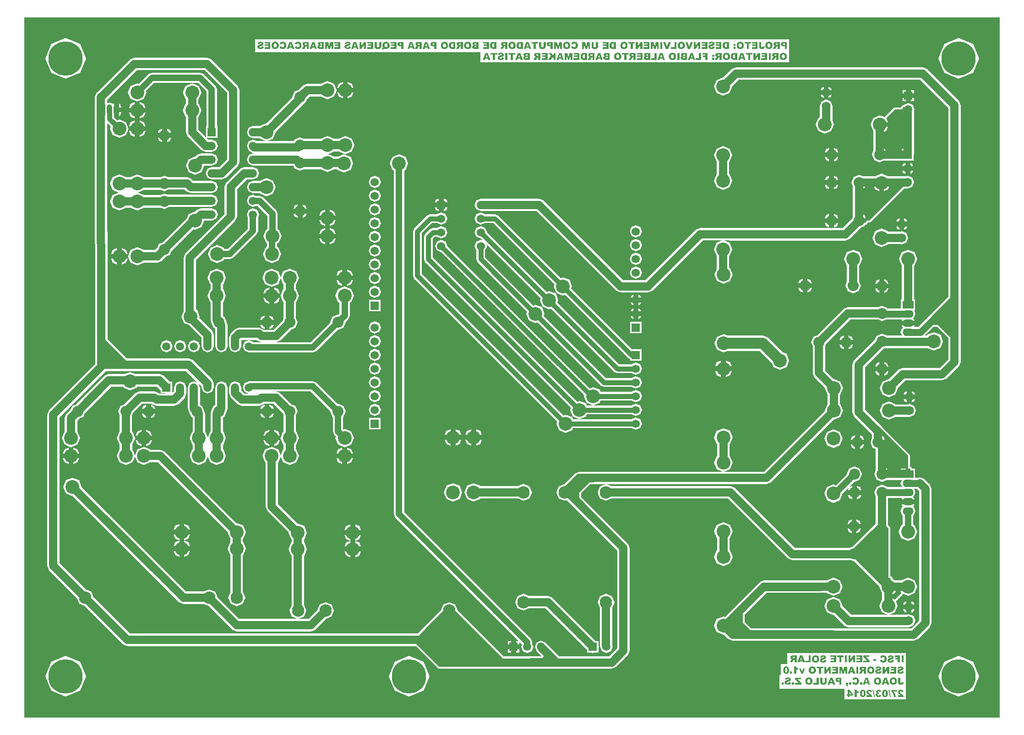
<source format=gbl>
%FSAX24Y24*%
%MOIN*%
G70*
G01*
G75*
G04 Layer_Physical_Order=2*
G04 Layer_Color=16711680*
%ADD10C,0.0350*%
%ADD11C,0.0600*%
%ADD12C,0.0500*%
%ADD13C,0.1000*%
%ADD14C,0.0800*%
%ADD15R,0.0591X0.0591*%
%ADD16C,0.0591*%
%ADD17R,0.0630X0.0630*%
%ADD18C,0.0630*%
%ADD19O,0.0787X0.0551*%
%ADD20R,0.0787X0.0551*%
%ADD21R,0.0600X0.0600*%
%ADD22C,0.0600*%
G04:AMPARAMS|DCode=23|XSize=60mil|YSize=60mil|CornerRadius=7.5mil|HoleSize=0mil|Usage=FLASHONLY|Rotation=0.000|XOffset=0mil|YOffset=0mil|HoleType=Round|Shape=RoundedRectangle|*
%AMROUNDEDRECTD23*
21,1,0.0600,0.0450,0,0,0.0*
21,1,0.0450,0.0600,0,0,0.0*
1,1,0.0150,0.0225,-0.0225*
1,1,0.0150,-0.0225,-0.0225*
1,1,0.0150,-0.0225,0.0225*
1,1,0.0150,0.0225,0.0225*
%
%ADD23ROUNDEDRECTD23*%
%ADD24C,0.0906*%
%ADD25O,0.0394X0.0787*%
%ADD26R,0.0394X0.0787*%
%ADD27R,0.0591X0.0591*%
%ADD28C,0.0650*%
%ADD29C,0.0591*%
%ADD30R,0.0591X0.0591*%
%ADD31R,0.0591X0.0591*%
%ADD32C,0.2500*%
%ADD33C,0.0450*%
%ADD34C,0.0800*%
G36*
X100000Y019000D02*
X029000D01*
Y070000D01*
X100000D01*
Y019000D01*
D02*
G37*
%LPC*%
G36*
X059340Y053795D02*
X059019Y053661D01*
X058885Y053340D01*
X059019Y053019D01*
X059340Y052885D01*
X059342Y052886D01*
X069758Y042470D01*
X069729Y042400D01*
X069925Y041925D01*
X070400Y041729D01*
X070875Y041925D01*
X070939Y042081D01*
X073178D01*
X073179Y042079D01*
X073500Y041945D01*
X073821Y042079D01*
X073955Y042400D01*
X073821Y042721D01*
X073500Y042855D01*
X073179Y042721D01*
X073178Y042719D01*
X070939D01*
X070875Y042875D01*
X070400Y043071D01*
X070160Y042972D01*
X059794Y053338D01*
X059795Y053340D01*
X059661Y053661D01*
X059340Y053795D01*
D02*
G37*
G36*
X093234Y042185D02*
X093000D01*
X093069Y042019D01*
X093234Y041951D01*
Y042185D01*
D02*
G37*
G36*
X093818D02*
X093584D01*
Y041951D01*
X093750Y042019D01*
X093818Y042185D01*
D02*
G37*
G36*
X054500Y042855D02*
X054179Y042721D01*
X054045Y042400D01*
X054179Y042079D01*
X054500Y041945D01*
X054821Y042079D01*
X054955Y042400D01*
X054821Y042721D01*
X054500Y042855D01*
D02*
G37*
G36*
X038218Y041790D02*
Y041475D01*
X038534D01*
X038441Y041698D01*
X038218Y041790D01*
D02*
G37*
G36*
X046482D02*
X046259Y041698D01*
X046166Y041475D01*
X046482D01*
Y041790D01*
D02*
G37*
G36*
X046832D02*
Y041475D01*
X047147D01*
X047055Y041698D01*
X046832Y041790D01*
D02*
G37*
G36*
X093234Y042769D02*
X093069Y042701D01*
X093000Y042535D01*
X093234D01*
Y042769D01*
D02*
G37*
G36*
X042300Y067055D02*
X037000D01*
X036679Y066921D01*
X034295Y064538D01*
X034244Y064516D01*
X034110Y064195D01*
Y062344D01*
X034115Y062332D01*
X034145Y044799D01*
X034163Y044756D01*
X030779Y041371D01*
X030710Y041207D01*
X030680Y041134D01*
D01*
X030645Y041050D01*
Y030056D01*
X030779Y029735D01*
X032833Y027681D01*
X032998Y027282D01*
X033397Y027116D01*
X036175Y024339D01*
X036496Y024205D01*
X057511D01*
X059108Y022608D01*
X059200Y022570D01*
X063654D01*
X063714Y022545D01*
X071750D01*
X072071Y022679D01*
X072921Y023529D01*
X073055Y023850D01*
Y031350D01*
X072921Y031671D01*
X069530Y035063D01*
Y035346D01*
X070179Y035995D01*
X070891D01*
X070898Y035998D01*
X071277D01*
X070892Y035838D01*
X070710Y035400D01*
X070892Y034962D01*
X071330Y034780D01*
X071729Y034945D01*
X080212D01*
X084579Y030579D01*
X084900Y030445D01*
X089186D01*
X089399Y030357D01*
X089413Y030363D01*
X091226Y028550D01*
X091218Y028530D01*
X091415Y028055D01*
X091435Y028047D01*
Y027603D01*
X091415Y027595D01*
X091218Y027120D01*
X091415Y026645D01*
X091827Y026475D01*
X089178D01*
X088552Y027100D01*
X088560Y027120D01*
X088364Y027595D01*
X087889Y027791D01*
X087415Y027595D01*
X087218Y027120D01*
X087415Y026645D01*
X087889Y026449D01*
X087909Y026457D01*
X088668Y025699D01*
X088989Y025565D01*
X093339D01*
X093358Y025573D01*
X093369Y025568D01*
X093710Y025709D01*
X093851Y026050D01*
X093710Y026391D01*
X093369Y026532D01*
X093232Y026475D01*
X091951D01*
X092364Y026645D01*
X092560Y027120D01*
X092414Y027475D01*
D01*
X092432Y027493D01*
X092456Y027503D01*
X092924Y027971D01*
X092934Y027995D01*
X092948Y028009D01*
X093309Y027859D01*
X093784Y028055D01*
X093980Y028530D01*
X093784Y029005D01*
X093309Y029201D01*
X092835Y029005D01*
X092826Y028985D01*
X092372D01*
X092364Y029005D01*
X092194Y029075D01*
Y029129D01*
X092184Y029152D01*
Y029178D01*
X092166Y029197D01*
X092156Y029220D01*
X092132Y029230D01*
X092114Y029249D01*
X092019Y029288D01*
Y032774D01*
X092030Y032800D01*
X091992Y032892D01*
X091874Y033010D01*
Y034980D01*
X092884D01*
X092845Y034886D01*
X093793D01*
X093740Y035013D01*
X093663Y035045D01*
X093740Y035077D01*
X093866Y035380D01*
X093754Y035649D01*
X093947D01*
X094125Y035470D01*
Y026068D01*
X093542Y025485D01*
X081899D01*
X081430Y025954D01*
Y026487D01*
X083018Y028075D01*
X087407D01*
X087415Y028055D01*
X087889Y027859D01*
X088364Y028055D01*
X088560Y028530D01*
X088364Y029005D01*
X087889Y029201D01*
X087415Y029005D01*
X087407Y028985D01*
X082830D01*
X082603Y028890D01*
X082509Y028851D01*
X079985Y026327D01*
X079879Y026371D01*
X079405Y026175D01*
X079208Y025700D01*
X079405Y025225D01*
X079879Y025029D01*
X079899Y025037D01*
X080228Y024709D01*
X080549Y024575D01*
X093730D01*
X094051Y024709D01*
X094901Y025559D01*
X095035Y025880D01*
Y035659D01*
X094901Y035980D01*
X094511Y036371D01*
X094189Y036504D01*
X094059Y036450D01*
X093833D01*
Y037114D01*
X093624D01*
Y037114D01*
X093586Y037206D01*
X093494Y037244D01*
X093449D01*
Y038081D01*
X093411Y038173D01*
X091474Y040109D01*
X091461Y040142D01*
X090175Y041428D01*
Y044512D01*
X091546Y045884D01*
X091598Y045905D01*
X093319D01*
X093323Y045907D01*
X094771D01*
X095200Y045729D01*
X095675Y045925D01*
X095871Y046400D01*
X095675Y046875D01*
X095200Y047071D01*
X094725Y046875D01*
X094701Y046816D01*
X094532D01*
X095186Y047470D01*
X095446D01*
X096245Y046671D01*
Y045088D01*
X095612Y044455D01*
X092929D01*
X092608Y044321D01*
X091939Y043653D01*
X091919Y043661D01*
X091445Y043465D01*
X091248Y042990D01*
X091445Y042515D01*
X091919Y042319D01*
X092394Y042515D01*
X092590Y042990D01*
X092582Y043010D01*
X093118Y043545D01*
X095800D01*
X096121Y043679D01*
X097021Y044579D01*
X097155Y044900D01*
Y049550D01*
Y063590D01*
X097060Y063817D01*
X097021Y063911D01*
X094711Y066221D01*
X094390Y066355D01*
X080799D01*
X080478Y066221D01*
X079869Y065613D01*
X079849Y065621D01*
X079375Y065425D01*
X079178Y064950D01*
X079375Y064475D01*
X079849Y064279D01*
X080324Y064475D01*
X080520Y064950D01*
X080512Y064970D01*
X080988Y065445D01*
X094202D01*
X096245Y063402D01*
Y049662D01*
X094045Y047461D01*
X093754D01*
X093793Y047555D01*
X092845D01*
X092898Y047427D01*
X092975Y047395D01*
X092898Y047363D01*
X092773Y047061D01*
X092875Y046815D01*
X091743D01*
X091409Y046953D01*
X091011Y046788D01*
X090903Y046527D01*
X089399Y045022D01*
X089265Y044701D01*
Y041240D01*
X089399Y040919D01*
X090685Y039632D01*
Y039321D01*
X090576Y039060D01*
X090741Y038662D01*
X090955Y038574D01*
Y036981D01*
X090846Y036720D01*
X091011Y036322D01*
X091409Y036157D01*
X091743Y036295D01*
X092875D01*
X092773Y036049D01*
X092884Y035780D01*
X091811D01*
X091419Y035943D01*
X091021Y035778D01*
X090856Y035380D01*
X090965Y035119D01*
Y033128D01*
X089263Y031426D01*
X089090Y031355D01*
X085088D01*
X080721Y035721D01*
X080400Y035855D01*
X071729D01*
X071383Y035998D01*
X071762D01*
X071769Y035995D01*
X083019D01*
X083341Y036129D01*
X087899Y040687D01*
X087919Y040679D01*
X088394Y040875D01*
X088590Y041350D01*
X088394Y041825D01*
X088374Y041833D01*
Y042507D01*
X088394Y042515D01*
X088590Y042990D01*
X088394Y043465D01*
X087919Y043661D01*
X087899Y043653D01*
X087284Y044268D01*
Y046059D01*
X087336Y046183D01*
X089128Y047975D01*
X091148D01*
X091409Y047867D01*
X091727Y047999D01*
X092884D01*
X092845Y047905D01*
X093793D01*
X093740Y048033D01*
X093663Y048065D01*
X093740Y048097D01*
X093866Y048399D01*
X093752Y048673D01*
X093833D01*
Y049464D01*
X093774D01*
Y051917D01*
X093794Y051925D01*
X093990Y052400D01*
X093794Y052875D01*
X093319Y053071D01*
X092845Y052875D01*
X092648Y052400D01*
X092845Y051925D01*
X092865Y051917D01*
Y049464D01*
X092806D01*
Y048800D01*
X091819D01*
X091807Y048828D01*
X091409Y048993D01*
X091148Y048885D01*
X088939D01*
X088618Y048751D01*
X086693Y046826D01*
X086431Y046718D01*
X086266Y046320D01*
X086375Y046059D01*
Y044080D01*
X086508Y043759D01*
X087256Y043010D01*
X087248Y042990D01*
X087445Y042515D01*
X087465Y042507D01*
Y041833D01*
X087445Y041825D01*
X087248Y041350D01*
X087256Y041330D01*
X082831Y036905D01*
X079941D01*
X080354Y037075D01*
X080550Y037550D01*
X080354Y038025D01*
X080334Y038033D01*
Y038917D01*
X080354Y038925D01*
X080550Y039400D01*
X080354Y039875D01*
X079879Y040071D01*
X079405Y039875D01*
X079208Y039400D01*
X079405Y038925D01*
X079425Y038917D01*
Y038033D01*
X079405Y038025D01*
X079208Y037550D01*
X079405Y037075D01*
X079817Y036905D01*
X071773D01*
X071766Y036907D01*
X070894D01*
X070887Y036905D01*
X069380D01*
X069059Y036771D01*
X068291Y036004D01*
X067892Y035838D01*
X067710Y035400D01*
X067892Y034962D01*
X068330Y034780D01*
X068469Y034838D01*
X072145Y031162D01*
Y024038D01*
X071562Y023455D01*
X067938D01*
X066921Y024471D01*
X066600Y024605D01*
X066279Y024471D01*
X066145Y024150D01*
X066279Y023829D01*
X066634Y023473D01*
X066640Y023460D01*
X066627Y023455D01*
X063902D01*
X060537Y026819D01*
X060372Y027218D01*
X059934Y027400D01*
X059495Y027218D01*
X059330Y026819D01*
X057625Y025115D01*
X036685D01*
X034040Y027759D01*
X033875Y028158D01*
X033476Y028324D01*
X031555Y030245D01*
Y040862D01*
X034928Y044235D01*
X040774D01*
X041639Y043371D01*
X041340Y043495D01*
X041019Y043361D01*
X040885Y043040D01*
Y041503D01*
X041019Y041182D01*
X041037Y041163D01*
X041145Y040902D01*
X041242Y040862D01*
Y039833D01*
X041222Y039825D01*
X041026Y039350D01*
X041222Y038875D01*
X041242Y038867D01*
Y038533D01*
X041222Y038525D01*
X041026Y038050D01*
X041222Y037575D01*
X041697Y037379D01*
X042171Y037575D01*
X042350Y038007D01*
X042529Y037575D01*
X043003Y037379D01*
X043478Y037575D01*
X043674Y038050D01*
X043478Y038525D01*
X043458Y038533D01*
Y038867D01*
X043478Y038875D01*
X043674Y039350D01*
X043478Y039825D01*
X043458Y039833D01*
Y040862D01*
X043555Y040902D01*
X043720Y041300D01*
X043719Y041301D01*
X043795Y041483D01*
Y043040D01*
X043661Y043361D01*
X043340Y043495D01*
X043019Y043361D01*
X042885Y043040D01*
Y041750D01*
X042759Y041698D01*
X042594Y041300D01*
X042603Y041278D01*
X042549Y041147D01*
Y039833D01*
X042529Y039825D01*
X042350Y039393D01*
X042171Y039825D01*
X042151Y039833D01*
Y041147D01*
X042097Y041278D01*
X042106Y041300D01*
X041941Y041698D01*
X041795Y041759D01*
Y043040D01*
X041671Y043339D01*
X041885Y043124D01*
Y043040D01*
X042019Y042719D01*
X042340Y042585D01*
X042661Y042719D01*
X042795Y043040D01*
Y043313D01*
X042661Y043634D01*
X041284Y045011D01*
X040963Y045145D01*
X036463D01*
X035052Y046557D01*
X035025Y062324D01*
X035303Y062045D01*
X035239Y061890D01*
X035435Y061415D01*
X035910Y061219D01*
X036385Y061415D01*
X036560Y061839D01*
X036560Y061839D01*
X036581Y061890D01*
X036560Y061941D01*
X036560Y061941D01*
X036385Y062365D01*
X035910Y062561D01*
X035755Y062497D01*
X035519Y062732D01*
Y062785D01*
X035525Y062783D01*
Y063010D01*
X035543Y063053D01*
Y063250D01*
Y063447D01*
X035525Y063490D01*
Y063717D01*
X035457Y063689D01*
X035450Y063671D01*
X035443Y063689D01*
X035200Y063790D01*
X035020Y063715D01*
Y063977D01*
X037188Y066145D01*
X042112D01*
X043745Y064512D01*
Y059648D01*
X043182Y059085D01*
X042640D01*
X042319Y058951D01*
X042185Y058630D01*
X042319Y058309D01*
X042640Y058175D01*
X043370D01*
X043691Y058309D01*
X044521Y059139D01*
X044655Y059460D01*
Y064700D01*
X044521Y065021D01*
X042621Y066921D01*
X042300Y067055D01*
D02*
G37*
G36*
X079704Y044225D02*
X079281D01*
X079405Y043925D01*
X079704Y043801D01*
Y044225D01*
D02*
G37*
G36*
X080478D02*
X080054D01*
Y043801D01*
X080354Y043925D01*
X080478Y044225D01*
D02*
G37*
G36*
X049995Y043498D02*
X045425D01*
X045372Y043476D01*
X045340Y043489D01*
X045022Y043358D01*
X044891Y043040D01*
X045022Y042722D01*
X045319Y042599D01*
X045014D01*
X044795Y042818D01*
Y043040D01*
X044661Y043361D01*
X044340Y043495D01*
X044019Y043361D01*
X043885Y043040D01*
Y042630D01*
X044019Y042309D01*
X044504Y041823D01*
X044825Y041690D01*
X046087D01*
X046409Y041823D01*
X046431Y041845D01*
X046614D01*
X046657Y041863D01*
X046699Y041845D01*
X047132D01*
X047814Y041163D01*
X047855Y041063D01*
Y039833D01*
X047835Y039825D01*
X047657Y039393D01*
X047657Y039393D01*
X047639Y039350D01*
X047657Y039307D01*
X047657Y039307D01*
X047835Y038875D01*
X047855Y038867D01*
Y038533D01*
X047835Y038525D01*
X047657Y038093D01*
X047478Y038525D01*
X047054Y038700D01*
X047054Y038700D01*
X047003Y038721D01*
X046952Y038700D01*
X046952Y038700D01*
X046529Y038525D01*
X046332Y038050D01*
X046529Y037575D01*
X046549Y037567D01*
Y034367D01*
X046682Y034045D01*
X048237Y032490D01*
X048229Y032470D01*
X048425Y031995D01*
X048445Y031987D01*
Y031753D01*
X048425Y031745D01*
X048229Y031270D01*
X048425Y030795D01*
X048445Y030787D01*
Y027155D01*
X048290Y026780D01*
X048472Y026342D01*
X048857Y026182D01*
X044633D01*
X043056Y027759D01*
X042890Y028158D01*
X042452Y028340D01*
X042053Y028175D01*
X040768D01*
X033163Y035780D01*
X033171Y035800D01*
X032975Y036275D01*
X032500Y036471D01*
X032025Y036275D01*
X031829Y035800D01*
X032025Y035325D01*
X032500Y035129D01*
X032520Y035137D01*
X040259Y027399D01*
X040580Y027265D01*
X042053D01*
X042413Y027116D01*
X044123Y025406D01*
X044445Y025273D01*
X049865D01*
X050187Y025406D01*
X050957Y026176D01*
X051356Y026342D01*
X051538Y026780D01*
X051356Y027218D01*
X050918Y027400D01*
X050480Y027218D01*
X050314Y026819D01*
X049677Y026182D01*
X048963D01*
X049348Y026342D01*
X049530Y026780D01*
X049355Y027203D01*
Y030787D01*
X049375Y030795D01*
X049571Y031270D01*
X049375Y031745D01*
X049355Y031753D01*
Y031987D01*
X049375Y031995D01*
X049571Y032470D01*
X049375Y032945D01*
X048900Y033141D01*
X048880Y033133D01*
X047458Y034555D01*
Y037567D01*
X047478Y037575D01*
X047657Y038007D01*
X047835Y037575D01*
X048310Y037379D01*
X048785Y037575D01*
X048981Y038050D01*
X048785Y038525D01*
X048765Y038533D01*
Y038867D01*
X048785Y038875D01*
X048981Y039350D01*
X048785Y039825D01*
X048765Y039833D01*
Y041015D01*
X048883Y041300D01*
X048718Y041698D01*
X048457Y041806D01*
X047641Y042621D01*
X047327Y042752D01*
X049840D01*
X051267Y041325D01*
X051257Y041300D01*
X051422Y040902D01*
X051447Y040892D01*
Y039840D01*
X051556Y039576D01*
X051681Y039451D01*
X051639Y039350D01*
X051835Y038875D01*
X052259Y038700D01*
X052259Y038700D01*
X052310Y038679D01*
X052361Y038700D01*
X052361Y038700D01*
X052785Y038875D01*
X052981Y039350D01*
X052785Y039825D01*
X052310Y040021D01*
X052209Y039979D01*
X052193Y039995D01*
Y040892D01*
X052218Y040902D01*
X052383Y041300D01*
X052218Y041698D01*
X051820Y041863D01*
X051795Y041853D01*
X050259Y043389D01*
X049995Y043498D01*
D02*
G37*
G36*
X093584Y042769D02*
Y042535D01*
X093818D01*
X093750Y042701D01*
X093584Y042769D01*
D02*
G37*
G36*
X036700Y044171D02*
X036322Y044015D01*
X035140D01*
X034819Y043881D01*
X032743Y041806D01*
X032482Y041698D01*
X032374Y041437D01*
X032069Y041131D01*
X031935Y040810D01*
Y039833D01*
X031915Y039825D01*
X031719Y039350D01*
X031915Y038875D01*
X032339Y038700D01*
X032339Y038700D01*
X032390Y038679D01*
X032441Y038700D01*
X032441Y038700D01*
X032865Y038875D01*
X033061Y039350D01*
X032865Y039825D01*
X032845Y039833D01*
Y040622D01*
X033017Y040794D01*
X033278Y040902D01*
X033386Y041163D01*
X035328Y043105D01*
X036192D01*
X036225Y043025D01*
X036700Y042829D01*
X037175Y043025D01*
X037208Y043105D01*
X038636D01*
X038925Y042817D01*
Y042625D01*
X039256D01*
X039318Y042599D01*
X038801D01*
X038779Y042621D01*
X038458Y042755D01*
X037380D01*
X037059Y042621D01*
X036243Y041806D01*
X035982Y041698D01*
X035817Y041300D01*
X035925Y041039D01*
Y039829D01*
X035915Y039825D01*
X035719Y039350D01*
X035915Y038875D01*
X035935Y038867D01*
Y038533D01*
X035915Y038525D01*
X035719Y038050D01*
X035915Y037575D01*
X036390Y037379D01*
X036865Y037575D01*
X037043Y038007D01*
X037222Y037575D01*
X037697Y037379D01*
X038171Y037575D01*
X038179Y037595D01*
X038712D01*
X043787Y032520D01*
X043779Y032500D01*
X043975Y032025D01*
X043995Y032017D01*
Y031783D01*
X043975Y031775D01*
X043779Y031300D01*
X043975Y030825D01*
X043995Y030817D01*
Y028095D01*
X043840Y027720D01*
X044022Y027282D01*
X044460Y027100D01*
X044898Y027282D01*
X045080Y027720D01*
X044905Y028143D01*
Y030817D01*
X044925Y030825D01*
X045121Y031300D01*
X044925Y031775D01*
X044905Y031783D01*
Y032017D01*
X044925Y032025D01*
X045121Y032500D01*
X044925Y032975D01*
X044450Y033171D01*
X044430Y033163D01*
X039221Y038371D01*
X038900Y038505D01*
X038179D01*
X038171Y038525D01*
X037748Y038700D01*
X037748Y038700D01*
X037697Y038721D01*
X037646Y038700D01*
X037646Y038700D01*
X037222Y038525D01*
X037043Y038093D01*
X036865Y038525D01*
X036845Y038533D01*
Y038867D01*
X036865Y038875D01*
X037043Y039307D01*
X037043Y039307D01*
X037061Y039350D01*
X037043Y039393D01*
X037043Y039393D01*
X036865Y039825D01*
X036835Y039837D01*
Y041039D01*
X036886Y041163D01*
X037568Y041845D01*
X038001D01*
X038043Y041863D01*
X038086Y041845D01*
X038269D01*
X038291Y041823D01*
X038613Y041690D01*
X039895D01*
X040216Y041823D01*
X040661Y042269D01*
X040795Y042590D01*
Y043040D01*
X040661Y043361D01*
X040340Y043495D01*
X040019Y043361D01*
X039885Y043040D01*
Y042778D01*
X039755Y042648D01*
Y042950D01*
X039795Y043045D01*
X039755Y043140D01*
Y043455D01*
X039572D01*
X039146Y043881D01*
X038825Y044015D01*
X037078D01*
X036700Y044171D01*
D02*
G37*
G36*
X054500Y043855D02*
X054179Y043721D01*
X054045Y043400D01*
X054179Y043079D01*
X054500Y042945D01*
X054821Y043079D01*
X054955Y043400D01*
X054821Y043721D01*
X054500Y043855D01*
D02*
G37*
G36*
X037868Y041790D02*
X037645Y041698D01*
X037553Y041475D01*
X037868D01*
Y041790D01*
D02*
G37*
G36*
X060025Y039999D02*
X059725Y039875D01*
X059601Y039575D01*
X060025D01*
Y039999D01*
D02*
G37*
G36*
X060375D02*
Y039575D01*
X060799D01*
X060675Y039875D01*
X060375Y039999D01*
D02*
G37*
G36*
X061525D02*
X061225Y039875D01*
X061101Y039575D01*
X061525D01*
Y039999D01*
D02*
G37*
G36*
X047178Y039949D02*
Y039525D01*
X047602D01*
X047478Y039825D01*
X047178Y039949D01*
D02*
G37*
G36*
X037522D02*
X037222Y039825D01*
X037098Y039525D01*
X037522D01*
Y039949D01*
D02*
G37*
G36*
X037872D02*
Y039525D01*
X038295D01*
X038171Y039825D01*
X037872Y039949D01*
D02*
G37*
G36*
X046828D02*
X046529Y039825D01*
X046405Y039525D01*
X046828D01*
Y039949D01*
D02*
G37*
G36*
X061875Y039999D02*
Y039575D01*
X062299D01*
X062175Y039875D01*
X061875Y039999D01*
D02*
G37*
G36*
X047147Y041125D02*
X046832D01*
Y040810D01*
X047055Y040902D01*
X047147Y041125D01*
D02*
G37*
G36*
X091919Y042021D02*
X091445Y041825D01*
X091248Y041350D01*
X091445Y040875D01*
X091919Y040679D01*
X092394Y040875D01*
X092402Y040895D01*
X093368D01*
X093409Y040878D01*
X093750Y041019D01*
X093891Y041360D01*
X093750Y041701D01*
X093409Y041842D01*
X093320Y041805D01*
X092402D01*
X092394Y041825D01*
X091919Y042021D01*
D02*
G37*
G36*
X054500Y041855D02*
X054179Y041721D01*
X054045Y041400D01*
X054179Y041079D01*
X054500Y040945D01*
X054821Y041079D01*
X054955Y041400D01*
X054821Y041721D01*
X054500Y041855D01*
D02*
G37*
G36*
X046482Y041125D02*
X046166D01*
X046259Y040902D01*
X046482Y040810D01*
Y041125D01*
D02*
G37*
G36*
X054920Y040820D02*
X054080D01*
Y039980D01*
X054920D01*
Y040820D01*
D02*
G37*
G36*
X037868Y041125D02*
X037553D01*
X037645Y040902D01*
X037868Y040810D01*
Y041125D01*
D02*
G37*
G36*
X038534D02*
X038218D01*
Y040810D01*
X038441Y040902D01*
X038534Y041125D01*
D02*
G37*
G36*
X091234Y044215D02*
X090919D01*
X091011Y043992D01*
X091234Y043900D01*
Y044215D01*
D02*
G37*
G36*
X073920Y047820D02*
X073080D01*
Y046980D01*
X073920D01*
Y047820D01*
D02*
G37*
G36*
X046482Y047605D02*
X046166D01*
X046259Y047382D01*
X046482Y047290D01*
Y047605D01*
D02*
G37*
G36*
X047147D02*
X046832D01*
Y047290D01*
X047055Y047382D01*
X047147Y047605D01*
D02*
G37*
G36*
X054500Y047855D02*
X054179Y047721D01*
X054045Y047400D01*
X054179Y047079D01*
X054500Y046945D01*
X054821Y047079D01*
X054955Y047400D01*
X054821Y047721D01*
X054500Y047855D01*
D02*
G37*
G36*
Y046855D02*
X054179Y046721D01*
X054045Y046400D01*
X054179Y046079D01*
X054500Y045945D01*
X054821Y046079D01*
X054955Y046400D01*
X054821Y046721D01*
X054500Y046855D01*
D02*
G37*
G36*
X088654Y046810D02*
X088431Y046718D01*
X088339Y046495D01*
X088654D01*
Y046810D01*
D02*
G37*
G36*
X089004D02*
Y046495D01*
X089320D01*
X089227Y046718D01*
X089004Y046810D01*
D02*
G37*
G36*
X046482Y048270D02*
X046259Y048178D01*
X046166Y047955D01*
X046482D01*
Y048270D01*
D02*
G37*
G36*
X073675Y048782D02*
Y048575D01*
X073882D01*
X073821Y048721D01*
X073675Y048782D01*
D02*
G37*
G36*
X054920Y049420D02*
X054080D01*
Y048580D01*
X054920D01*
Y049420D01*
D02*
G37*
G36*
X073325Y049225D02*
X073118D01*
X073179Y049079D01*
X073325Y049018D01*
Y049225D01*
D02*
G37*
G36*
Y048782D02*
X073179Y048721D01*
X073118Y048575D01*
X073325D01*
Y048782D01*
D02*
G37*
G36*
X046832Y048270D02*
Y047955D01*
X047147D01*
X047055Y048178D01*
X046832Y048270D01*
D02*
G37*
G36*
X073325Y048225D02*
X073118D01*
X073179Y048079D01*
X073325Y048018D01*
Y048225D01*
D02*
G37*
G36*
X073882D02*
X073675D01*
Y048018D01*
X073821Y048079D01*
X073882Y048225D01*
D02*
G37*
G36*
X089320Y046145D02*
X089004D01*
Y045830D01*
X089227Y045922D01*
X089320Y046145D01*
D02*
G37*
G36*
X091584Y044880D02*
Y044565D01*
X091900D01*
X091807Y044788D01*
X091584Y044880D01*
D02*
G37*
G36*
X079704Y044999D02*
X079405Y044875D01*
X079281Y044575D01*
X079704D01*
Y044999D01*
D02*
G37*
G36*
X080054D02*
Y044575D01*
X080478D01*
X080354Y044875D01*
X080054Y044999D01*
D02*
G37*
G36*
X091234Y044880D02*
X091011Y044788D01*
X090919Y044565D01*
X091234D01*
Y044880D01*
D02*
G37*
G36*
X091900Y044215D02*
X091584D01*
Y043900D01*
X091807Y043992D01*
X091900Y044215D01*
D02*
G37*
G36*
X054500Y044855D02*
X054179Y044721D01*
X054045Y044400D01*
X054179Y044079D01*
X054500Y043945D01*
X054821Y044079D01*
X054955Y044400D01*
X054821Y044721D01*
X054500Y044855D01*
D02*
G37*
G36*
X079899Y046921D02*
X079425Y046725D01*
X079228Y046250D01*
X079425Y045775D01*
X079899Y045579D01*
X080161Y045687D01*
X082517D01*
X083417Y044787D01*
X083525Y044525D01*
X084000Y044329D01*
X084475Y044525D01*
X084671Y045000D01*
X084475Y045475D01*
X084213Y045583D01*
X083148Y046648D01*
X082750Y046813D01*
X080161D01*
X079899Y046921D01*
D02*
G37*
G36*
X054500Y045855D02*
X054179Y045721D01*
X054045Y045400D01*
X054179Y045079D01*
X054500Y044945D01*
X054821Y045079D01*
X054955Y045400D01*
X054821Y045721D01*
X054500Y045855D01*
D02*
G37*
G36*
X040340Y046489D02*
X040022Y046358D01*
X039891Y046040D01*
X040022Y045722D01*
X040340Y045591D01*
X040658Y045722D01*
X040789Y046040D01*
X040658Y046358D01*
X040340Y046489D01*
D02*
G37*
G36*
X041340D02*
X041022Y046358D01*
X040891Y046040D01*
X041022Y045722D01*
X041340Y045591D01*
X041658Y045722D01*
X041789Y046040D01*
X041658Y046358D01*
X041340Y046489D01*
D02*
G37*
G36*
X088654Y046145D02*
X088339D01*
X088431Y045922D01*
X088654Y045830D01*
Y046145D01*
D02*
G37*
G36*
X039340Y046489D02*
X039022Y046358D01*
X038891Y046040D01*
X039022Y045722D01*
X039340Y045591D01*
X039658Y045722D01*
X039789Y046040D01*
X039658Y046358D01*
X039340Y046489D01*
D02*
G37*
G36*
X062220Y055795D02*
X061899Y055661D01*
X061765Y055340D01*
X061899Y055019D01*
X062220Y054885D01*
X062541Y055019D01*
X062542Y055021D01*
X063128D01*
X067593Y050555D01*
X067529Y050400D01*
X067725Y049925D01*
X068200Y049729D01*
X068355Y049793D01*
X072974Y045174D01*
X073080Y045130D01*
Y044980D01*
X073920D01*
Y045820D01*
X073232D01*
X068807Y050245D01*
X068871Y050400D01*
X068675Y050875D01*
X068200Y051071D01*
X068045Y051007D01*
X063486Y055566D01*
X063260Y055659D01*
X062542D01*
X062541Y055661D01*
X062220Y055795D01*
D02*
G37*
G36*
X045640Y059085D02*
X045000D01*
X044679Y058951D01*
X043699Y057971D01*
X043565Y057650D01*
Y055668D01*
X040709Y052811D01*
X040575Y052490D01*
Y048554D01*
X040429Y048200D01*
X040625Y047725D01*
X040977Y047580D01*
X041885Y046672D01*
Y046040D01*
X042019Y045719D01*
X042340Y045585D01*
X042661Y045719D01*
X042795Y046040D01*
Y046860D01*
X042661Y047181D01*
X041734Y048109D01*
X041771Y048200D01*
X041575Y048675D01*
X041485Y048712D01*
Y052302D01*
X044341Y055159D01*
X044475Y055480D01*
Y057462D01*
X045188Y058175D01*
X045640D01*
X045961Y058309D01*
X046095Y058630D01*
X045961Y058951D01*
X045640Y059085D01*
D02*
G37*
G36*
X043003Y051701D02*
X042529Y051505D01*
X042332Y051030D01*
X042529Y050555D01*
X042549Y050547D01*
Y050213D01*
X042529Y050205D01*
X042332Y049730D01*
X042529Y049255D01*
X042549Y049247D01*
Y047933D01*
X042603Y047802D01*
X042594Y047780D01*
X042759Y047382D01*
X042885Y047330D01*
Y046040D01*
X043019Y045719D01*
X043340Y045585D01*
X043661Y045719D01*
X043795Y046040D01*
Y047597D01*
X043740Y047729D01*
X043719Y047779D01*
X043720Y047780D01*
X043555Y048178D01*
X043458Y048218D01*
Y049247D01*
X043478Y049255D01*
X043674Y049730D01*
X043478Y050205D01*
X043458Y050213D01*
Y050547D01*
X043478Y050555D01*
X043674Y051030D01*
X043478Y051505D01*
X043003Y051701D01*
D02*
G37*
G36*
X089814Y039550D02*
Y039235D01*
X090130D01*
X090037Y039458D01*
X089814Y039550D01*
D02*
G37*
G36*
X053075Y031869D02*
Y031445D01*
X053499D01*
X053375Y031745D01*
X053075Y031869D01*
D02*
G37*
G36*
X040275Y031899D02*
X039975Y031775D01*
X039851Y031475D01*
X040275D01*
Y031899D01*
D02*
G37*
G36*
X040625D02*
Y031475D01*
X041049D01*
X040925Y031775D01*
X040625Y031899D01*
D02*
G37*
G36*
X052725Y031869D02*
X052425Y031745D01*
X052301Y031445D01*
X052725D01*
Y031869D01*
D02*
G37*
G36*
X053499Y031095D02*
X053075D01*
Y030671D01*
X053375Y030795D01*
X053499Y031095D01*
D02*
G37*
G36*
X040275Y031125D02*
X039851D01*
X039975Y030825D01*
X040275Y030701D01*
Y031125D01*
D02*
G37*
G36*
X041049D02*
X040625D01*
Y030701D01*
X040925Y030825D01*
X041049Y031125D01*
D02*
G37*
G36*
X093793Y034536D02*
X092845D01*
X092898Y034408D01*
X092975Y034376D01*
X092898Y034344D01*
X092773Y034041D01*
X092898Y033739D01*
X092936Y033723D01*
Y033046D01*
X092835Y033005D01*
X092638Y032530D01*
X092835Y032055D01*
X093309Y031859D01*
X093784Y032055D01*
X093980Y032530D01*
X093784Y033005D01*
X093683Y033046D01*
Y033715D01*
X093740Y033739D01*
X093866Y034041D01*
X093740Y034344D01*
X093663Y034376D01*
X093740Y034408D01*
X093793Y034536D01*
D02*
G37*
G36*
X089224Y032745D02*
X088909D01*
X089001Y032522D01*
X089224Y032430D01*
Y032745D01*
D02*
G37*
G36*
X089890D02*
X089574D01*
Y032430D01*
X089797Y032522D01*
X089890Y032745D01*
D02*
G37*
G36*
X052725Y033069D02*
X052425Y032945D01*
X052301Y032645D01*
X052725D01*
Y033069D01*
D02*
G37*
G36*
X041049Y032325D02*
X040625D01*
Y031901D01*
X040925Y032025D01*
X041049Y032325D01*
D02*
G37*
G36*
X052725Y032295D02*
X052301D01*
X052425Y031995D01*
X052725Y031871D01*
Y032295D01*
D02*
G37*
G36*
X053499D02*
X053075D01*
Y031871D01*
X053375Y031995D01*
X053499Y032295D01*
D02*
G37*
G36*
X040275Y032325D02*
X039851D01*
X039975Y032025D01*
X040275Y031901D01*
Y032325D01*
D02*
G37*
G36*
X052725Y031095D02*
X052301D01*
X052425Y030795D01*
X052725Y030671D01*
Y031095D01*
D02*
G37*
G36*
X065330Y028020D02*
X064892Y027838D01*
X064710Y027400D01*
X064892Y026962D01*
X065330Y026780D01*
X065729Y026945D01*
X066932D01*
X069955Y023922D01*
Y023735D01*
X070275D01*
X070370Y023695D01*
X070465Y023735D01*
X070785D01*
Y024055D01*
X070825Y024150D01*
X070785Y024245D01*
Y024565D01*
X070598D01*
X067441Y027721D01*
X067120Y027855D01*
X065729D01*
X065330Y028020D01*
D02*
G37*
G36*
X056270Y060021D02*
X055795Y059825D01*
X055599Y059350D01*
X055795Y058875D01*
X055897Y058834D01*
Y033813D01*
X056006Y033549D01*
X064990Y024565D01*
X064775D01*
Y024325D01*
X065015D01*
Y024540D01*
X065225Y024330D01*
X065151Y024150D01*
X065282Y023832D01*
X065600Y023701D01*
X065918Y023832D01*
X066049Y024150D01*
X065973Y024334D01*
Y024483D01*
X065864Y024747D01*
X056643Y033968D01*
Y058834D01*
X056745Y058875D01*
X056941Y059350D01*
X056745Y059825D01*
X056270Y060021D01*
D02*
G37*
G36*
X071330Y028020D02*
X070892Y027838D01*
X070710Y027400D01*
X070875Y027001D01*
Y024190D01*
X071009Y023869D01*
X071043Y023854D01*
X071052Y023832D01*
X071370Y023701D01*
X071688Y023832D01*
X071819Y024150D01*
X071785Y024234D01*
Y027001D01*
X071950Y027400D01*
X071768Y027838D01*
X071330Y028020D01*
D02*
G37*
G36*
X097000Y023483D02*
X095951Y023049D01*
X095517Y022000D01*
X095951Y020951D01*
X097000Y020517D01*
X098049Y020951D01*
X098483Y022000D01*
X098049Y023049D01*
X097000Y023483D01*
D02*
G37*
G36*
X093170Y023696D02*
X084541D01*
Y022886D01*
X084067D01*
Y022086D01*
X083948D01*
Y021088D01*
X088690D01*
Y020321D01*
X093170D01*
Y021088D01*
Y022021D01*
Y022831D01*
Y023696D01*
D02*
G37*
G36*
X032000Y023483D02*
X030951Y023049D01*
X030517Y022000D01*
X030951Y020951D01*
X032000Y020517D01*
X033049Y020951D01*
X033483Y022000D01*
X033049Y023049D01*
X032000Y023483D01*
D02*
G37*
G36*
X057000D02*
X055951Y023049D01*
X055517Y022000D01*
X055951Y020951D01*
X057000Y020517D01*
X058049Y020951D01*
X058483Y022000D01*
X058049Y023049D01*
X057000Y023483D01*
D02*
G37*
G36*
X064425Y023975D02*
X064185D01*
Y023735D01*
X064425D01*
Y023975D01*
D02*
G37*
G36*
X093194Y027459D02*
X093029Y027391D01*
X092960Y027225D01*
X093194D01*
Y027459D01*
D02*
G37*
G36*
X093544D02*
Y027225D01*
X093778D01*
X093710Y027391D01*
X093544Y027459D01*
D02*
G37*
G36*
X079879Y033221D02*
X079405Y033025D01*
X079208Y032550D01*
X079405Y032075D01*
X079425Y032067D01*
Y031183D01*
X079405Y031175D01*
X079208Y030700D01*
X079405Y030225D01*
X079879Y030029D01*
X080354Y030225D01*
X080550Y030700D01*
X080354Y031175D01*
X080334Y031183D01*
Y032067D01*
X080354Y032075D01*
X080550Y032550D01*
X080354Y033025D01*
X079879Y033221D01*
D02*
G37*
G36*
X093778Y026875D02*
X093544D01*
Y026641D01*
X093710Y026709D01*
X093778Y026875D01*
D02*
G37*
G36*
X065015Y023975D02*
X064775D01*
Y023735D01*
X065015D01*
Y023975D01*
D02*
G37*
G36*
X064425Y024565D02*
X064185D01*
Y024325D01*
X064425D01*
Y024565D01*
D02*
G37*
G36*
X093194Y026875D02*
X092960D01*
X093029Y026709D01*
X093194Y026641D01*
Y026875D01*
D02*
G37*
G36*
X053075Y033069D02*
Y032645D01*
X053499D01*
X053375Y032945D01*
X053075Y033069D01*
D02*
G37*
G36*
X090130Y038885D02*
X089814D01*
Y038570D01*
X090037Y038662D01*
X090130Y038885D01*
D02*
G37*
G36*
X087889Y039981D02*
X087415Y039785D01*
X087218Y039310D01*
X087415Y038835D01*
X087889Y038639D01*
X088364Y038835D01*
X088560Y039310D01*
X088364Y039785D01*
X087889Y039981D01*
D02*
G37*
G36*
X037522Y039175D02*
X037098D01*
X037222Y038875D01*
X037522Y038751D01*
Y039175D01*
D02*
G37*
G36*
X089464Y038885D02*
X089149D01*
X089241Y038662D01*
X089464Y038570D01*
Y038885D01*
D02*
G37*
G36*
X032565Y038649D02*
Y038225D01*
X032989D01*
X032865Y038525D01*
X032565Y038649D01*
D02*
G37*
G36*
X052135D02*
X051835Y038525D01*
X051711Y038225D01*
X052135D01*
Y038649D01*
D02*
G37*
G36*
X052485D02*
Y038225D01*
X052909D01*
X052785Y038525D01*
X052485Y038649D01*
D02*
G37*
G36*
X038295Y039175D02*
X037872D01*
Y038751D01*
X038171Y038875D01*
X038295Y039175D01*
D02*
G37*
G36*
X061525Y039225D02*
X061101D01*
X061225Y038925D01*
X061525Y038801D01*
Y039225D01*
D02*
G37*
G36*
X062299D02*
X061875D01*
Y038801D01*
X062175Y038925D01*
X062299Y039225D01*
D02*
G37*
G36*
X089464Y039550D02*
X089241Y039458D01*
X089149Y039235D01*
X089464D01*
Y039550D01*
D02*
G37*
G36*
X060799Y039225D02*
X060375D01*
Y038801D01*
X060675Y038925D01*
X060799Y039225D01*
D02*
G37*
G36*
X046828Y039175D02*
X046405D01*
X046529Y038875D01*
X046828Y038751D01*
Y039175D01*
D02*
G37*
G36*
X047602D02*
X047178D01*
Y038751D01*
X047478Y038875D01*
X047602Y039175D01*
D02*
G37*
G36*
X060025Y039225D02*
X059601D01*
X059725Y038925D01*
X060025Y038801D01*
Y039225D01*
D02*
G37*
G36*
X032215Y038649D02*
X031915Y038525D01*
X031791Y038225D01*
X032215D01*
Y038649D01*
D02*
G37*
G36*
X060200Y036071D02*
X059725Y035875D01*
X059529Y035400D01*
X059725Y034925D01*
X060200Y034729D01*
X060675Y034925D01*
X060871Y035400D01*
X060675Y035875D01*
X060200Y036071D01*
D02*
G37*
G36*
X061700D02*
X061225Y035875D01*
X061029Y035400D01*
X061225Y034925D01*
X061700Y034729D01*
X062175Y034925D01*
X062183Y034945D01*
X064931D01*
X065330Y034780D01*
X065768Y034962D01*
X065950Y035400D01*
X065768Y035838D01*
X065330Y036020D01*
X064931Y035855D01*
X062183D01*
X062175Y035875D01*
X061700Y036071D01*
D02*
G37*
G36*
X089244Y035205D02*
X088929D01*
X089021Y034982D01*
X089244Y034890D01*
Y035205D01*
D02*
G37*
G36*
X089574Y033410D02*
Y033095D01*
X089890D01*
X089797Y033318D01*
X089574Y033410D01*
D02*
G37*
G36*
X040275Y033099D02*
X039975Y032975D01*
X039851Y032675D01*
X040275D01*
Y033099D01*
D02*
G37*
G36*
X040625D02*
Y032675D01*
X041049D01*
X040925Y032975D01*
X040625Y033099D01*
D02*
G37*
G36*
X089224Y033410D02*
X089001Y033318D01*
X088909Y033095D01*
X089224D01*
Y033410D01*
D02*
G37*
G36*
X089910Y035205D02*
X089594D01*
Y034890D01*
X089817Y034982D01*
X089910Y035205D01*
D02*
G37*
G36*
X032989Y037875D02*
X032565D01*
Y037451D01*
X032865Y037575D01*
X032989Y037875D01*
D02*
G37*
G36*
X052135D02*
X051711D01*
X051835Y037575D01*
X052135Y037451D01*
Y037875D01*
D02*
G37*
G36*
X052909D02*
X052485D01*
Y037451D01*
X052785Y037575D01*
X052909Y037875D01*
D02*
G37*
G36*
X032215D02*
X031791D01*
X031915Y037575D01*
X032215Y037451D01*
Y037875D01*
D02*
G37*
G36*
X089244Y035870D02*
X089021Y035778D01*
X088929Y035555D01*
X089244D01*
Y035870D01*
D02*
G37*
G36*
X089594D02*
Y035555D01*
X089910D01*
X089817Y035778D01*
X089594Y035870D01*
D02*
G37*
G36*
X089409Y037283D02*
X089011Y037118D01*
X088846Y036720D01*
X088857Y036695D01*
X088068Y035907D01*
X087889Y035981D01*
X087415Y035785D01*
X087218Y035310D01*
X087415Y034835D01*
X087889Y034639D01*
X088364Y034835D01*
X088560Y035310D01*
X088551Y035333D01*
X089385Y036167D01*
X089409Y036157D01*
X089807Y036322D01*
X089972Y036720D01*
X089807Y037118D01*
X089409Y037283D01*
D02*
G37*
G36*
X073882Y049225D02*
X073675D01*
Y049018D01*
X073821Y049079D01*
X073882Y049225D01*
D02*
G37*
G36*
X093698Y058815D02*
X093475D01*
Y058592D01*
X093632Y058657D01*
X093698Y058815D01*
D02*
G37*
G36*
X093125Y059388D02*
X092967Y059323D01*
X092901Y059165D01*
X093125D01*
Y059388D01*
D02*
G37*
G36*
X093475D02*
Y059165D01*
X093698D01*
X093632Y059323D01*
X093475Y059388D01*
D02*
G37*
G36*
X093125Y058815D02*
X092901D01*
X092967Y058657D01*
X093125Y058592D01*
Y058815D01*
D02*
G37*
G36*
X087924Y058460D02*
Y058145D01*
X088240D01*
X088147Y058368D01*
X087924Y058460D01*
D02*
G37*
G36*
X037210Y058561D02*
X036735Y058365D01*
X036727Y058345D01*
X036393D01*
X036385Y058365D01*
X035910Y058561D01*
X035435Y058365D01*
X035239Y057890D01*
X035435Y057415D01*
X035859Y057240D01*
X035435Y057065D01*
X035239Y056590D01*
X035435Y056115D01*
X035910Y055919D01*
X036385Y056115D01*
X036393Y056135D01*
X036727D01*
X036735Y056115D01*
X037210Y055919D01*
X037685Y056115D01*
X037693Y056135D01*
X038963D01*
X039200Y056037D01*
X039534Y056175D01*
X042640D01*
X042961Y056309D01*
X043095Y056630D01*
X042961Y056951D01*
X042640Y057085D01*
X039389D01*
X039200Y057163D01*
X038915Y057045D01*
X037693D01*
X037685Y057065D01*
X037261Y057240D01*
X037685Y057415D01*
X037693Y057435D01*
X038963D01*
X039200Y057337D01*
X039461Y057445D01*
X040662D01*
X040799Y057309D01*
X041120Y057175D01*
X042640D01*
X042961Y057309D01*
X043095Y057630D01*
X042961Y057951D01*
X042640Y058085D01*
X041308D01*
X041171Y058221D01*
X040850Y058355D01*
X039461D01*
X039200Y058463D01*
X038915Y058345D01*
X037693D01*
X037685Y058365D01*
X037210Y058561D01*
D02*
G37*
G36*
X091399Y058611D02*
X090949Y058425D01*
X090011D01*
X089749Y058533D01*
X089351Y058368D01*
X089186Y057970D01*
X089295Y057709D01*
Y055451D01*
X089243Y055327D01*
X088561Y054645D01*
X087791D01*
X087749Y054627D01*
X087707Y054645D01*
X080329D01*
X080305Y054655D01*
X078190D01*
X077869Y054521D01*
X074202Y050855D01*
X072588D01*
X066781Y056661D01*
X066460Y056795D01*
X062220D01*
X061899Y056661D01*
X061765Y056340D01*
X061899Y056019D01*
X062220Y055885D01*
X066272D01*
X072079Y050079D01*
X072400Y049945D01*
X074390D01*
X074711Y050079D01*
X078378Y053745D01*
X079787D01*
X079375Y053575D01*
X079178Y053100D01*
X079375Y052625D01*
X079395Y052617D01*
Y051652D01*
X079228Y051250D01*
X079425Y050775D01*
X079899Y050579D01*
X080374Y050775D01*
X080570Y051250D01*
X080374Y051725D01*
X080304Y051753D01*
Y052617D01*
X080324Y052625D01*
X080520Y053100D01*
X080324Y053575D01*
X079911Y053745D01*
X080291D01*
X080315Y053735D01*
X088749D01*
X089071Y053869D01*
X089886Y054684D01*
X090147Y054792D01*
X090186Y054885D01*
X090240D01*
X090264Y054895D01*
X090289D01*
X090308Y054913D01*
X090331Y054923D01*
X090341Y054947D01*
X090360Y054965D01*
X090399Y055060D01*
X090500D01*
X090591Y055098D01*
X093009Y057515D01*
X093280D01*
X093294Y057521D01*
X093300Y057519D01*
X093632Y057657D01*
X093770Y057990D01*
X093632Y058323D01*
X093300Y058461D01*
X093212Y058425D01*
X091849D01*
X091399Y058611D01*
D02*
G37*
G36*
X087574Y059815D02*
X087259D01*
X087351Y059592D01*
X087574Y059500D01*
Y059815D01*
D02*
G37*
G36*
X039025Y061225D02*
X038710D01*
X038802Y061002D01*
X039025Y060910D01*
Y061225D01*
D02*
G37*
G36*
X039690D02*
X039375D01*
Y060910D01*
X039598Y061002D01*
X039690Y061225D01*
D02*
G37*
G36*
X041800Y065973D02*
X038280D01*
X038016Y065864D01*
X037311Y065159D01*
X037210Y065201D01*
X036735Y065005D01*
X036539Y064530D01*
X036735Y064055D01*
X037159Y063880D01*
X037159Y063880D01*
X037210Y063859D01*
X037261Y063880D01*
X037261Y063880D01*
X037685Y064055D01*
X037881Y064530D01*
X037839Y064631D01*
X038435Y065227D01*
X041645D01*
X042267Y064605D01*
Y062045D01*
X042225D01*
Y061249D01*
X041665Y061809D01*
Y062747D01*
X041685Y062755D01*
X041881Y063230D01*
X041685Y063705D01*
X041665Y063713D01*
Y064047D01*
X041685Y064055D01*
X041881Y064530D01*
X041685Y065005D01*
X041210Y065201D01*
X040735Y065005D01*
X040539Y064530D01*
X040735Y064055D01*
X040755Y064047D01*
Y063713D01*
X040735Y063705D01*
X040539Y063230D01*
X040735Y062755D01*
X040755Y062747D01*
Y061621D01*
X040889Y061299D01*
X041879Y060309D01*
X042201Y060175D01*
X042640D01*
X042961Y060309D01*
X043095Y060630D01*
X042961Y060951D01*
X042640Y061085D01*
X042389D01*
X042259Y061215D01*
X043055D01*
Y062045D01*
X043013D01*
Y064760D01*
X042936Y064947D01*
X042904Y065024D01*
X042064Y065864D01*
X041800Y065973D01*
D02*
G37*
G36*
X087924Y060480D02*
Y060165D01*
X088240D01*
X088147Y060388D01*
X087924Y060480D01*
D02*
G37*
G36*
X088240Y059815D02*
X087924D01*
Y059500D01*
X088147Y059592D01*
X088240Y059815D01*
D02*
G37*
G36*
X042640Y060085D02*
X041860D01*
X041539Y059951D01*
X041440Y059853D01*
X041420Y059861D01*
X040945Y059665D01*
X040749Y059190D01*
X040945Y058715D01*
X041420Y058519D01*
X041895Y058715D01*
X042085Y059175D01*
X042640D01*
X042961Y059309D01*
X043095Y059630D01*
X042961Y059951D01*
X042640Y060085D01*
D02*
G37*
G36*
X087574Y060480D02*
X087351Y060388D01*
X087259Y060165D01*
X087574D01*
Y060480D01*
D02*
G37*
G36*
X048895Y056370D02*
X048672Y056278D01*
X048580Y056055D01*
X048895D01*
Y056370D01*
D02*
G37*
G36*
X049245D02*
Y056055D01*
X049560D01*
X049468Y056278D01*
X049245Y056370D01*
D02*
G37*
G36*
X059165Y056776D02*
X059115D01*
X058966Y056714D01*
X058904Y056565D01*
Y056515D01*
X059165D01*
Y056776D01*
D02*
G37*
G36*
X059776Y056165D02*
X059515D01*
Y055904D01*
X059565D01*
X059714Y055966D01*
X059776Y056115D01*
Y056165D01*
D02*
G37*
G36*
X051235Y055989D02*
Y055565D01*
X051659D01*
X051535Y055865D01*
X051235Y055989D01*
D02*
G37*
G36*
X042640Y056085D02*
X041860D01*
X041539Y055951D01*
X041440Y055853D01*
X041420Y055861D01*
X040945Y055665D01*
X040821Y055364D01*
X039063Y053606D01*
X038802Y053498D01*
X038694Y053237D01*
X038502Y053045D01*
X037693D01*
X037685Y053065D01*
X037210Y053261D01*
X036735Y053065D01*
X036560Y052641D01*
X036560Y052641D01*
X036539Y052590D01*
X036560Y052539D01*
X036560Y052539D01*
X036735Y052115D01*
X037210Y051919D01*
X037685Y052115D01*
X037693Y052135D01*
X038690D01*
X039011Y052269D01*
X039337Y052594D01*
X039598Y052702D01*
X039706Y052963D01*
X041308Y054565D01*
X041420Y054519D01*
X041895Y054715D01*
X042085Y055175D01*
X042640D01*
X042961Y055309D01*
X043095Y055630D01*
X042961Y055951D01*
X042640Y056085D01*
D02*
G37*
G36*
X059165Y056165D02*
X058904D01*
Y056115D01*
X058966Y055966D01*
X059115Y055904D01*
X059165D01*
Y056165D01*
D02*
G37*
G36*
X059565Y056776D02*
X059515D01*
Y056515D01*
X059776D01*
Y056565D01*
X059714Y056714D01*
X059565Y056776D01*
D02*
G37*
G36*
X088240Y057795D02*
X087924D01*
Y057480D01*
X088147Y057572D01*
X088240Y057795D01*
D02*
G37*
G36*
X054500Y058455D02*
X054179Y058321D01*
X054045Y058000D01*
X054179Y057679D01*
X054500Y057545D01*
X054821Y057679D01*
X054955Y058000D01*
X054821Y058321D01*
X054500Y058455D01*
D02*
G37*
G36*
X087574Y058460D02*
X087351Y058368D01*
X087259Y058145D01*
X087574D01*
Y058460D01*
D02*
G37*
G36*
Y057795D02*
X087259D01*
X087351Y057572D01*
X087574Y057480D01*
Y057795D01*
D02*
G37*
G36*
X054500Y057455D02*
X054179Y057321D01*
X054045Y057000D01*
X054179Y056679D01*
X054500Y056545D01*
X054821Y056679D01*
X054955Y057000D01*
X054821Y057321D01*
X054500Y057455D01*
D02*
G37*
G36*
X046620Y058301D02*
X046145Y058105D01*
X046137Y058085D01*
X045640D01*
X045319Y057951D01*
X045185Y057630D01*
X045319Y057309D01*
X045640Y057175D01*
X046137D01*
X046145Y057155D01*
X046620Y056959D01*
X047095Y057155D01*
X047291Y057630D01*
X047095Y058105D01*
X046620Y058301D01*
D02*
G37*
G36*
X079849Y060621D02*
X079375Y060425D01*
X079178Y059950D01*
X079375Y059475D01*
X079395Y059467D01*
Y058583D01*
X079375Y058575D01*
X079178Y058100D01*
X079375Y057625D01*
X079849Y057429D01*
X080324Y057625D01*
X080520Y058100D01*
X080324Y058575D01*
X080304Y058583D01*
Y059467D01*
X080324Y059475D01*
X080520Y059950D01*
X080324Y060425D01*
X079849Y060621D01*
D02*
G37*
G36*
X087768Y064355D02*
X087534D01*
Y064121D01*
X087700Y064189D01*
X087768Y064355D01*
D02*
G37*
G36*
X093164Y064705D02*
X092924D01*
Y064465D01*
X093164D01*
Y064705D01*
D02*
G37*
G36*
X093755D02*
X093514D01*
Y064465D01*
X093755D01*
Y064705D01*
D02*
G37*
G36*
X087184Y064355D02*
X086950D01*
X087019Y064189D01*
X087184Y064121D01*
Y064355D01*
D02*
G37*
G36*
X093755Y064115D02*
X093514D01*
Y063875D01*
X093755D01*
Y064115D01*
D02*
G37*
G36*
X052185Y064515D02*
X051761D01*
X051885Y064215D01*
X052185Y064091D01*
Y064515D01*
D02*
G37*
G36*
X052959D02*
X052535D01*
Y064091D01*
X052835Y064215D01*
X052959Y064515D01*
D02*
G37*
G36*
X051060Y065361D02*
X050585Y065165D01*
X050577Y065145D01*
X049580D01*
X049259Y065011D01*
X048933Y064686D01*
X048672Y064578D01*
X048507Y064180D01*
X048513Y064166D01*
X046640Y062293D01*
X046620Y062301D01*
X046145Y062105D01*
X046137Y062085D01*
X045640D01*
X045319Y061951D01*
X045185Y061630D01*
X045319Y061309D01*
X045640Y061175D01*
X046137D01*
X046145Y061155D01*
X046558Y060985D01*
X045881D01*
X045640Y061085D01*
X045319Y060951D01*
X045185Y060630D01*
X045319Y060309D01*
X045419Y060209D01*
X045513Y060170D01*
X045718Y060085D01*
X045640D01*
X045319Y059951D01*
X045185Y059630D01*
X045319Y059309D01*
X045640Y059175D01*
X048592D01*
X048672Y058982D01*
X049070Y058817D01*
X049331Y058925D01*
X050581D01*
X050585Y058915D01*
X051060Y058719D01*
X051535Y058915D01*
X051543Y058935D01*
X051771D01*
X051795Y058875D01*
X052270Y058679D01*
X052745Y058875D01*
X052941Y059350D01*
X052745Y059825D01*
X052270Y060021D01*
X051844Y059845D01*
X051543D01*
X051535Y059865D01*
X051111Y060040D01*
X051535Y060215D01*
X051543Y060235D01*
X051877D01*
X051885Y060215D01*
X052360Y060019D01*
X052835Y060215D01*
X053031Y060690D01*
X052835Y061165D01*
X052360Y061361D01*
X051885Y061165D01*
X051877Y061145D01*
X051543D01*
X051535Y061165D01*
X051060Y061361D01*
X050585Y061165D01*
X050577Y061145D01*
X049307D01*
X049070Y061243D01*
X048672Y061078D01*
X048633Y060985D01*
X046682D01*
X047095Y061155D01*
X047291Y061630D01*
X047283Y061650D01*
X049377Y063744D01*
X049468Y063782D01*
X049576Y064043D01*
X049768Y064235D01*
X050577D01*
X050585Y064215D01*
X051060Y064019D01*
X051535Y064215D01*
X051710Y064639D01*
X051710Y064639D01*
X051731Y064690D01*
X051710Y064741D01*
X051710Y064741D01*
X051535Y065165D01*
X051060Y065361D01*
D02*
G37*
G36*
X032000Y068483D02*
X030951Y068049D01*
X030517Y067000D01*
X030951Y065951D01*
X032000Y065517D01*
X033049Y065951D01*
X033483Y067000D01*
X033049Y068049D01*
X032000Y068483D01*
D02*
G37*
G36*
X097000D02*
X095951Y068049D01*
X095517Y067000D01*
X095951Y065951D01*
X097000Y065517D01*
X098049Y065951D01*
X098483Y067000D01*
X098049Y068049D01*
X097000Y068483D01*
D02*
G37*
G36*
X084670Y068386D02*
X045792D01*
Y067472D01*
X062194D01*
Y066721D01*
X084670D01*
Y067472D01*
Y068386D01*
D02*
G37*
G36*
X052535Y065289D02*
Y064865D01*
X052959D01*
X052835Y065165D01*
X052535Y065289D01*
D02*
G37*
G36*
X087184Y064939D02*
X087019Y064871D01*
X086950Y064705D01*
X087184D01*
Y064939D01*
D02*
G37*
G36*
X087534D02*
Y064705D01*
X087768D01*
X087700Y064871D01*
X087534Y064939D01*
D02*
G37*
G36*
X052185Y065289D02*
X051885Y065165D01*
X051761Y064865D01*
X052185D01*
Y065289D01*
D02*
G37*
G36*
X039375Y061890D02*
Y061575D01*
X039690D01*
X039598Y061798D01*
X039375Y061890D01*
D02*
G37*
G36*
X037035Y062489D02*
X036735Y062365D01*
X036611Y062065D01*
X037035D01*
Y062489D01*
D02*
G37*
G36*
X037385D02*
Y062065D01*
X037809D01*
X037685Y062365D01*
X037385Y062489D01*
D02*
G37*
G36*
X039025Y061890D02*
X038802Y061798D01*
X038710Y061575D01*
X039025D01*
Y061890D01*
D02*
G37*
G36*
X037035Y061715D02*
X036611D01*
X036735Y061415D01*
X037035Y061291D01*
Y061715D01*
D02*
G37*
G36*
X037809D02*
X037385D01*
Y061291D01*
X037685Y061415D01*
X037809Y061715D01*
D02*
G37*
G36*
X087359Y064012D02*
X087019Y063871D01*
X086878Y063530D01*
X086905Y063465D01*
Y062714D01*
X086785Y062665D01*
X086588Y062190D01*
X086785Y061715D01*
X087259Y061519D01*
X087734Y061715D01*
X087930Y062190D01*
X087814Y062471D01*
Y063465D01*
X087841Y063530D01*
X087700Y063871D01*
X087359Y064012D01*
D02*
G37*
G36*
X037035Y063055D02*
X036611D01*
X036735Y062755D01*
X037035Y062631D01*
Y063055D01*
D02*
G37*
G36*
X037385Y063829D02*
Y063405D01*
X037809D01*
X037685Y063705D01*
X037385Y063829D01*
D02*
G37*
G36*
X035875Y063717D02*
Y063425D01*
X036043D01*
Y063447D01*
X035943Y063689D01*
X035875Y063717D01*
D02*
G37*
G36*
X093164Y064115D02*
X092924D01*
Y063875D01*
X093164D01*
Y064115D01*
D02*
G37*
G36*
X037035Y063829D02*
X036735Y063705D01*
X036611Y063405D01*
X037035D01*
Y063829D01*
D02*
G37*
G36*
X037809Y063055D02*
X037385D01*
Y062631D01*
X037685Y062755D01*
X037809Y063055D01*
D02*
G37*
G36*
X093339Y063745D02*
X093018Y063611D01*
X093001Y063595D01*
X092962D01*
X092938Y063585D01*
X092913D01*
X092894Y063567D01*
X092870Y063557D01*
X092861Y063533D01*
X092842Y063515D01*
X092803Y063420D01*
X092359D01*
X092267Y063382D01*
X091642Y062756D01*
X091632Y062733D01*
X091614Y062714D01*
D01*
X091259Y062861D01*
X090785Y062665D01*
X090588Y062190D01*
X090785Y061715D01*
X090805Y061707D01*
Y060275D01*
X090686Y059990D01*
X090851Y059592D01*
X091249Y059427D01*
X091535Y059545D01*
X093275D01*
X093300Y059535D01*
X093347Y059555D01*
X093735D01*
Y059943D01*
X093737Y059948D01*
X093754Y059990D01*
Y063194D01*
X093794Y063290D01*
X093661Y063611D01*
X093339Y063745D01*
D02*
G37*
G36*
X036043Y063075D02*
X035875D01*
Y062783D01*
X035943Y062811D01*
X036043Y063053D01*
Y063075D01*
D02*
G37*
G36*
X050885Y055989D02*
X050585Y055865D01*
X050461Y055565D01*
X050885D01*
Y055989D01*
D02*
G37*
G36*
X052485Y051629D02*
Y051205D01*
X052909D01*
X052785Y051505D01*
X052485Y051629D01*
D02*
G37*
G36*
X052135D02*
X051835Y051505D01*
X051711Y051205D01*
X052135D01*
Y051629D01*
D02*
G37*
G36*
X073500Y052855D02*
X073179Y052721D01*
X073045Y052400D01*
X073179Y052079D01*
X073500Y051945D01*
X073821Y052079D01*
X073955Y052400D01*
X073821Y052721D01*
X073500Y052855D01*
D02*
G37*
G36*
X054500Y052455D02*
X054179Y052321D01*
X054045Y052000D01*
X054179Y051679D01*
X054500Y051545D01*
X054821Y051679D01*
X054955Y052000D01*
X054821Y052321D01*
X054500Y052455D01*
D02*
G37*
G36*
X085994Y050950D02*
Y050635D01*
X086310D01*
X086217Y050858D01*
X085994Y050950D01*
D02*
G37*
G36*
X085644D02*
X085421Y050858D01*
X085329Y050635D01*
X085644D01*
Y050950D01*
D02*
G37*
G36*
X048310Y051701D02*
X047835Y051505D01*
X047657Y051073D01*
X047478Y051505D01*
X047003Y051701D01*
X046529Y051505D01*
X046332Y051030D01*
X046529Y050555D01*
X046952Y050380D01*
X046952Y050380D01*
X047003Y050359D01*
X047054Y050380D01*
X047054Y050380D01*
X047478Y050555D01*
X047657Y050987D01*
X047835Y050555D01*
X047855Y050547D01*
Y050213D01*
X047835Y050205D01*
X047657Y049773D01*
X047657Y049773D01*
X047639Y049730D01*
X047657Y049687D01*
X047657Y049687D01*
X047835Y049255D01*
X047855Y049247D01*
Y048017D01*
X047814Y047917D01*
X047132Y047235D01*
X046699D01*
X046657Y047217D01*
X046614Y047235D01*
X046431D01*
X046398Y047268D01*
X046230Y047337D01*
X046076Y047401D01*
X044626D01*
X044305Y047268D01*
X044019Y046981D01*
X043885Y046660D01*
Y046040D01*
X044019Y045719D01*
X044340Y045585D01*
X044661Y045719D01*
X044795Y046040D01*
Y046472D01*
X044815Y046492D01*
X045888D01*
X045921Y046459D01*
X046085Y046390D01*
X046235Y046328D01*
X045670D01*
X045658Y046358D01*
X045340Y046489D01*
X045022Y046358D01*
X044891Y046040D01*
X045022Y045722D01*
X045340Y045591D01*
X045372Y045604D01*
X045425Y045582D01*
X049995D01*
X050259Y045691D01*
X051795Y047227D01*
X051820Y047217D01*
X052218Y047382D01*
X052383Y047780D01*
X052373Y047805D01*
X052574Y048006D01*
X052683Y048270D01*
Y049214D01*
X052785Y049255D01*
X052981Y049730D01*
X052785Y050205D01*
X052361Y050380D01*
X052361Y050380D01*
X052310Y050401D01*
X052259Y050380D01*
X052259Y050380D01*
X051835Y050205D01*
X051639Y049730D01*
X051835Y049255D01*
X051937Y049214D01*
Y048425D01*
X051845Y048333D01*
X051820Y048343D01*
X051422Y048178D01*
X051257Y047780D01*
X051267Y047755D01*
X049840Y046328D01*
X047327D01*
X047641Y046459D01*
X048457Y047274D01*
X048718Y047382D01*
X048883Y047780D01*
X048765Y048065D01*
Y049247D01*
X048785Y049255D01*
X048981Y049730D01*
X048785Y050205D01*
X048765Y050213D01*
Y050547D01*
X048785Y050555D01*
X048981Y051030D01*
X048785Y051505D01*
X048310Y051701D01*
D02*
G37*
G36*
X073500Y051855D02*
X073179Y051721D01*
X073045Y051400D01*
X073179Y051079D01*
X073500Y050945D01*
X073821Y051079D01*
X073955Y051400D01*
X073821Y051721D01*
X073500Y051855D01*
D02*
G37*
G36*
X036085Y053189D02*
Y052765D01*
X036509D01*
X036385Y053065D01*
X036085Y053189D01*
D02*
G37*
G36*
X035735D02*
X035435Y053065D01*
X035311Y052765D01*
X035735D01*
Y053189D01*
D02*
G37*
G36*
X045640Y056079D02*
X045322Y055948D01*
X045191Y055630D01*
X045267Y055446D01*
Y054595D01*
X043805Y053133D01*
X043546D01*
X043505Y053235D01*
X043030Y053431D01*
X042555Y053235D01*
X042359Y052760D01*
X042555Y052285D01*
X043030Y052089D01*
X043505Y052285D01*
X043546Y052387D01*
X043960D01*
X044224Y052496D01*
X045904Y054176D01*
X046013Y054440D01*
Y055446D01*
X046089Y055630D01*
X045958Y055948D01*
X045640Y056079D01*
D02*
G37*
G36*
X073500Y053855D02*
X073179Y053721D01*
X073045Y053400D01*
X073179Y053079D01*
X073500Y052945D01*
X073821Y053079D01*
X073955Y053400D01*
X073821Y053721D01*
X073500Y053855D01*
D02*
G37*
G36*
X036509Y052415D02*
X036085D01*
Y051991D01*
X036385Y052115D01*
X036509Y052415D01*
D02*
G37*
G36*
X035735D02*
X035311D01*
X035435Y052115D01*
X035735Y051991D01*
Y052415D01*
D02*
G37*
G36*
X054500Y053455D02*
X054179Y053321D01*
X054045Y053000D01*
X054179Y052679D01*
X054500Y052545D01*
X054821Y052679D01*
X054955Y053000D01*
X054821Y053321D01*
X054500Y053455D01*
D02*
G37*
G36*
X045640Y057079D02*
X045322Y056948D01*
X045191Y056630D01*
X045322Y056312D01*
X045640Y056181D01*
X045824Y056257D01*
X045955D01*
X046687Y055525D01*
Y054566D01*
X046585Y054525D01*
X046389Y054050D01*
X046585Y053575D01*
X046657Y053546D01*
Y053276D01*
X046555Y053235D01*
X046359Y052760D01*
X046555Y052285D01*
X047030Y052089D01*
X047505Y052285D01*
X047701Y052760D01*
X047505Y053235D01*
X047403Y053276D01*
Y053521D01*
X047535Y053575D01*
X047731Y054050D01*
X047535Y054525D01*
X047433Y054566D01*
Y055680D01*
X047324Y055944D01*
X046374Y056894D01*
X046110Y057003D01*
X045824D01*
X045640Y057079D01*
D02*
G37*
G36*
X091584Y050920D02*
Y050605D01*
X091900D01*
X091807Y050828D01*
X091584Y050920D01*
D02*
G37*
G36*
X089319Y053071D02*
X088845Y052875D01*
X088648Y052400D01*
X088845Y051925D01*
X088865Y051917D01*
Y050721D01*
X088756Y050460D01*
X088921Y050062D01*
X089319Y049897D01*
X089717Y050062D01*
X089882Y050460D01*
X089774Y050721D01*
Y051917D01*
X089794Y051925D01*
X089990Y052400D01*
X089794Y052875D01*
X089319Y053071D01*
D02*
G37*
G36*
X073675Y049782D02*
Y049575D01*
X073882D01*
X073821Y049721D01*
X073675Y049782D01*
D02*
G37*
G36*
X047178Y050329D02*
Y049905D01*
X047602D01*
X047478Y050205D01*
X047178Y050329D01*
D02*
G37*
G36*
X046828D02*
X046529Y050205D01*
X046405Y049905D01*
X046828D01*
Y050329D01*
D02*
G37*
G36*
X047602Y049555D02*
X047178D01*
Y049131D01*
X047478Y049255D01*
X047602Y049555D01*
D02*
G37*
G36*
X046828D02*
X046405D01*
X046529Y049255D01*
X046828Y049131D01*
Y049555D01*
D02*
G37*
G36*
X073325Y049782D02*
X073179Y049721D01*
X073118Y049575D01*
X073325D01*
Y049782D01*
D02*
G37*
G36*
X054500Y050455D02*
X054179Y050321D01*
X054045Y050000D01*
X054179Y049679D01*
X054500Y049545D01*
X054821Y049679D01*
X054955Y050000D01*
X054821Y050321D01*
X054500Y050455D01*
D02*
G37*
G36*
X052909Y050855D02*
X052485D01*
Y050431D01*
X052785Y050555D01*
X052909Y050855D01*
D02*
G37*
G36*
X052135D02*
X051711D01*
X051835Y050555D01*
X052135Y050431D01*
Y050855D01*
D02*
G37*
G36*
X091234Y050920D02*
X091011Y050828D01*
X090919Y050605D01*
X091234D01*
Y050920D01*
D02*
G37*
G36*
X054500Y051455D02*
X054179Y051321D01*
X054045Y051000D01*
X054179Y050679D01*
X054500Y050545D01*
X054821Y050679D01*
X054955Y051000D01*
X054821Y051321D01*
X054500Y051455D01*
D02*
G37*
G36*
X091900Y050255D02*
X091584D01*
Y049940D01*
X091807Y050032D01*
X091900Y050255D01*
D02*
G37*
G36*
X091234D02*
X090919D01*
X091011Y050032D01*
X091234Y049940D01*
Y050255D01*
D02*
G37*
G36*
X086310Y050285D02*
X085994D01*
Y049970D01*
X086217Y050062D01*
X086310Y050285D01*
D02*
G37*
G36*
X085644D02*
X085329D01*
X085421Y050062D01*
X085644Y049970D01*
Y050285D01*
D02*
G37*
G36*
X050885Y053875D02*
X050461D01*
X050585Y053575D01*
X050885Y053451D01*
Y053875D01*
D02*
G37*
G36*
X049560Y055705D02*
X049245D01*
Y055390D01*
X049468Y055482D01*
X049560Y055705D01*
D02*
G37*
G36*
X048895D02*
X048580D01*
X048672Y055482D01*
X048895Y055390D01*
Y055705D01*
D02*
G37*
G36*
X087574Y055015D02*
X087259D01*
X087351Y054792D01*
X087574Y054700D01*
Y055015D01*
D02*
G37*
G36*
X054500Y056455D02*
X054179Y056321D01*
X054045Y056000D01*
X054179Y055679D01*
X054500Y055545D01*
X054821Y055679D01*
X054955Y056000D01*
X054821Y056321D01*
X054500Y056455D01*
D02*
G37*
G36*
X092684Y054765D02*
X092450D01*
X092519Y054599D01*
X092684Y054531D01*
Y054765D01*
D02*
G37*
G36*
X093268D02*
X093034D01*
Y054531D01*
X093200Y054599D01*
X093268Y054765D01*
D02*
G37*
G36*
X054500Y055455D02*
X054179Y055321D01*
X054045Y055000D01*
X054179Y054679D01*
X054500Y054545D01*
X054821Y054679D01*
X054955Y055000D01*
X054821Y055321D01*
X054500Y055455D01*
D02*
G37*
G36*
X088240Y055015D02*
X087924D01*
Y054700D01*
X088147Y054792D01*
X088240Y055015D01*
D02*
G37*
G36*
X051659Y055215D02*
X051235D01*
Y054791D01*
X051535Y054915D01*
X051659Y055215D01*
D02*
G37*
G36*
X092684Y055349D02*
X092519Y055281D01*
X092450Y055115D01*
X092684D01*
Y055349D01*
D02*
G37*
G36*
X059340Y055795D02*
X059019Y055661D01*
X059018Y055659D01*
X058540D01*
X058314Y055566D01*
X057374Y054626D01*
X057281Y054400D01*
Y051200D01*
X057374Y050974D01*
X067793Y040555D01*
X067729Y040400D01*
X067925Y039925D01*
X068400Y039729D01*
X068875Y039925D01*
X068939Y040081D01*
X073178D01*
X073179Y040079D01*
X073500Y039945D01*
X073821Y040079D01*
X073955Y040400D01*
X073821Y040721D01*
X073500Y040855D01*
X073179Y040721D01*
X073178Y040719D01*
X068939D01*
X068875Y040875D01*
X068400Y041071D01*
X068245Y041007D01*
X057919Y051332D01*
Y054268D01*
X058672Y055021D01*
X059018D01*
X059019Y055019D01*
X059340Y054885D01*
X059661Y055019D01*
X059795Y055340D01*
X059661Y055661D01*
X059340Y055795D01*
D02*
G37*
G36*
X093034Y055349D02*
Y055115D01*
X093268D01*
X093200Y055281D01*
X093034Y055349D01*
D02*
G37*
G36*
X050885Y055215D02*
X050461D01*
X050585Y054915D01*
X050885Y054791D01*
Y055215D01*
D02*
G37*
G36*
X087924Y055680D02*
Y055365D01*
X088240D01*
X088147Y055588D01*
X087924Y055680D01*
D02*
G37*
G36*
X087574D02*
X087351Y055588D01*
X087259Y055365D01*
X087574D01*
Y055680D01*
D02*
G37*
G36*
X054500Y054455D02*
X054179Y054321D01*
X054045Y054000D01*
X054179Y053679D01*
X054500Y053545D01*
X054821Y053679D01*
X054955Y054000D01*
X054821Y054321D01*
X054500Y054455D01*
D02*
G37*
G36*
X062220Y054795D02*
X061899Y054661D01*
X061765Y054340D01*
X061899Y054019D01*
X062220Y053885D01*
X062222Y053886D01*
X062380Y053728D01*
X062220Y053795D01*
X061899Y053661D01*
X061765Y053340D01*
X061899Y053019D01*
X061901Y053018D01*
Y052380D01*
X061994Y052154D01*
X065593Y048555D01*
X065529Y048400D01*
X065725Y047925D01*
X066200Y047729D01*
X066355Y047793D01*
X070974Y043174D01*
X071200Y043081D01*
X073178D01*
X073179Y043079D01*
X073500Y042945D01*
X073821Y043079D01*
X073955Y043400D01*
X073821Y043721D01*
X073500Y043855D01*
X073179Y043721D01*
X073178Y043719D01*
X071332D01*
X066807Y048245D01*
X066871Y048400D01*
X066675Y048875D01*
X066200Y049071D01*
X066045Y049007D01*
X062539Y052512D01*
Y053018D01*
X062541Y053019D01*
X062675Y053340D01*
X062608Y053500D01*
X066582Y049527D01*
X066529Y049400D01*
X066725Y048925D01*
X067200Y048729D01*
X067327Y048781D01*
X071934Y044174D01*
X072160Y044081D01*
X073178D01*
X073179Y044079D01*
X073500Y043945D01*
X073821Y044079D01*
X073955Y044400D01*
X073821Y044721D01*
X073500Y044855D01*
X073179Y044721D01*
X073178Y044719D01*
X072292D01*
X067795Y049216D01*
X067871Y049400D01*
X067675Y049875D01*
X067200Y050071D01*
X067016Y049995D01*
X062674Y054338D01*
X062675Y054340D01*
X062541Y054661D01*
X062220Y054795D01*
D02*
G37*
G36*
X051659Y053875D02*
X051235D01*
Y053451D01*
X051535Y053575D01*
X051659Y053875D01*
D02*
G37*
G36*
X091399Y054611D02*
X090925Y054415D01*
X090728Y053940D01*
X090925Y053465D01*
X091399Y053269D01*
X091874Y053465D01*
X091882Y053485D01*
X092794D01*
X092859Y053458D01*
X093200Y053599D01*
X093341Y053940D01*
X093200Y054281D01*
X092859Y054422D01*
X092794Y054395D01*
X091882D01*
X091874Y054415D01*
X091399Y054611D01*
D02*
G37*
G36*
X059340Y054795D02*
X059019Y054661D01*
X059018Y054659D01*
X058740D01*
X058514Y054566D01*
X058174Y054226D01*
X058081Y054000D01*
Y052400D01*
X058174Y052174D01*
X068793Y041555D01*
X068729Y041400D01*
X068925Y040925D01*
X069400Y040729D01*
X069875Y040925D01*
X069939Y041081D01*
X073178D01*
X073179Y041079D01*
X073500Y040945D01*
X073821Y041079D01*
X073955Y041400D01*
X073821Y041721D01*
X073500Y041855D01*
X073179Y041721D01*
X073178Y041719D01*
X069939D01*
X069875Y041875D01*
X069400Y042071D01*
X069245Y042007D01*
X058719Y052532D01*
Y053868D01*
X058872Y054021D01*
X059018D01*
X059019Y054019D01*
X059340Y053885D01*
X059661Y054019D01*
X059795Y054340D01*
X059661Y054661D01*
X059340Y054795D01*
D02*
G37*
G36*
X073500Y054855D02*
X073179Y054721D01*
X073045Y054400D01*
X073179Y054079D01*
X073500Y053945D01*
X073821Y054079D01*
X073955Y054400D01*
X073821Y054721D01*
X073500Y054855D01*
D02*
G37*
G36*
X050885Y054649D02*
X050585Y054525D01*
X050461Y054225D01*
X050885D01*
Y054649D01*
D02*
G37*
G36*
X051235D02*
Y054225D01*
X051659D01*
X051535Y054525D01*
X051235Y054649D01*
D02*
G37*
%LPD*%
G36*
X058992Y067700D02*
X058835D01*
Y067888D01*
X058749D01*
X058732Y067889D01*
X058716Y067890D01*
X058701Y067892D01*
X058688Y067895D01*
X058675Y067898D01*
X058663Y067902D01*
X058653Y067906D01*
X058644Y067910D01*
X058635Y067914D01*
X058628Y067918D01*
X058622Y067922D01*
X058617Y067924D01*
X058614Y067927D01*
X058611Y067929D01*
X058610Y067931D01*
X058609D01*
X058601Y067940D01*
X058593Y067949D01*
X058581Y067968D01*
X058574Y067988D01*
X058568Y068007D01*
X058564Y068025D01*
X058563Y068032D01*
Y068039D01*
X058562Y068044D01*
Y068048D01*
Y068050D01*
Y068051D01*
Y068065D01*
X058564Y068078D01*
X058569Y068101D01*
X058575Y068121D01*
X058583Y068137D01*
X058591Y068150D01*
X058598Y068159D01*
X058603Y068165D01*
X058604Y068167D01*
X058605D01*
X058614Y068173D01*
X058622Y068180D01*
X058643Y068190D01*
X058663Y068198D01*
X058685Y068203D01*
X058703Y068206D01*
X058711Y068207D01*
X058719D01*
X058725Y068208D01*
X058992D01*
Y067700D01*
D02*
G37*
G36*
X058532D02*
X058372D01*
X058346Y067784D01*
X058169D01*
X058144Y067700D01*
X057979D01*
X058169Y068208D01*
X058341D01*
X058532Y067700D01*
D02*
G37*
G36*
X049700D02*
X049543D01*
Y067906D01*
X049529D01*
X049521Y067905D01*
X049514Y067904D01*
X049507Y067902D01*
X049502Y067900D01*
X049498Y067897D01*
X049494Y067895D01*
X049492Y067894D01*
X049491Y067893D01*
X049486Y067889D01*
X049481Y067883D01*
X049472Y067871D01*
X049468Y067864D01*
X049465Y067859D01*
X049464Y067855D01*
X049463Y067854D01*
X049378Y067700D01*
X049200D01*
X049277Y067846D01*
X049280Y067851D01*
X049283Y067856D01*
X049291Y067866D01*
X049294Y067871D01*
X049297Y067875D01*
X049299Y067877D01*
X049300Y067878D01*
X049305Y067884D01*
X049310Y067890D01*
X049314Y067895D01*
X049317Y067899D01*
X049322Y067904D01*
X049324Y067905D01*
X049330Y067908D01*
X049336Y067912D01*
X049349Y067918D01*
X049355Y067920D01*
X049360Y067922D01*
X049364Y067923D01*
X049365D01*
X049352Y067926D01*
X049342Y067930D01*
X049332Y067933D01*
X049324Y067936D01*
X049318Y067939D01*
X049313Y067941D01*
X049310Y067943D01*
X049309D01*
X049299Y067951D01*
X049288Y067959D01*
X049280Y067967D01*
X049272Y067975D01*
X049267Y067982D01*
X049262Y067988D01*
X049261Y067992D01*
X049260Y067993D01*
X049254Y068005D01*
X049249Y068017D01*
X049246Y068030D01*
X049243Y068042D01*
X049242Y068051D01*
X049241Y068059D01*
Y068064D01*
Y068066D01*
X049242Y068084D01*
X049245Y068099D01*
X049249Y068114D01*
X049253Y068126D01*
X049258Y068135D01*
X049262Y068142D01*
X049264Y068146D01*
X049265Y068148D01*
X049275Y068160D01*
X049285Y068169D01*
X049296Y068178D01*
X049305Y068184D01*
X049314Y068189D01*
X049321Y068192D01*
X049326Y068194D01*
X049328Y068195D01*
X049344Y068199D01*
X049361Y068203D01*
X049380Y068205D01*
X049397Y068206D01*
X049413Y068207D01*
X049421Y068208D01*
X049700D01*
Y067700D01*
D02*
G37*
G36*
X050305D02*
X050146D01*
X050119Y067784D01*
X049943D01*
X049917Y067700D01*
X049752D01*
X049943Y068208D01*
X050115D01*
X050305Y067700D01*
D02*
G37*
G36*
X060367D02*
X060135D01*
X060119Y067701D01*
X060103Y067702D01*
X060087Y067704D01*
X060073Y067707D01*
X060060Y067710D01*
X060050Y067712D01*
X060046Y067713D01*
X060043D01*
X060042Y067714D01*
X060041D01*
X060028Y067719D01*
X060014Y067724D01*
X060002Y067730D01*
X059992Y067737D01*
X059983Y067744D01*
X059976Y067749D01*
X059972Y067753D01*
X059970Y067754D01*
X059958Y067765D01*
X059948Y067778D01*
X059939Y067791D01*
X059932Y067802D01*
X059926Y067813D01*
X059921Y067821D01*
X059919Y067827D01*
X059918Y067829D01*
X059913Y067847D01*
X059908Y067868D01*
X059905Y067888D01*
X059902Y067909D01*
X059901Y067926D01*
Y067934D01*
X059900Y067941D01*
Y067947D01*
Y067951D01*
Y067954D01*
Y067955D01*
X059901Y067974D01*
X059902Y067992D01*
X059904Y068008D01*
X059906Y068023D01*
X059909Y068036D01*
X059911Y068046D01*
X059912Y068051D01*
X059913Y068052D01*
Y068053D01*
X059918Y068070D01*
X059924Y068086D01*
X059931Y068099D01*
X059938Y068112D01*
X059944Y068121D01*
X059949Y068128D01*
X059953Y068132D01*
X059954Y068134D01*
X059964Y068147D01*
X059976Y068158D01*
X059988Y068167D01*
X059998Y068174D01*
X060009Y068180D01*
X060017Y068185D01*
X060022Y068187D01*
X060023Y068188D01*
X060024D01*
X060040Y068195D01*
X060059Y068200D01*
X060078Y068203D01*
X060095Y068206D01*
X060111Y068207D01*
X060118D01*
X060123Y068208D01*
X060367D01*
Y067700D01*
D02*
G37*
G36*
X051985D02*
X051557D01*
Y067815D01*
X051827D01*
Y067915D01*
X051583D01*
Y068018D01*
X051827D01*
Y068099D01*
X051565D01*
Y068208D01*
X051985D01*
Y067700D01*
D02*
G37*
G36*
X056078D02*
X055650D01*
Y067815D01*
X055921D01*
Y067915D01*
X055677D01*
Y068018D01*
X055921D01*
Y068099D01*
X055658D01*
Y068208D01*
X056078D01*
Y067700D01*
D02*
G37*
G36*
X054386D02*
X053958D01*
Y067815D01*
X054228D01*
Y067915D01*
X053984D01*
Y068018D01*
X054228D01*
Y068099D01*
X053966D01*
Y068208D01*
X054386D01*
Y067700D01*
D02*
G37*
G36*
X053335D02*
X053176D01*
X053150Y067784D01*
X052973D01*
X052948Y067700D01*
X052783D01*
X052973Y068208D01*
X053145D01*
X053335Y067700D01*
D02*
G37*
G36*
X050804D02*
X050525D01*
X050516Y067701D01*
X050504Y067702D01*
X050492Y067704D01*
X050482Y067705D01*
X050473Y067706D01*
X050466Y067707D01*
X050464D01*
X050450Y067709D01*
X050438Y067712D01*
X050428Y067715D01*
X050419Y067717D01*
X050412Y067720D01*
X050408Y067721D01*
X050405Y067723D01*
X050404D01*
X050393Y067730D01*
X050383Y067738D01*
X050374Y067747D01*
X050367Y067755D01*
X050361Y067761D01*
X050357Y067767D01*
X050355Y067771D01*
X050354Y067772D01*
X050348Y067785D01*
X050343Y067797D01*
X050340Y067809D01*
X050337Y067820D01*
X050336Y067830D01*
X050335Y067837D01*
Y067842D01*
Y067843D01*
X050336Y067861D01*
X050339Y067877D01*
X050344Y067890D01*
X050348Y067902D01*
X050353Y067912D01*
X050358Y067919D01*
X050360Y067923D01*
X050361Y067924D01*
X050372Y067935D01*
X050385Y067945D01*
X050398Y067953D01*
X050411Y067959D01*
X050423Y067964D01*
X050433Y067966D01*
X050437Y067968D01*
X050440D01*
X050441Y067969D01*
X050441D01*
X050429Y067974D01*
X050418Y067980D01*
X050408Y067986D01*
X050401Y067991D01*
X050395Y067996D01*
X050391Y068000D01*
X050388Y068003D01*
X050387Y068004D01*
X050377Y068016D01*
X050370Y068029D01*
X050365Y068043D01*
X050362Y068054D01*
X050360Y068065D01*
X050359Y068073D01*
Y068079D01*
Y068081D01*
X050360Y068100D01*
X050364Y068118D01*
X050371Y068132D01*
X050378Y068146D01*
X050386Y068156D01*
X050393Y068164D01*
X050397Y068168D01*
X050399Y068170D01*
X050414Y068183D01*
X050433Y068192D01*
X050451Y068199D01*
X050469Y068203D01*
X050485Y068206D01*
X050492Y068207D01*
X050499D01*
X050504Y068208D01*
X050804D01*
Y067700D01*
D02*
G37*
G36*
X056590D02*
X056433D01*
Y067888D01*
X056347D01*
X056330Y067889D01*
X056314Y067890D01*
X056299Y067892D01*
X056286Y067895D01*
X056273Y067898D01*
X056261Y067902D01*
X056251Y067906D01*
X056242Y067910D01*
X056233Y067914D01*
X056226Y067918D01*
X056220Y067922D01*
X056216Y067924D01*
X056212Y067927D01*
X056209Y067929D01*
X056208Y067931D01*
X056207D01*
X056199Y067940D01*
X056191Y067949D01*
X056179Y067968D01*
X056172Y067988D01*
X056166Y068007D01*
X056162Y068025D01*
X056161Y068032D01*
Y068039D01*
X056160Y068044D01*
Y068048D01*
Y068050D01*
Y068051D01*
Y068065D01*
X056162Y068078D01*
X056167Y068101D01*
X056174Y068121D01*
X056181Y068137D01*
X056189Y068150D01*
X056196Y068159D01*
X056201Y068165D01*
X056202Y068167D01*
X056203D01*
X056212Y068173D01*
X056220Y068180D01*
X056241Y068190D01*
X056261Y068198D01*
X056283Y068203D01*
X056301Y068206D01*
X056309Y068207D01*
X056317D01*
X056323Y068208D01*
X056590D01*
Y067700D01*
D02*
G37*
G36*
X059598Y068215D02*
X059620Y068213D01*
X059639Y068209D01*
X059658Y068206D01*
X059675Y068201D01*
X059691Y068195D01*
X059706Y068188D01*
X059719Y068182D01*
X059730Y068175D01*
X059741Y068168D01*
X059750Y068163D01*
X059756Y068158D01*
X059762Y068154D01*
X059766Y068150D01*
X059768Y068148D01*
X059769Y068147D01*
X059781Y068133D01*
X059792Y068119D01*
X059800Y068103D01*
X059808Y068087D01*
X059815Y068071D01*
X059821Y068055D01*
X059826Y068040D01*
X059829Y068024D01*
X059832Y068009D01*
X059834Y067996D01*
X059836Y067984D01*
X059836Y067973D01*
X059837Y067965D01*
Y067959D01*
Y067954D01*
Y067953D01*
X059836Y067921D01*
X059832Y067892D01*
X059827Y067867D01*
X059824Y067855D01*
X059820Y067845D01*
X059817Y067836D01*
X059814Y067828D01*
X059811Y067821D01*
X059808Y067815D01*
X059806Y067810D01*
X059804Y067807D01*
X059803Y067805D01*
Y067804D01*
X059790Y067784D01*
X059774Y067766D01*
X059758Y067752D01*
X059744Y067740D01*
X059731Y067730D01*
X059721Y067723D01*
X059717Y067721D01*
X059714Y067720D01*
X059713Y067719D01*
X059712D01*
X059689Y067710D01*
X059666Y067703D01*
X059641Y067698D01*
X059619Y067695D01*
X059609Y067693D01*
X059599D01*
X059591Y067692D01*
X059584Y067691D01*
X059569D01*
X059539Y067692D01*
X059511Y067696D01*
X059488Y067701D01*
X059477Y067704D01*
X059468Y067707D01*
X059459Y067710D01*
X059451Y067713D01*
X059444Y067716D01*
X059438Y067718D01*
X059434Y067720D01*
X059431Y067721D01*
X059429Y067722D01*
X059429D01*
X059408Y067735D01*
X059391Y067750D01*
X059376Y067764D01*
X059364Y067778D01*
X059354Y067791D01*
X059348Y067801D01*
X059345Y067804D01*
X059343Y067807D01*
X059342Y067809D01*
Y067810D01*
X059332Y067833D01*
X059324Y067857D01*
X059319Y067882D01*
X059315Y067905D01*
X059314Y067916D01*
X059313Y067925D01*
X059312Y067934D01*
X059311Y067942D01*
Y067948D01*
Y067953D01*
Y067956D01*
Y067957D01*
X059312Y067979D01*
X059314Y068001D01*
X059318Y068020D01*
X059322Y068039D01*
X059327Y068055D01*
X059333Y068071D01*
X059340Y068086D01*
X059346Y068098D01*
X059352Y068110D01*
X059359Y068120D01*
X059365Y068128D01*
X059370Y068135D01*
X059374Y068141D01*
X059378Y068145D01*
X059380Y068147D01*
X059381Y068148D01*
X059394Y068160D01*
X059409Y068170D01*
X059424Y068179D01*
X059440Y068188D01*
X059456Y068194D01*
X059472Y068200D01*
X059488Y068205D01*
X059504Y068208D01*
X059518Y068210D01*
X059532Y068212D01*
X059545Y068214D01*
X059555Y068215D01*
X059564Y068216D01*
X059576D01*
X059598Y068215D01*
D02*
G37*
G36*
X055347D02*
X055368Y068213D01*
X055388Y068209D01*
X055406Y068206D01*
X055424Y068200D01*
X055440Y068194D01*
X055454Y068188D01*
X055468Y068181D01*
X055479Y068174D01*
X055489Y068168D01*
X055498Y068163D01*
X055505Y068157D01*
X055511Y068153D01*
X055515Y068149D01*
X055517Y068147D01*
X055518Y068146D01*
X055529Y068132D01*
X055540Y068118D01*
X055549Y068102D01*
X055557Y068087D01*
X055564Y068070D01*
X055569Y068054D01*
X055574Y068039D01*
X055577Y068023D01*
X055580Y068008D01*
X055582Y067995D01*
X055584Y067983D01*
X055585Y067972D01*
X055586Y067964D01*
Y067958D01*
Y067953D01*
Y067952D01*
X055585Y067928D01*
X055583Y067906D01*
X055579Y067885D01*
X055573Y067866D01*
X055567Y067847D01*
X055562Y067831D01*
X055554Y067816D01*
X055547Y067802D01*
X055540Y067791D01*
X055532Y067780D01*
X055526Y067771D01*
X055520Y067764D01*
X055515Y067759D01*
X055511Y067754D01*
X055509Y067752D01*
X055508Y067751D01*
X055494Y067740D01*
X055481Y067731D01*
X055466Y067723D01*
X055451Y067717D01*
X055436Y067711D01*
X055420Y067706D01*
X055392Y067699D01*
X055378Y067696D01*
X055365Y067694D01*
X055354Y067693D01*
X055344Y067692D01*
X055336Y067691D01*
X055325D01*
X055297Y067692D01*
X055272Y067695D01*
X055249Y067698D01*
X055231Y067703D01*
X055223Y067705D01*
X055215Y067707D01*
X055209Y067709D01*
X055204Y067710D01*
X055199Y067712D01*
X055197Y067713D01*
X055196Y067714D01*
X055195D01*
X055189Y067709D01*
X055182Y067704D01*
X055167Y067693D01*
X055160Y067688D01*
X055155Y067684D01*
X055151Y067681D01*
X055150Y067680D01*
X055126Y067666D01*
X055115Y067659D01*
X055105Y067653D01*
X055096Y067649D01*
X055090Y067645D01*
X055085Y067643D01*
X055084Y067642D01*
X055040Y067730D01*
X055048Y067734D01*
X055056Y067737D01*
X055063Y067740D01*
X055068Y067743D01*
X055072Y067745D01*
X055075Y067747D01*
X055077Y067748D01*
X055078D01*
X055081Y067751D01*
X055087Y067754D01*
X055100Y067762D01*
X055106Y067766D01*
X055111Y067770D01*
X055115Y067772D01*
X055116Y067773D01*
X055106Y067786D01*
X055097Y067801D01*
X055090Y067815D01*
X055083Y067830D01*
X055078Y067845D01*
X055074Y067860D01*
X055067Y067888D01*
X055065Y067902D01*
X055063Y067915D01*
X055062Y067925D01*
X055061Y067935D01*
X055060Y067943D01*
Y067949D01*
Y067953D01*
Y067954D01*
X055061Y067977D01*
X055063Y067999D01*
X055067Y068018D01*
X055071Y068038D01*
X055076Y068054D01*
X055081Y068071D01*
X055088Y068086D01*
X055094Y068098D01*
X055101Y068110D01*
X055108Y068120D01*
X055114Y068128D01*
X055118Y068135D01*
X055122Y068141D01*
X055126Y068145D01*
X055128Y068147D01*
X055129Y068148D01*
X055143Y068160D01*
X055158Y068170D01*
X055172Y068179D01*
X055189Y068188D01*
X055204Y068194D01*
X055221Y068200D01*
X055237Y068205D01*
X055252Y068208D01*
X055267Y068210D01*
X055281Y068212D01*
X055293Y068214D01*
X055304Y068215D01*
X055313Y068216D01*
X055324D01*
X055347Y068215D01*
D02*
G37*
G36*
X064520D02*
X064542Y068213D01*
X064561Y068209D01*
X064580Y068206D01*
X064597Y068201D01*
X064613Y068195D01*
X064628Y068188D01*
X064641Y068182D01*
X064652Y068175D01*
X064663Y068168D01*
X064672Y068163D01*
X064678Y068158D01*
X064684Y068154D01*
X064688Y068150D01*
X064690Y068148D01*
X064691Y068147D01*
X064703Y068133D01*
X064714Y068119D01*
X064722Y068103D01*
X064730Y068087D01*
X064737Y068071D01*
X064743Y068055D01*
X064748Y068040D01*
X064751Y068024D01*
X064754Y068009D01*
X064756Y067996D01*
X064757Y067984D01*
X064758Y067973D01*
X064759Y067965D01*
Y067959D01*
Y067954D01*
Y067953D01*
X064757Y067921D01*
X064754Y067892D01*
X064749Y067867D01*
X064746Y067855D01*
X064742Y067845D01*
X064739Y067836D01*
X064736Y067828D01*
X064733Y067821D01*
X064730Y067815D01*
X064728Y067810D01*
X064726Y067807D01*
X064725Y067805D01*
Y067804D01*
X064712Y067784D01*
X064696Y067766D01*
X064680Y067752D01*
X064666Y067740D01*
X064653Y067730D01*
X064643Y067723D01*
X064639Y067721D01*
X064636Y067720D01*
X064634Y067719D01*
X064634D01*
X064611Y067710D01*
X064588Y067703D01*
X064563Y067698D01*
X064541Y067695D01*
X064531Y067693D01*
X064521D01*
X064513Y067692D01*
X064506Y067691D01*
X064491D01*
X064461Y067692D01*
X064433Y067696D01*
X064410Y067701D01*
X064399Y067704D01*
X064390Y067707D01*
X064381Y067710D01*
X064373Y067713D01*
X064366Y067716D01*
X064360Y067718D01*
X064356Y067720D01*
X064353Y067721D01*
X064351Y067722D01*
X064350D01*
X064330Y067735D01*
X064313Y067750D01*
X064298Y067764D01*
X064286Y067778D01*
X064276Y067791D01*
X064269Y067801D01*
X064267Y067804D01*
X064265Y067807D01*
X064264Y067809D01*
Y067810D01*
X064254Y067833D01*
X064246Y067857D01*
X064241Y067882D01*
X064237Y067905D01*
X064236Y067916D01*
X064235Y067925D01*
X064234Y067934D01*
X064233Y067942D01*
Y067948D01*
Y067953D01*
Y067956D01*
Y067957D01*
X064234Y067979D01*
X064236Y068001D01*
X064240Y068020D01*
X064244Y068039D01*
X064249Y068055D01*
X064255Y068071D01*
X064262Y068086D01*
X064268Y068098D01*
X064274Y068110D01*
X064281Y068120D01*
X064287Y068128D01*
X064292Y068135D01*
X064296Y068141D01*
X064300Y068145D01*
X064302Y068147D01*
X064303Y068148D01*
X064316Y068160D01*
X064331Y068170D01*
X064346Y068179D01*
X064362Y068188D01*
X064378Y068194D01*
X064394Y068200D01*
X064410Y068205D01*
X064426Y068208D01*
X064440Y068210D01*
X064454Y068212D01*
X064467Y068214D01*
X064477Y068215D01*
X064486Y068216D01*
X064498D01*
X064520Y068215D01*
D02*
G37*
G36*
X061292D02*
X061313Y068213D01*
X061333Y068209D01*
X061351Y068206D01*
X061369Y068201D01*
X061384Y068195D01*
X061399Y068188D01*
X061413Y068182D01*
X061423Y068175D01*
X061434Y068168D01*
X061443Y068163D01*
X061450Y068158D01*
X061456Y068154D01*
X061460Y068150D01*
X061462Y068148D01*
X061462Y068147D01*
X061474Y068133D01*
X061485Y068119D01*
X061494Y068103D01*
X061502Y068087D01*
X061508Y068071D01*
X061514Y068055D01*
X061519Y068040D01*
X061522Y068024D01*
X061525Y068009D01*
X061527Y067996D01*
X061529Y067984D01*
X061530Y067973D01*
X061531Y067965D01*
Y067959D01*
Y067954D01*
Y067953D01*
X061529Y067921D01*
X061525Y067892D01*
X061520Y067867D01*
X061517Y067855D01*
X061513Y067845D01*
X061510Y067836D01*
X061507Y067828D01*
X061504Y067821D01*
X061502Y067815D01*
X061500Y067810D01*
X061498Y067807D01*
X061497Y067805D01*
Y067804D01*
X061483Y067784D01*
X061467Y067766D01*
X061452Y067752D01*
X061437Y067740D01*
X061424Y067730D01*
X061415Y067723D01*
X061411Y067721D01*
X061408Y067720D01*
X061406Y067719D01*
X061405D01*
X061382Y067710D01*
X061359Y067703D01*
X061335Y067698D01*
X061312Y067695D01*
X061302Y067693D01*
X061293D01*
X061284Y067692D01*
X061277Y067691D01*
X061262D01*
X061232Y067692D01*
X061205Y067696D01*
X061181Y067701D01*
X061171Y067704D01*
X061161Y067707D01*
X061152Y067710D01*
X061144Y067713D01*
X061137Y067716D01*
X061132Y067718D01*
X061128Y067720D01*
X061125Y067721D01*
X061123Y067722D01*
X061122D01*
X061101Y067735D01*
X061085Y067750D01*
X061069Y067764D01*
X061057Y067778D01*
X061048Y067791D01*
X061041Y067801D01*
X061038Y067804D01*
X061036Y067807D01*
X061035Y067809D01*
Y067810D01*
X061025Y067833D01*
X061017Y067857D01*
X061013Y067882D01*
X061009Y067905D01*
X061008Y067916D01*
X061007Y067925D01*
X061006Y067934D01*
X061005Y067942D01*
Y067948D01*
Y067953D01*
Y067956D01*
Y067957D01*
X061006Y067979D01*
X061008Y068001D01*
X061012Y068020D01*
X061015Y068039D01*
X061020Y068055D01*
X061026Y068071D01*
X061033Y068086D01*
X061039Y068098D01*
X061046Y068110D01*
X061053Y068120D01*
X061058Y068128D01*
X061063Y068135D01*
X061067Y068141D01*
X061071Y068145D01*
X061073Y068147D01*
X061074Y068148D01*
X061088Y068160D01*
X061102Y068170D01*
X061117Y068179D01*
X061134Y068188D01*
X061149Y068194D01*
X061166Y068200D01*
X061181Y068205D01*
X061197Y068208D01*
X061212Y068210D01*
X061225Y068212D01*
X061238Y068214D01*
X061249Y068215D01*
X061258Y068216D01*
X061269D01*
X061292Y068215D01*
D02*
G37*
G36*
X052554D02*
X052578Y068213D01*
X052599Y068209D01*
X052617Y068207D01*
X052632Y068203D01*
X052638Y068201D01*
X052641Y068199D01*
X052645Y068198D01*
X052648Y068197D01*
X052649Y068196D01*
X052650D01*
X052666Y068188D01*
X052679Y068179D01*
X052691Y068170D01*
X052701Y068162D01*
X052708Y068153D01*
X052714Y068147D01*
X052717Y068143D01*
X052718Y068141D01*
X052725Y068127D01*
X052730Y068115D01*
X052734Y068102D01*
X052737Y068091D01*
X052739Y068082D01*
X052740Y068074D01*
Y068069D01*
Y068067D01*
X052739Y068056D01*
X052738Y068046D01*
X052733Y068027D01*
X052726Y068010D01*
X052718Y067996D01*
X052710Y067985D01*
X052703Y067976D01*
X052698Y067971D01*
X052696Y067969D01*
X052687Y067963D01*
X052678Y067956D01*
X052655Y067943D01*
X052631Y067932D01*
X052606Y067923D01*
X052595Y067920D01*
X052585Y067917D01*
X052575Y067914D01*
X052566Y067911D01*
X052559Y067910D01*
X052555Y067908D01*
X052551Y067907D01*
X052550D01*
X052539Y067904D01*
X052528Y067902D01*
X052511Y067896D01*
X052497Y067891D01*
X052486Y067887D01*
X052478Y067883D01*
X052474Y067881D01*
X052471Y067879D01*
X052470Y067878D01*
X052464Y067872D01*
X052460Y067866D01*
X052456Y067860D01*
X052454Y067854D01*
X052453Y067849D01*
X052452Y067845D01*
Y067843D01*
Y067842D01*
X052453Y067835D01*
X052455Y067828D01*
X052461Y067817D01*
X052465Y067812D01*
X052468Y067809D01*
X052470Y067807D01*
X052471Y067806D01*
X052477Y067801D01*
X052486Y067798D01*
X052494Y067795D01*
X052503Y067793D01*
X052510Y067792D01*
X052516Y067791D01*
X052521D01*
X052537Y067792D01*
X052551Y067796D01*
X052562Y067801D01*
X052572Y067806D01*
X052580Y067811D01*
X052585Y067816D01*
X052589Y067820D01*
X052590Y067821D01*
X052595Y067829D01*
X052599Y067838D01*
X052605Y067856D01*
X052607Y067864D01*
X052608Y067871D01*
X052609Y067875D01*
Y067877D01*
X052759Y067867D01*
X052757Y067853D01*
X052755Y067840D01*
X052748Y067814D01*
X052738Y067793D01*
X052728Y067774D01*
X052719Y067760D01*
X052715Y067754D01*
X052711Y067749D01*
X052708Y067745D01*
X052705Y067742D01*
X052704Y067741D01*
X052703Y067740D01*
X052693Y067731D01*
X052680Y067724D01*
X052668Y067718D01*
X052654Y067712D01*
X052625Y067703D01*
X052595Y067697D01*
X052581Y067695D01*
X052567Y067694D01*
X052556Y067693D01*
X052545Y067692D01*
X052536Y067691D01*
X052524D01*
X052498Y067692D01*
X052475Y067694D01*
X052454Y067698D01*
X052436Y067702D01*
X052422Y067705D01*
X052417Y067707D01*
X052412Y067709D01*
X052408Y067710D01*
X052405Y067711D01*
X052404Y067712D01*
X052403D01*
X052386Y067720D01*
X052371Y067730D01*
X052357Y067741D01*
X052347Y067751D01*
X052338Y067761D01*
X052332Y067767D01*
X052328Y067772D01*
X052327Y067774D01*
X052318Y067790D01*
X052312Y067806D01*
X052307Y067821D01*
X052303Y067836D01*
X052301Y067847D01*
X052300Y067857D01*
Y067860D01*
Y067863D01*
Y067864D01*
Y067865D01*
X052301Y067880D01*
X052303Y067894D01*
X052307Y067907D01*
X052310Y067918D01*
X052313Y067926D01*
X052317Y067933D01*
X052319Y067937D01*
X052320Y067939D01*
X052329Y067952D01*
X052339Y067963D01*
X052350Y067972D01*
X052360Y067980D01*
X052370Y067987D01*
X052378Y067992D01*
X052384Y067995D01*
X052385Y067996D01*
X052386D01*
X052394Y068000D01*
X052404Y068005D01*
X052427Y068012D01*
X052451Y068020D01*
X052475Y068027D01*
X052486Y068030D01*
X052497Y068033D01*
X052507Y068035D01*
X052516Y068037D01*
X052522Y068039D01*
X052527Y068040D01*
X052531Y068041D01*
X052532D01*
X052546Y068044D01*
X052557Y068047D01*
X052566Y068050D01*
X052573Y068053D01*
X052578Y068055D01*
X052582Y068057D01*
X052583Y068059D01*
X052584D01*
X052588Y068063D01*
X052590Y068067D01*
X052594Y068074D01*
X052595Y068080D01*
Y068081D01*
Y068082D01*
X052594Y068087D01*
X052593Y068093D01*
X052588Y068102D01*
X052583Y068108D01*
X052582Y068109D01*
X052581Y068110D01*
X052575Y068114D01*
X052569Y068117D01*
X052556Y068121D01*
X052550D01*
X052545Y068122D01*
X052541D01*
X052529Y068121D01*
X052518Y068120D01*
X052510Y068117D01*
X052503Y068114D01*
X052497Y068111D01*
X052492Y068109D01*
X052490Y068107D01*
X052489Y068106D01*
X052482Y068099D01*
X052476Y068091D01*
X052473Y068084D01*
X052469Y068076D01*
X052467Y068068D01*
X052465Y068062D01*
X052464Y068058D01*
Y068056D01*
X052316Y068064D01*
X052318Y068079D01*
X052322Y068091D01*
X052325Y068104D01*
X052330Y068116D01*
X052340Y068135D01*
X052351Y068151D01*
X052361Y068164D01*
X052370Y068172D01*
X052376Y068177D01*
X052377Y068179D01*
X052378D01*
X052388Y068186D01*
X052398Y068192D01*
X052422Y068201D01*
X052447Y068208D01*
X052471Y068211D01*
X052481Y068213D01*
X052492Y068214D01*
X052501Y068215D01*
X052510D01*
X052516Y068216D01*
X052525D01*
X052554Y068215D01*
D02*
G37*
G36*
X091205Y021015D02*
X091231Y021011D01*
X091244Y021009D01*
X091255Y021006D01*
X091265Y021003D01*
X091273Y021000D01*
X091282Y020996D01*
X091289Y020993D01*
X091295Y020990D01*
X091300Y020988D01*
X091304Y020985D01*
X091307Y020984D01*
X091308Y020982D01*
X091309D01*
X091324Y020968D01*
X091338Y020953D01*
X091349Y020936D01*
X091357Y020921D01*
X091363Y020906D01*
X091368Y020895D01*
X091369Y020890D01*
X091370Y020887D01*
X091371Y020886D01*
Y020885D01*
X091238Y020861D01*
X091236Y020874D01*
X091233Y020885D01*
X091230Y020894D01*
X091227Y020901D01*
X091223Y020906D01*
X091221Y020910D01*
X091219Y020912D01*
X091218Y020913D01*
X091212Y020918D01*
X091205Y020922D01*
X091198Y020925D01*
X091191Y020927D01*
X091187Y020927D01*
X091182Y020928D01*
X091178D01*
X091169Y020927D01*
X091161Y020927D01*
X091155Y020924D01*
X091150Y020922D01*
X091146Y020919D01*
X091143Y020916D01*
X091141Y020915D01*
X091140Y020914D01*
X091135Y020908D01*
X091131Y020902D01*
X091129Y020896D01*
X091127Y020890D01*
X091126Y020885D01*
X091125Y020881D01*
Y020878D01*
Y020877D01*
X091126Y020868D01*
X091128Y020860D01*
X091131Y020853D01*
X091134Y020847D01*
X091138Y020843D01*
X091141Y020839D01*
X091143Y020837D01*
X091144Y020836D01*
X091150Y020830D01*
X091158Y020826D01*
X091166Y020822D01*
X091174Y020820D01*
X091180Y020819D01*
X091185Y020818D01*
X091195D01*
X091201Y020819D01*
X091208D01*
X091215Y020719D01*
X091205Y020722D01*
X091196Y020724D01*
X091189Y020725D01*
X091182Y020726D01*
X091177Y020727D01*
X091170D01*
X091159Y020726D01*
X091149Y020724D01*
X091141Y020722D01*
X091133Y020718D01*
X091128Y020714D01*
X091123Y020711D01*
X091121Y020709D01*
X091120Y020708D01*
X091114Y020700D01*
X091109Y020691D01*
X091107Y020683D01*
X091104Y020674D01*
X091103Y020665D01*
X091102Y020659D01*
Y020655D01*
Y020653D01*
X091103Y020641D01*
X091105Y020630D01*
X091108Y020620D01*
X091111Y020612D01*
X091115Y020606D01*
X091118Y020601D01*
X091120Y020599D01*
X091121Y020598D01*
X091128Y020591D01*
X091136Y020586D01*
X091145Y020582D01*
X091151Y020580D01*
X091158Y020578D01*
X091163Y020577D01*
X091168D01*
X091178Y020578D01*
X091187Y020580D01*
X091194Y020582D01*
X091200Y020585D01*
X091206Y020588D01*
X091210Y020591D01*
X091212Y020592D01*
X091213Y020593D01*
X091219Y020601D01*
X091225Y020609D01*
X091232Y020629D01*
X091234Y020638D01*
X091236Y020645D01*
X091238Y020650D01*
Y020652D01*
X091379Y020633D01*
X091373Y020616D01*
X091367Y020601D01*
X091360Y020588D01*
X091354Y020576D01*
X091349Y020567D01*
X091344Y020561D01*
X091341Y020557D01*
X091340Y020555D01*
X091330Y020544D01*
X091319Y020534D01*
X091308Y020525D01*
X091298Y020520D01*
X091288Y020514D01*
X091281Y020510D01*
X091276Y020508D01*
X091274Y020507D01*
X091258Y020502D01*
X091240Y020498D01*
X091223Y020495D01*
X091205Y020493D01*
X091190Y020492D01*
X091183D01*
X091177Y020491D01*
X091165D01*
X091140Y020492D01*
X091117Y020494D01*
X091098Y020498D01*
X091081Y020502D01*
X091068Y020506D01*
X091059Y020510D01*
X091053Y020512D01*
X091051Y020513D01*
X091035Y020521D01*
X091022Y020532D01*
X091010Y020542D01*
X091001Y020553D01*
X090993Y020561D01*
X090987Y020568D01*
X090985Y020573D01*
X090984Y020575D01*
X090976Y020591D01*
X090970Y020605D01*
X090966Y020620D01*
X090963Y020633D01*
X090961Y020644D01*
X090960Y020652D01*
Y020658D01*
Y020660D01*
X090961Y020673D01*
X090962Y020684D01*
X090965Y020695D01*
X090967Y020704D01*
X090970Y020712D01*
X090973Y020717D01*
X090974Y020721D01*
X090975Y020722D01*
X090981Y020730D01*
X090987Y020739D01*
X090993Y020746D01*
X090999Y020752D01*
X091005Y020757D01*
X091010Y020760D01*
X091013Y020762D01*
X091014Y020763D01*
X091021Y020766D01*
X091027Y020769D01*
X091042Y020774D01*
X091049Y020776D01*
X091054Y020778D01*
X091058Y020779D01*
X091059D01*
X091046Y020787D01*
X091035Y020795D01*
X091026Y020803D01*
X091019Y020810D01*
X091013Y020816D01*
X091008Y020821D01*
X091006Y020825D01*
X091005Y020826D01*
X090999Y020836D01*
X090994Y020846D01*
X090991Y020856D01*
X090988Y020866D01*
X090987Y020874D01*
X090987Y020880D01*
Y020885D01*
Y020886D01*
Y020896D01*
X090988Y020906D01*
X090993Y020925D01*
X091001Y020940D01*
X091009Y020954D01*
X091017Y020965D01*
X091025Y020972D01*
X091029Y020977D01*
X091030Y020979D01*
X091031D01*
X091040Y020986D01*
X091050Y020992D01*
X091072Y021001D01*
X091096Y021008D01*
X091119Y021011D01*
X091141Y021014D01*
X091150Y021015D01*
X091158D01*
X091165Y021016D01*
X091175D01*
X091205Y021015D01*
D02*
G37*
G36*
X092811D02*
X092833Y021013D01*
X092852Y021010D01*
X092868Y021008D01*
X092881Y021004D01*
X092890Y021001D01*
X092896Y020999D01*
X092898Y020998D01*
X092911Y020991D01*
X092924Y020982D01*
X092935Y020973D01*
X092943Y020966D01*
X092951Y020958D01*
X092956Y020952D01*
X092959Y020948D01*
X092960Y020946D01*
X092968Y020932D01*
X092974Y020918D01*
X092979Y020902D01*
X092982Y020887D01*
X092985Y020874D01*
X092987Y020863D01*
X092988Y020859D01*
X092989Y020856D01*
Y020854D01*
Y020853D01*
X092848Y020843D01*
X092845Y020857D01*
X092842Y020870D01*
X092838Y020881D01*
X092834Y020888D01*
X092831Y020894D01*
X092828Y020899D01*
X092826Y020901D01*
X092825Y020902D01*
X092818Y020908D01*
X092812Y020912D01*
X092804Y020916D01*
X092797Y020918D01*
X092791Y020919D01*
X092786Y020920D01*
X092781D01*
X092772Y020919D01*
X092764Y020917D01*
X092756Y020915D01*
X092750Y020912D01*
X092745Y020908D01*
X092741Y020906D01*
X092739Y020904D01*
X092738Y020903D01*
X092733Y020896D01*
X092729Y020889D01*
X092725Y020884D01*
X092723Y020877D01*
X092722Y020872D01*
X092721Y020867D01*
Y020864D01*
Y020863D01*
X092722Y020855D01*
X092724Y020846D01*
X092727Y020839D01*
X092730Y020832D01*
X092733Y020826D01*
X092736Y020821D01*
X092737Y020818D01*
X092738Y020817D01*
X092742Y020812D01*
X092747Y020807D01*
X092758Y020797D01*
X092772Y020785D01*
X092785Y020774D01*
X092798Y020764D01*
X092809Y020756D01*
X092813Y020753D01*
X092816Y020750D01*
X092817Y020749D01*
X092818Y020748D01*
X092837Y020734D01*
X092854Y020721D01*
X092868Y020708D01*
X092882Y020696D01*
X092895Y020684D01*
X092906Y020674D01*
X092916Y020664D01*
X092925Y020654D01*
X092933Y020646D01*
X092939Y020639D01*
X092944Y020633D01*
X092948Y020627D01*
X092952Y020623D01*
X092954Y020620D01*
X092956Y020618D01*
Y020617D01*
X092969Y020597D01*
X092979Y020576D01*
X092986Y020556D01*
X092992Y020538D01*
X092996Y020522D01*
X092997Y020517D01*
X092998Y020511D01*
X092999Y020506D01*
X093000Y020503D01*
Y020501D01*
Y020500D01*
X092576D01*
Y020615D01*
X092798D01*
X092784Y020628D01*
X092774Y020638D01*
X092770Y020641D01*
X092767Y020643D01*
X092765Y020644D01*
X092764Y020645D01*
X092757Y020650D01*
X092749Y020657D01*
X092730Y020671D01*
X092721Y020677D01*
X092714Y020682D01*
X092709Y020685D01*
X092707Y020686D01*
X092695Y020696D01*
X092682Y020705D01*
X092671Y020714D01*
X092661Y020723D01*
X092644Y020738D01*
X092630Y020752D01*
X092620Y020764D01*
X092613Y020772D01*
X092609Y020777D01*
X092608Y020779D01*
X092599Y020796D01*
X092592Y020811D01*
X092587Y020826D01*
X092583Y020840D01*
X092581Y020851D01*
X092580Y020860D01*
Y020866D01*
Y020867D01*
Y020868D01*
X092581Y020884D01*
X092584Y020899D01*
X092588Y020912D01*
X092592Y020924D01*
X092597Y020933D01*
X092601Y020941D01*
X092604Y020945D01*
X092605Y020947D01*
X092614Y020960D01*
X092625Y020970D01*
X092636Y020979D01*
X092646Y020986D01*
X092655Y020992D01*
X092663Y020996D01*
X092668Y020998D01*
X092669Y020999D01*
X092670D01*
X092687Y021005D01*
X092705Y021009D01*
X092725Y021012D01*
X092743Y021014D01*
X092760Y021015D01*
X092767D01*
X092773Y021016D01*
X092785D01*
X092811Y021015D01*
D02*
G37*
G36*
X047276Y068215D02*
X047298Y068213D01*
X047317Y068209D01*
X047336Y068206D01*
X047353Y068201D01*
X047369Y068195D01*
X047384Y068188D01*
X047397Y068182D01*
X047408Y068175D01*
X047419Y068168D01*
X047428Y068163D01*
X047434Y068158D01*
X047440Y068154D01*
X047444Y068150D01*
X047446Y068148D01*
X047447Y068147D01*
X047459Y068133D01*
X047470Y068119D01*
X047478Y068103D01*
X047486Y068087D01*
X047493Y068071D01*
X047499Y068055D01*
X047504Y068040D01*
X047507Y068024D01*
X047510Y068009D01*
X047512Y067996D01*
X047513Y067984D01*
X047514Y067973D01*
X047515Y067965D01*
Y067959D01*
Y067954D01*
Y067953D01*
X047513Y067921D01*
X047510Y067892D01*
X047505Y067867D01*
X047502Y067855D01*
X047498Y067845D01*
X047495Y067836D01*
X047492Y067828D01*
X047489Y067821D01*
X047486Y067815D01*
X047484Y067810D01*
X047482Y067807D01*
X047481Y067805D01*
Y067804D01*
X047468Y067784D01*
X047452Y067766D01*
X047436Y067752D01*
X047422Y067740D01*
X047409Y067730D01*
X047399Y067723D01*
X047395Y067721D01*
X047392Y067720D01*
X047391Y067719D01*
X047390D01*
X047367Y067710D01*
X047344Y067703D01*
X047319Y067698D01*
X047297Y067695D01*
X047287Y067693D01*
X047277D01*
X047269Y067692D01*
X047262Y067691D01*
X047247D01*
X047217Y067692D01*
X047189Y067696D01*
X047166Y067701D01*
X047155Y067704D01*
X047146Y067707D01*
X047137Y067710D01*
X047129Y067713D01*
X047122Y067716D01*
X047116Y067718D01*
X047112Y067720D01*
X047109Y067721D01*
X047107Y067722D01*
X047107D01*
X047086Y067735D01*
X047069Y067750D01*
X047054Y067764D01*
X047042Y067778D01*
X047032Y067791D01*
X047025Y067801D01*
X047023Y067804D01*
X047021Y067807D01*
X047020Y067809D01*
Y067810D01*
X047010Y067833D01*
X047002Y067857D01*
X046997Y067882D01*
X046993Y067905D01*
X046992Y067916D01*
X046991Y067925D01*
X046990Y067934D01*
X046989Y067942D01*
Y067948D01*
Y067953D01*
Y067956D01*
Y067957D01*
X046990Y067979D01*
X046992Y068001D01*
X046996Y068020D01*
X047000Y068039D01*
X047005Y068055D01*
X047011Y068071D01*
X047018Y068086D01*
X047024Y068098D01*
X047030Y068110D01*
X047037Y068120D01*
X047043Y068128D01*
X047048Y068135D01*
X047052Y068141D01*
X047056Y068145D01*
X047058Y068147D01*
X047059Y068148D01*
X047072Y068160D01*
X047087Y068170D01*
X047102Y068179D01*
X047118Y068188D01*
X047134Y068194D01*
X047150Y068200D01*
X047166Y068205D01*
X047182Y068208D01*
X047196Y068210D01*
X047210Y068212D01*
X047223Y068214D01*
X047233Y068215D01*
X047242Y068216D01*
X047254D01*
X047276Y068215D01*
D02*
G37*
G36*
X046215D02*
X046240Y068213D01*
X046261Y068209D01*
X046279Y068207D01*
X046294Y068203D01*
X046299Y068201D01*
X046303Y068199D01*
X046307Y068198D01*
X046310Y068197D01*
X046311Y068196D01*
X046312D01*
X046328Y068188D01*
X046341Y068179D01*
X046353Y068170D01*
X046363Y068162D01*
X046370Y068153D01*
X046375Y068147D01*
X046378Y068143D01*
X046379Y068141D01*
X046387Y068127D01*
X046392Y068115D01*
X046396Y068102D01*
X046399Y068091D01*
X046401Y068082D01*
X046402Y068074D01*
Y068069D01*
Y068067D01*
X046401Y068056D01*
X046400Y068046D01*
X046395Y068027D01*
X046388Y068010D01*
X046379Y067996D01*
X046372Y067985D01*
X046365Y067976D01*
X046360Y067971D01*
X046358Y067969D01*
X046349Y067963D01*
X046339Y067956D01*
X046317Y067943D01*
X046293Y067932D01*
X046268Y067923D01*
X046256Y067920D01*
X046247Y067917D01*
X046237Y067914D01*
X046228Y067911D01*
X046221Y067910D01*
X046216Y067908D01*
X046213Y067907D01*
X046212D01*
X046201Y067904D01*
X046190Y067902D01*
X046172Y067896D01*
X046159Y067891D01*
X046148Y067887D01*
X046140Y067883D01*
X046135Y067881D01*
X046132Y067879D01*
X046131Y067878D01*
X046126Y067872D01*
X046122Y067866D01*
X046118Y067860D01*
X046116Y067854D01*
X046115Y067849D01*
X046114Y067845D01*
Y067843D01*
Y067842D01*
X046115Y067835D01*
X046117Y067828D01*
X046123Y067817D01*
X046127Y067812D01*
X046130Y067809D01*
X046131Y067807D01*
X046132Y067806D01*
X046139Y067801D01*
X046148Y067798D01*
X046156Y067795D01*
X046165Y067793D01*
X046171Y067792D01*
X046177Y067791D01*
X046183D01*
X046199Y067792D01*
X046213Y067796D01*
X046224Y067801D01*
X046234Y067806D01*
X046242Y067811D01*
X046247Y067816D01*
X046251Y067820D01*
X046252Y067821D01*
X046256Y067829D01*
X046261Y067838D01*
X046267Y067856D01*
X046269Y067864D01*
X046270Y067871D01*
X046271Y067875D01*
Y067877D01*
X046420Y067867D01*
X046418Y067853D01*
X046416Y067840D01*
X046410Y067814D01*
X046400Y067793D01*
X046390Y067774D01*
X046380Y067760D01*
X046376Y067754D01*
X046373Y067749D01*
X046370Y067745D01*
X046367Y067742D01*
X046366Y067741D01*
X046365Y067740D01*
X046355Y067731D01*
X046342Y067724D01*
X046330Y067718D01*
X046316Y067712D01*
X046287Y067703D01*
X046256Y067697D01*
X046243Y067695D01*
X046229Y067694D01*
X046217Y067693D01*
X046207Y067692D01*
X046198Y067691D01*
X046186D01*
X046160Y067692D01*
X046136Y067694D01*
X046116Y067698D01*
X046098Y067702D01*
X046084Y067705D01*
X046079Y067707D01*
X046074Y067709D01*
X046070Y067710D01*
X046067Y067711D01*
X046066Y067712D01*
X046065D01*
X046048Y067720D01*
X046033Y067730D01*
X046019Y067741D01*
X046009Y067751D01*
X046000Y067761D01*
X045994Y067767D01*
X045990Y067772D01*
X045989Y067774D01*
X045980Y067790D01*
X045973Y067806D01*
X045968Y067821D01*
X045965Y067836D01*
X045963Y067847D01*
X045962Y067857D01*
Y067860D01*
Y067863D01*
Y067864D01*
Y067865D01*
X045963Y067880D01*
X045965Y067894D01*
X045968Y067907D01*
X045971Y067918D01*
X045975Y067926D01*
X045979Y067933D01*
X045981Y067937D01*
X045982Y067939D01*
X045991Y067952D01*
X046001Y067963D01*
X046011Y067972D01*
X046022Y067980D01*
X046032Y067987D01*
X046040Y067992D01*
X046046Y067995D01*
X046047Y067996D01*
X046048D01*
X046056Y068000D01*
X046066Y068005D01*
X046089Y068012D01*
X046113Y068020D01*
X046137Y068027D01*
X046148Y068030D01*
X046159Y068033D01*
X046169Y068035D01*
X046177Y068037D01*
X046184Y068039D01*
X046189Y068040D01*
X046193Y068041D01*
X046194D01*
X046208Y068044D01*
X046219Y068047D01*
X046228Y068050D01*
X046235Y068053D01*
X046240Y068055D01*
X046244Y068057D01*
X046245Y068059D01*
X046246D01*
X046250Y068063D01*
X046252Y068067D01*
X046255Y068074D01*
X046256Y068080D01*
Y068081D01*
Y068082D01*
X046255Y068087D01*
X046254Y068093D01*
X046250Y068102D01*
X046245Y068108D01*
X046244Y068109D01*
X046243Y068110D01*
X046237Y068114D01*
X046231Y068117D01*
X046217Y068121D01*
X046212D01*
X046207Y068122D01*
X046203D01*
X046191Y068121D01*
X046180Y068120D01*
X046171Y068117D01*
X046165Y068114D01*
X046159Y068111D01*
X046154Y068109D01*
X046152Y068107D01*
X046151Y068106D01*
X046144Y068099D01*
X046138Y068091D01*
X046134Y068084D01*
X046131Y068076D01*
X046129Y068068D01*
X046127Y068062D01*
X046126Y068058D01*
Y068056D01*
X045978Y068064D01*
X045980Y068079D01*
X045984Y068091D01*
X045987Y068104D01*
X045992Y068116D01*
X046002Y068135D01*
X046012Y068151D01*
X046023Y068164D01*
X046032Y068172D01*
X046038Y068177D01*
X046039Y068179D01*
X046040D01*
X046049Y068186D01*
X046060Y068192D01*
X046084Y068201D01*
X046109Y068208D01*
X046132Y068211D01*
X046143Y068213D01*
X046154Y068214D01*
X046163Y068215D01*
X046171D01*
X046177Y068216D01*
X046187D01*
X046215Y068215D01*
D02*
G37*
G36*
X083217D02*
X083238Y068213D01*
X083258Y068209D01*
X083276Y068206D01*
X083294Y068201D01*
X083309Y068195D01*
X083324Y068188D01*
X083338Y068182D01*
X083348Y068175D01*
X083359Y068168D01*
X083368Y068163D01*
X083375Y068158D01*
X083381Y068154D01*
X083384Y068150D01*
X083386Y068148D01*
X083387Y068147D01*
X083399Y068133D01*
X083410Y068119D01*
X083419Y068103D01*
X083426Y068087D01*
X083433Y068071D01*
X083439Y068055D01*
X083444Y068040D01*
X083447Y068024D01*
X083450Y068009D01*
X083452Y067996D01*
X083454Y067984D01*
X083455Y067973D01*
X083456Y067965D01*
Y067959D01*
Y067954D01*
Y067953D01*
X083454Y067921D01*
X083450Y067892D01*
X083445Y067867D01*
X083442Y067855D01*
X083438Y067845D01*
X083435Y067836D01*
X083432Y067828D01*
X083429Y067821D01*
X083426Y067815D01*
X083424Y067810D01*
X083422Y067807D01*
X083422Y067805D01*
Y067804D01*
X083408Y067784D01*
X083392Y067766D01*
X083377Y067752D01*
X083362Y067740D01*
X083349Y067730D01*
X083340Y067723D01*
X083336Y067721D01*
X083333Y067720D01*
X083331Y067719D01*
X083330D01*
X083307Y067710D01*
X083284Y067703D01*
X083259Y067698D01*
X083237Y067695D01*
X083227Y067693D01*
X083218D01*
X083209Y067692D01*
X083202Y067691D01*
X083187D01*
X083157Y067692D01*
X083130Y067696D01*
X083106Y067701D01*
X083096Y067704D01*
X083086Y067707D01*
X083077Y067710D01*
X083069Y067713D01*
X083062Y067716D01*
X083056Y067718D01*
X083053Y067720D01*
X083050Y067721D01*
X083048Y067722D01*
X083047D01*
X083026Y067735D01*
X083010Y067750D01*
X082994Y067764D01*
X082982Y067778D01*
X082973Y067791D01*
X082966Y067801D01*
X082963Y067804D01*
X082961Y067807D01*
X082960Y067809D01*
Y067810D01*
X082950Y067833D01*
X082942Y067857D01*
X082937Y067882D01*
X082934Y067905D01*
X082933Y067916D01*
X082932Y067925D01*
X082931Y067934D01*
X082930Y067942D01*
Y067948D01*
Y067953D01*
Y067956D01*
Y067957D01*
X082931Y067979D01*
X082933Y068001D01*
X082936Y068020D01*
X082940Y068039D01*
X082945Y068055D01*
X082951Y068071D01*
X082958Y068086D01*
X082964Y068098D01*
X082971Y068110D01*
X082977Y068120D01*
X082983Y068128D01*
X082988Y068135D01*
X082992Y068141D01*
X082996Y068145D01*
X082998Y068147D01*
X082999Y068148D01*
X083013Y068160D01*
X083027Y068170D01*
X083042Y068179D01*
X083058Y068188D01*
X083074Y068194D01*
X083091Y068200D01*
X083106Y068205D01*
X083122Y068208D01*
X083137Y068210D01*
X083150Y068212D01*
X083163Y068214D01*
X083174Y068215D01*
X083182Y068216D01*
X083194D01*
X083217Y068215D01*
D02*
G37*
G36*
X082635Y067894D02*
X082636Y067879D01*
X082637Y067865D01*
X082639Y067853D01*
X082641Y067844D01*
X082644Y067838D01*
X082646Y067833D01*
X082647Y067830D01*
X082648Y067829D01*
X082652Y067822D01*
X082659Y067817D01*
X082665Y067814D01*
X082671Y067812D01*
X082677Y067810D01*
X082682Y067809D01*
X082686D01*
X082696Y067810D01*
X082704Y067812D01*
X082709Y067814D01*
X082711Y067815D01*
X082720Y067824D01*
X082726Y067833D01*
X082728Y067836D01*
X082730Y067839D01*
X082731Y067841D01*
Y067842D01*
X082732Y067848D01*
X082733Y067856D01*
X082734Y067873D01*
X082735Y067881D01*
Y067886D01*
Y067890D01*
Y067892D01*
X082886Y067872D01*
X082884Y067850D01*
X082880Y067831D01*
X082876Y067814D01*
X082871Y067800D01*
X082866Y067788D01*
X082863Y067779D01*
X082860Y067774D01*
X082859Y067772D01*
X082850Y067759D01*
X082839Y067746D01*
X082828Y067735D01*
X082817Y067727D01*
X082809Y067720D01*
X082801Y067716D01*
X082796Y067713D01*
X082794Y067712D01*
X082776Y067705D01*
X082758Y067700D01*
X082737Y067696D01*
X082719Y067694D01*
X082701Y067692D01*
X082694D01*
X082688Y067691D01*
X082675D01*
X082649Y067692D01*
X082625Y067696D01*
X082605Y067701D01*
X082588Y067707D01*
X082574Y067713D01*
X082564Y067718D01*
X082561Y067720D01*
X082558Y067721D01*
X082557Y067722D01*
X082556D01*
X082539Y067735D01*
X082527Y067748D01*
X082516Y067761D01*
X082507Y067772D01*
X082501Y067783D01*
X082496Y067791D01*
X082494Y067797D01*
X082493Y067799D01*
X082488Y067817D01*
X082485Y067839D01*
X082482Y067861D01*
X082480Y067883D01*
X082479Y067901D01*
X082478Y067910D01*
Y067917D01*
Y067923D01*
Y067927D01*
Y067930D01*
Y067931D01*
Y068208D01*
X082635D01*
Y067894D01*
D02*
G37*
G36*
X048651Y067700D02*
X048491D01*
X048465Y067784D01*
X048288D01*
X048263Y067700D01*
X048098D01*
X048288Y068208D01*
X048460D01*
X048651Y067700D01*
D02*
G37*
G36*
X046905D02*
X046478D01*
Y067815D01*
X046748D01*
Y067915D01*
X046504D01*
Y068018D01*
X046748D01*
Y068099D01*
X046486D01*
Y068208D01*
X046905D01*
Y067700D01*
D02*
G37*
G36*
X081131Y068215D02*
X081152Y068213D01*
X081172Y068209D01*
X081190Y068206D01*
X081208Y068201D01*
X081224Y068195D01*
X081238Y068188D01*
X081252Y068182D01*
X081263Y068175D01*
X081273Y068168D01*
X081282Y068163D01*
X081289Y068158D01*
X081295Y068154D01*
X081299Y068150D01*
X081301Y068148D01*
X081302Y068147D01*
X081313Y068133D01*
X081324Y068119D01*
X081333Y068103D01*
X081341Y068087D01*
X081348Y068071D01*
X081353Y068055D01*
X081358Y068040D01*
X081361Y068024D01*
X081364Y068009D01*
X081366Y067996D01*
X081368Y067984D01*
X081369Y067973D01*
X081370Y067965D01*
Y067959D01*
Y067954D01*
Y067953D01*
X081368Y067921D01*
X081364Y067892D01*
X081359Y067867D01*
X081356Y067855D01*
X081352Y067845D01*
X081349Y067836D01*
X081347Y067828D01*
X081344Y067821D01*
X081341Y067815D01*
X081339Y067810D01*
X081337Y067807D01*
X081336Y067805D01*
Y067804D01*
X081322Y067784D01*
X081307Y067766D01*
X081291Y067752D01*
X081276Y067740D01*
X081264Y067730D01*
X081254Y067723D01*
X081250Y067721D01*
X081247Y067720D01*
X081245Y067719D01*
X081244D01*
X081222Y067710D01*
X081198Y067703D01*
X081174Y067698D01*
X081151Y067695D01*
X081142Y067693D01*
X081132D01*
X081123Y067692D01*
X081116Y067691D01*
X081102D01*
X081071Y067692D01*
X081044Y067696D01*
X081021Y067701D01*
X081010Y067704D01*
X081000Y067707D01*
X080991Y067710D01*
X080983Y067713D01*
X080977Y067716D01*
X080971Y067718D01*
X080967Y067720D01*
X080964Y067721D01*
X080962Y067722D01*
X080961D01*
X080941Y067735D01*
X080924Y067750D01*
X080908Y067764D01*
X080897Y067778D01*
X080887Y067791D01*
X080880Y067801D01*
X080877Y067804D01*
X080875Y067807D01*
X080874Y067809D01*
Y067810D01*
X080864Y067833D01*
X080857Y067857D01*
X080852Y067882D01*
X080848Y067905D01*
X080847Y067916D01*
X080846Y067925D01*
X080845Y067934D01*
X080844Y067942D01*
Y067948D01*
Y067953D01*
Y067956D01*
Y067957D01*
X080845Y067979D01*
X080847Y068001D01*
X080851Y068020D01*
X080855Y068039D01*
X080860Y068055D01*
X080865Y068071D01*
X080872Y068086D01*
X080878Y068098D01*
X080885Y068110D01*
X080892Y068120D01*
X080898Y068128D01*
X080902Y068135D01*
X080906Y068141D01*
X080910Y068145D01*
X080912Y068147D01*
X080913Y068148D01*
X080927Y068160D01*
X080941Y068170D01*
X080956Y068179D01*
X080973Y068188D01*
X080988Y068194D01*
X081005Y068200D01*
X081021Y068205D01*
X081036Y068208D01*
X081051Y068210D01*
X081064Y068212D01*
X081077Y068214D01*
X081088Y068215D01*
X081097Y068216D01*
X081108D01*
X081131Y068215D01*
D02*
G37*
G36*
X072668D02*
X072689Y068213D01*
X072709Y068209D01*
X072727Y068206D01*
X072745Y068201D01*
X072761Y068195D01*
X072775Y068188D01*
X072789Y068182D01*
X072800Y068175D01*
X072810Y068168D01*
X072819Y068163D01*
X072826Y068158D01*
X072832Y068154D01*
X072836Y068150D01*
X072838Y068148D01*
X072839Y068147D01*
X072850Y068133D01*
X072861Y068119D01*
X072870Y068103D01*
X072878Y068087D01*
X072885Y068071D01*
X072890Y068055D01*
X072895Y068040D01*
X072898Y068024D01*
X072901Y068009D01*
X072903Y067996D01*
X072905Y067984D01*
X072906Y067973D01*
X072907Y067965D01*
Y067959D01*
Y067954D01*
Y067953D01*
X072905Y067921D01*
X072901Y067892D01*
X072896Y067867D01*
X072893Y067855D01*
X072889Y067845D01*
X072887Y067836D01*
X072884Y067828D01*
X072881Y067821D01*
X072878Y067815D01*
X072876Y067810D01*
X072874Y067807D01*
X072873Y067805D01*
Y067804D01*
X072859Y067784D01*
X072844Y067766D01*
X072828Y067752D01*
X072813Y067740D01*
X072801Y067730D01*
X072791Y067723D01*
X072787Y067721D01*
X072784Y067720D01*
X072782Y067719D01*
X072781D01*
X072759Y067710D01*
X072735Y067703D01*
X072711Y067698D01*
X072688Y067695D01*
X072679Y067693D01*
X072669D01*
X072660Y067692D01*
X072653Y067691D01*
X072639D01*
X072608Y067692D01*
X072581Y067696D01*
X072558Y067701D01*
X072547Y067704D01*
X072537Y067707D01*
X072528Y067710D01*
X072521Y067713D01*
X072514Y067716D01*
X072508Y067718D01*
X072504Y067720D01*
X072501Y067721D01*
X072499Y067722D01*
X072498D01*
X072478Y067735D01*
X072461Y067750D01*
X072445Y067764D01*
X072434Y067778D01*
X072424Y067791D01*
X072417Y067801D01*
X072414Y067804D01*
X072412Y067807D01*
X072411Y067809D01*
Y067810D01*
X072401Y067833D01*
X072394Y067857D01*
X072389Y067882D01*
X072385Y067905D01*
X072384Y067916D01*
X072383Y067925D01*
X072382Y067934D01*
X072381Y067942D01*
Y067948D01*
Y067953D01*
Y067956D01*
Y067957D01*
X072382Y067979D01*
X072384Y068001D01*
X072388Y068020D01*
X072392Y068039D01*
X072397Y068055D01*
X072402Y068071D01*
X072409Y068086D01*
X072415Y068098D01*
X072422Y068110D01*
X072429Y068120D01*
X072435Y068128D01*
X072440Y068135D01*
X072443Y068141D01*
X072447Y068145D01*
X072449Y068147D01*
X072450Y068148D01*
X072464Y068160D01*
X072479Y068170D01*
X072493Y068179D01*
X072510Y068188D01*
X072525Y068194D01*
X072542Y068200D01*
X072558Y068205D01*
X072573Y068208D01*
X072588Y068210D01*
X072602Y068212D01*
X072614Y068214D01*
X072625Y068215D01*
X072634Y068216D01*
X072646D01*
X072668Y068215D01*
D02*
G37*
G36*
X068496D02*
X068517Y068213D01*
X068537Y068209D01*
X068555Y068206D01*
X068573Y068201D01*
X068588Y068195D01*
X068603Y068188D01*
X068617Y068182D01*
X068627Y068175D01*
X068638Y068168D01*
X068647Y068163D01*
X068654Y068158D01*
X068660Y068154D01*
X068663Y068150D01*
X068665Y068148D01*
X068666Y068147D01*
X068678Y068133D01*
X068689Y068119D01*
X068698Y068103D01*
X068705Y068087D01*
X068712Y068071D01*
X068718Y068055D01*
X068723Y068040D01*
X068726Y068024D01*
X068729Y068009D01*
X068731Y067996D01*
X068733Y067984D01*
X068734Y067973D01*
X068735Y067965D01*
Y067959D01*
Y067954D01*
Y067953D01*
X068733Y067921D01*
X068729Y067892D01*
X068724Y067867D01*
X068721Y067855D01*
X068717Y067845D01*
X068714Y067836D01*
X068711Y067828D01*
X068708Y067821D01*
X068705Y067815D01*
X068703Y067810D01*
X068701Y067807D01*
X068701Y067805D01*
Y067804D01*
X068687Y067784D01*
X068671Y067766D01*
X068656Y067752D01*
X068641Y067740D01*
X068628Y067730D01*
X068619Y067723D01*
X068615Y067721D01*
X068612Y067720D01*
X068610Y067719D01*
X068609D01*
X068586Y067710D01*
X068563Y067703D01*
X068538Y067698D01*
X068516Y067695D01*
X068506Y067693D01*
X068497D01*
X068488Y067692D01*
X068481Y067691D01*
X068466D01*
X068436Y067692D01*
X068409Y067696D01*
X068385Y067701D01*
X068375Y067704D01*
X068365Y067707D01*
X068356Y067710D01*
X068348Y067713D01*
X068341Y067716D01*
X068335Y067718D01*
X068332Y067720D01*
X068329Y067721D01*
X068327Y067722D01*
X068326D01*
X068305Y067735D01*
X068289Y067750D01*
X068273Y067764D01*
X068261Y067778D01*
X068252Y067791D01*
X068245Y067801D01*
X068242Y067804D01*
X068240Y067807D01*
X068239Y067809D01*
Y067810D01*
X068229Y067833D01*
X068221Y067857D01*
X068216Y067882D01*
X068213Y067905D01*
X068212Y067916D01*
X068211Y067925D01*
X068210Y067934D01*
X068209Y067942D01*
Y067948D01*
Y067953D01*
Y067956D01*
Y067957D01*
X068210Y067979D01*
X068212Y068001D01*
X068215Y068020D01*
X068219Y068039D01*
X068224Y068055D01*
X068230Y068071D01*
X068237Y068086D01*
X068243Y068098D01*
X068250Y068110D01*
X068256Y068120D01*
X068262Y068128D01*
X068267Y068135D01*
X068271Y068141D01*
X068275Y068145D01*
X068277Y068147D01*
X068278Y068148D01*
X068292Y068160D01*
X068306Y068170D01*
X068321Y068179D01*
X068337Y068188D01*
X068353Y068194D01*
X068370Y068200D01*
X068385Y068205D01*
X068401Y068208D01*
X068416Y068210D01*
X068429Y068212D01*
X068442Y068214D01*
X068453Y068215D01*
X068461Y068216D01*
X068473D01*
X068496Y068215D01*
D02*
G37*
G36*
X079046D02*
X079071Y068213D01*
X079092Y068209D01*
X079110Y068207D01*
X079124Y068203D01*
X079130Y068201D01*
X079134Y068199D01*
X079138Y068198D01*
X079141Y068197D01*
X079142Y068196D01*
X079143D01*
X079158Y068188D01*
X079172Y068179D01*
X079184Y068170D01*
X079193Y068162D01*
X079200Y068153D01*
X079206Y068147D01*
X079209Y068143D01*
X079210Y068141D01*
X079218Y068127D01*
X079223Y068115D01*
X079227Y068102D01*
X079230Y068091D01*
X079232Y068082D01*
X079233Y068074D01*
Y068069D01*
Y068067D01*
X079232Y068056D01*
X079231Y068046D01*
X079226Y068027D01*
X079219Y068010D01*
X079210Y067996D01*
X079202Y067985D01*
X079195Y067976D01*
X079191Y067971D01*
X079189Y067969D01*
X079180Y067963D01*
X079170Y067956D01*
X079148Y067943D01*
X079123Y067932D01*
X079099Y067923D01*
X079087Y067920D01*
X079077Y067917D01*
X079068Y067914D01*
X079059Y067911D01*
X079052Y067910D01*
X079047Y067908D01*
X079043Y067907D01*
X079042D01*
X079031Y067904D01*
X079021Y067902D01*
X079003Y067896D01*
X078990Y067891D01*
X078979Y067887D01*
X078971Y067883D01*
X078966Y067881D01*
X078963Y067879D01*
X078962Y067878D01*
X078956Y067872D01*
X078952Y067866D01*
X078949Y067860D01*
X078947Y067854D01*
X078946Y067849D01*
X078945Y067845D01*
Y067843D01*
Y067842D01*
X078946Y067835D01*
X078948Y067828D01*
X078953Y067817D01*
X078957Y067812D01*
X078960Y067809D01*
X078962Y067807D01*
X078963Y067806D01*
X078970Y067801D01*
X078979Y067798D01*
X078987Y067795D01*
X078995Y067793D01*
X079002Y067792D01*
X079008Y067791D01*
X079014D01*
X079030Y067792D01*
X079043Y067796D01*
X079055Y067801D01*
X079065Y067806D01*
X079072Y067811D01*
X079077Y067816D01*
X079081Y067820D01*
X079082Y067821D01*
X079087Y067829D01*
X079092Y067838D01*
X079098Y067856D01*
X079100Y067864D01*
X079101Y067871D01*
X079102Y067875D01*
Y067877D01*
X079251Y067867D01*
X079249Y067853D01*
X079247Y067840D01*
X079240Y067814D01*
X079231Y067793D01*
X079221Y067774D01*
X079211Y067760D01*
X079207Y067754D01*
X079203Y067749D01*
X079200Y067745D01*
X079197Y067742D01*
X079196Y067741D01*
X079195Y067740D01*
X079186Y067731D01*
X079173Y067724D01*
X079160Y067718D01*
X079147Y067712D01*
X079117Y067703D01*
X079087Y067697D01*
X079073Y067695D01*
X079060Y067694D01*
X079048Y067693D01*
X079037Y067692D01*
X079029Y067691D01*
X079017D01*
X078990Y067692D01*
X078967Y067694D01*
X078947Y067698D01*
X078929Y067702D01*
X078914Y067705D01*
X078909Y067707D01*
X078905Y067709D01*
X078901Y067710D01*
X078898Y067711D01*
X078897Y067712D01*
X078896D01*
X078878Y067720D01*
X078864Y067730D01*
X078850Y067741D01*
X078839Y067751D01*
X078830Y067761D01*
X078825Y067767D01*
X078821Y067772D01*
X078820Y067774D01*
X078811Y067790D01*
X078804Y067806D01*
X078799Y067821D01*
X078795Y067836D01*
X078793Y067847D01*
X078792Y067857D01*
Y067860D01*
Y067863D01*
Y067864D01*
Y067865D01*
X078793Y067880D01*
X078795Y067894D01*
X078799Y067907D01*
X078802Y067918D01*
X078806Y067926D01*
X078810Y067933D01*
X078812Y067937D01*
X078813Y067939D01*
X078822Y067952D01*
X078831Y067963D01*
X078842Y067972D01*
X078853Y067980D01*
X078863Y067987D01*
X078870Y067992D01*
X078876Y067995D01*
X078877Y067996D01*
X078878D01*
X078887Y068000D01*
X078897Y068005D01*
X078919Y068012D01*
X078944Y068020D01*
X078968Y068027D01*
X078979Y068030D01*
X078990Y068033D01*
X078999Y068035D01*
X079008Y068037D01*
X079015Y068039D01*
X079020Y068040D01*
X079024Y068041D01*
X079025D01*
X079038Y068044D01*
X079050Y068047D01*
X079059Y068050D01*
X079066Y068053D01*
X079071Y068055D01*
X079074Y068057D01*
X079075Y068059D01*
X079076D01*
X079080Y068063D01*
X079082Y068067D01*
X079086Y068074D01*
X079087Y068080D01*
Y068081D01*
Y068082D01*
X079086Y068087D01*
X079085Y068093D01*
X079080Y068102D01*
X079075Y068108D01*
X079074Y068109D01*
X079073Y068110D01*
X079068Y068114D01*
X079062Y068117D01*
X079048Y068121D01*
X079042D01*
X079037Y068122D01*
X079033D01*
X079022Y068121D01*
X079011Y068120D01*
X079002Y068117D01*
X078995Y068114D01*
X078990Y068111D01*
X078985Y068109D01*
X078983Y068107D01*
X078982Y068106D01*
X078975Y068099D01*
X078969Y068091D01*
X078965Y068084D01*
X078961Y068076D01*
X078959Y068068D01*
X078957Y068062D01*
X078956Y068058D01*
Y068056D01*
X078809Y068064D01*
X078811Y068079D01*
X078815Y068091D01*
X078818Y068104D01*
X078823Y068116D01*
X078832Y068135D01*
X078843Y068151D01*
X078854Y068164D01*
X078863Y068172D01*
X078868Y068177D01*
X078869Y068179D01*
X078870D01*
X078880Y068186D01*
X078891Y068192D01*
X078914Y068201D01*
X078940Y068208D01*
X078963Y068211D01*
X078974Y068213D01*
X078985Y068214D01*
X078993Y068215D01*
X079002D01*
X079008Y068216D01*
X079018D01*
X079046Y068215D01*
D02*
G37*
G36*
X076840D02*
X076862Y068213D01*
X076881Y068209D01*
X076900Y068206D01*
X076917Y068201D01*
X076933Y068195D01*
X076948Y068188D01*
X076961Y068182D01*
X076972Y068175D01*
X076983Y068168D01*
X076992Y068163D01*
X076998Y068158D01*
X077004Y068154D01*
X077008Y068150D01*
X077010Y068148D01*
X077011Y068147D01*
X077023Y068133D01*
X077034Y068119D01*
X077042Y068103D01*
X077050Y068087D01*
X077057Y068071D01*
X077063Y068055D01*
X077068Y068040D01*
X077071Y068024D01*
X077074Y068009D01*
X077076Y067996D01*
X077078Y067984D01*
X077078Y067973D01*
X077079Y067965D01*
Y067959D01*
Y067954D01*
Y067953D01*
X077078Y067921D01*
X077074Y067892D01*
X077069Y067867D01*
X077066Y067855D01*
X077062Y067845D01*
X077059Y067836D01*
X077056Y067828D01*
X077053Y067821D01*
X077050Y067815D01*
X077048Y067810D01*
X077046Y067807D01*
X077045Y067805D01*
Y067804D01*
X077032Y067784D01*
X077016Y067766D01*
X077000Y067752D01*
X076986Y067740D01*
X076973Y067730D01*
X076963Y067723D01*
X076959Y067721D01*
X076957Y067720D01*
X076955Y067719D01*
X076954D01*
X076931Y067710D01*
X076908Y067703D01*
X076883Y067698D01*
X076861Y067695D01*
X076851Y067693D01*
X076841D01*
X076833Y067692D01*
X076826Y067691D01*
X076811D01*
X076781Y067692D01*
X076753Y067696D01*
X076730Y067701D01*
X076719Y067704D01*
X076710Y067707D01*
X076701Y067710D01*
X076693Y067713D01*
X076686Y067716D01*
X076680Y067718D01*
X076676Y067720D01*
X076673Y067721D01*
X076672Y067722D01*
X076671D01*
X076650Y067735D01*
X076633Y067750D01*
X076618Y067764D01*
X076606Y067778D01*
X076596Y067791D01*
X076590Y067801D01*
X076587Y067804D01*
X076585Y067807D01*
X076584Y067809D01*
Y067810D01*
X076574Y067833D01*
X076566Y067857D01*
X076561Y067882D01*
X076557Y067905D01*
X076556Y067916D01*
X076555Y067925D01*
X076554Y067934D01*
X076553Y067942D01*
Y067948D01*
Y067953D01*
Y067956D01*
Y067957D01*
X076554Y067979D01*
X076556Y068001D01*
X076560Y068020D01*
X076564Y068039D01*
X076569Y068055D01*
X076575Y068071D01*
X076582Y068086D01*
X076588Y068098D01*
X076594Y068110D01*
X076601Y068120D01*
X076607Y068128D01*
X076612Y068135D01*
X076616Y068141D01*
X076620Y068145D01*
X076622Y068147D01*
X076623Y068148D01*
X076636Y068160D01*
X076651Y068170D01*
X076666Y068179D01*
X076682Y068188D01*
X076698Y068194D01*
X076714Y068200D01*
X076730Y068205D01*
X076746Y068208D01*
X076760Y068210D01*
X076774Y068212D01*
X076787Y068214D01*
X076797Y068215D01*
X076806Y068216D01*
X076818D01*
X076840Y068215D01*
D02*
G37*
G36*
X060919Y067700D02*
X060762D01*
Y067906D01*
X060748D01*
X060740Y067905D01*
X060733Y067904D01*
X060727Y067902D01*
X060721Y067900D01*
X060717Y067897D01*
X060713Y067895D01*
X060711Y067894D01*
X060710Y067893D01*
X060705Y067889D01*
X060700Y067883D01*
X060691Y067871D01*
X060688Y067864D01*
X060685Y067859D01*
X060683Y067855D01*
X060682Y067854D01*
X060597Y067700D01*
X060419D01*
X060496Y067846D01*
X060499Y067851D01*
X060502Y067856D01*
X060510Y067866D01*
X060513Y067871D01*
X060516Y067875D01*
X060518Y067877D01*
X060519Y067878D01*
X060525Y067884D01*
X060529Y067890D01*
X060533Y067895D01*
X060536Y067899D01*
X060541Y067904D01*
X060543Y067905D01*
X060549Y067908D01*
X060555Y067912D01*
X060568Y067918D01*
X060574Y067920D01*
X060579Y067922D01*
X060583Y067923D01*
X060584D01*
X060571Y067926D01*
X060561Y067930D01*
X060551Y067933D01*
X060543Y067936D01*
X060537Y067939D01*
X060532Y067941D01*
X060529Y067943D01*
X060528D01*
X060518Y067951D01*
X060507Y067959D01*
X060499Y067967D01*
X060491Y067975D01*
X060486Y067982D01*
X060482Y067988D01*
X060480Y067992D01*
X060479Y067993D01*
X060473Y068005D01*
X060468Y068017D01*
X060465Y068030D01*
X060462Y068042D01*
X060461Y068051D01*
X060460Y068059D01*
Y068064D01*
Y068066D01*
X060461Y068084D01*
X060464Y068099D01*
X060468Y068114D01*
X060472Y068126D01*
X060477Y068135D01*
X060481Y068142D01*
X060484Y068146D01*
X060485Y068148D01*
X060494Y068160D01*
X060504Y068169D01*
X060515Y068178D01*
X060525Y068184D01*
X060533Y068189D01*
X060540Y068192D01*
X060545Y068194D01*
X060547Y068195D01*
X060563Y068199D01*
X060580Y068203D01*
X060599Y068205D01*
X060616Y068206D01*
X060632Y068207D01*
X060640Y068208D01*
X060919D01*
Y067700D01*
D02*
G37*
G36*
X076469D02*
X076068D01*
Y067825D01*
X076312D01*
Y068208D01*
X076469D01*
Y067700D01*
D02*
G37*
G36*
X078713D02*
X078286D01*
Y067815D01*
X078556D01*
Y067915D01*
X078312D01*
Y068018D01*
X078556D01*
Y068099D01*
X078294D01*
Y068208D01*
X078713D01*
Y067700D01*
D02*
G37*
G36*
X057926D02*
X057769D01*
Y067906D01*
X057756D01*
X057748Y067905D01*
X057741Y067904D01*
X057734Y067902D01*
X057728Y067900D01*
X057724Y067897D01*
X057721Y067895D01*
X057719Y067894D01*
X057718Y067893D01*
X057713Y067889D01*
X057708Y067883D01*
X057699Y067871D01*
X057695Y067864D01*
X057692Y067859D01*
X057690Y067855D01*
X057689Y067854D01*
X057604Y067700D01*
X057270D01*
X057243Y067784D01*
X057067D01*
X057041Y067700D01*
X056876D01*
X057067Y068208D01*
X057238D01*
X057428Y067702D01*
X057504Y067846D01*
X057507Y067851D01*
X057510Y067856D01*
X057517Y067866D01*
X057520Y067871D01*
X057523Y067875D01*
X057525Y067877D01*
X057526Y067878D01*
X057532Y067884D01*
X057537Y067890D01*
X057541Y067895D01*
X057544Y067899D01*
X057549Y067904D01*
X057551Y067905D01*
X057557Y067908D01*
X057562Y067912D01*
X057576Y067918D01*
X057582Y067920D01*
X057587Y067922D01*
X057591Y067923D01*
X057592D01*
X057579Y067926D01*
X057568Y067930D01*
X057558Y067933D01*
X057551Y067936D01*
X057545Y067939D01*
X057540Y067941D01*
X057537Y067943D01*
X057536D01*
X057525Y067951D01*
X057515Y067959D01*
X057507Y067967D01*
X057499Y067975D01*
X057494Y067982D01*
X057489Y067988D01*
X057487Y067992D01*
X057486Y067993D01*
X057480Y068005D01*
X057476Y068017D01*
X057473Y068030D01*
X057470Y068042D01*
X057469Y068051D01*
X057468Y068059D01*
Y068064D01*
Y068066D01*
X057469Y068084D01*
X057472Y068099D01*
X057476Y068114D01*
X057479Y068126D01*
X057484Y068135D01*
X057488Y068142D01*
X057491Y068146D01*
X057492Y068148D01*
X057502Y068160D01*
X057512Y068169D01*
X057522Y068178D01*
X057532Y068184D01*
X057541Y068189D01*
X057548Y068192D01*
X057553Y068194D01*
X057555Y068195D01*
X057570Y068199D01*
X057588Y068203D01*
X057606Y068205D01*
X057624Y068206D01*
X057639Y068207D01*
X057647Y068208D01*
X057926D01*
Y067700D01*
D02*
G37*
G36*
X047833Y068215D02*
X047853Y068213D01*
X047873Y068210D01*
X047891Y068206D01*
X047908Y068201D01*
X047923Y068195D01*
X047938Y068189D01*
X047951Y068182D01*
X047961Y068176D01*
X047972Y068169D01*
X047980Y068164D01*
X047987Y068159D01*
X047993Y068154D01*
X047997Y068151D01*
X047999Y068149D01*
X048000Y068148D01*
X048011Y068134D01*
X048021Y068121D01*
X048030Y068105D01*
X048038Y068089D01*
X048044Y068074D01*
X048049Y068057D01*
X048057Y068026D01*
X048060Y068011D01*
X048062Y067998D01*
X048064Y067986D01*
X048065Y067975D01*
X048066Y067966D01*
Y067961D01*
Y067956D01*
Y067955D01*
X048064Y067921D01*
X048060Y067890D01*
X048057Y067877D01*
X048054Y067864D01*
X048050Y067852D01*
X048046Y067842D01*
X048043Y067832D01*
X048040Y067824D01*
X048037Y067816D01*
X048034Y067810D01*
X048032Y067805D01*
X048030Y067802D01*
X048028Y067801D01*
Y067800D01*
X048013Y067778D01*
X047998Y067761D01*
X047983Y067746D01*
X047968Y067734D01*
X047957Y067725D01*
X047947Y067720D01*
X047943Y067718D01*
X047940Y067716D01*
X047939Y067715D01*
X047938D01*
X047917Y067707D01*
X047894Y067701D01*
X047872Y067697D01*
X047850Y067694D01*
X047832Y067692D01*
X047823D01*
X047816Y067691D01*
X047802D01*
X047778Y067692D01*
X047756Y067694D01*
X047737Y067697D01*
X047720Y067701D01*
X047708Y067705D01*
X047698Y067708D01*
X047692Y067710D01*
X047690Y067711D01*
X047675Y067719D01*
X047660Y067728D01*
X047647Y067738D01*
X047637Y067748D01*
X047629Y067756D01*
X047622Y067762D01*
X047618Y067767D01*
X047617Y067769D01*
X047606Y067785D01*
X047597Y067801D01*
X047590Y067817D01*
X047583Y067833D01*
X047578Y067845D01*
X047575Y067856D01*
X047574Y067860D01*
X047573Y067863D01*
X047572Y067865D01*
Y067866D01*
X047710Y067908D01*
X047715Y067890D01*
X047719Y067876D01*
X047725Y067863D01*
X047731Y067852D01*
X047736Y067844D01*
X047740Y067839D01*
X047743Y067835D01*
X047744Y067834D01*
X047754Y067826D01*
X047763Y067820D01*
X047775Y067815D01*
X047786Y067812D01*
X047796Y067810D01*
X047803Y067809D01*
X047811D01*
X047828Y067810D01*
X047842Y067814D01*
X047854Y067819D01*
X047865Y067825D01*
X047873Y067831D01*
X047879Y067836D01*
X047882Y067840D01*
X047883Y067841D01*
X047888Y067847D01*
X047892Y067854D01*
X047898Y067872D01*
X047903Y067890D01*
X047906Y067910D01*
X047908Y067927D01*
Y067935D01*
X047909Y067942D01*
Y067948D01*
Y067952D01*
Y067955D01*
Y067956D01*
X047908Y067980D01*
X047906Y068001D01*
X047902Y068017D01*
X047898Y068032D01*
X047894Y068043D01*
X047890Y068050D01*
X047888Y068054D01*
X047887Y068056D01*
X047881Y068064D01*
X047876Y068071D01*
X047863Y068081D01*
X047849Y068088D01*
X047837Y068094D01*
X047825Y068097D01*
X047815Y068098D01*
X047811Y068099D01*
X047806D01*
X047790Y068097D01*
X047783Y068096D01*
X047776Y068094D01*
X047771Y068092D01*
X047767Y068091D01*
X047765Y068089D01*
X047764D01*
X047751Y068081D01*
X047740Y068072D01*
X047736Y068068D01*
X047733Y068064D01*
X047732Y068062D01*
X047731Y068061D01*
X047728Y068056D01*
X047725Y068051D01*
X047720Y068041D01*
X047718Y068036D01*
X047717Y068032D01*
X047716Y068029D01*
Y068028D01*
X047577Y068058D01*
X047589Y068087D01*
X047601Y068111D01*
X047615Y068131D01*
X047628Y068148D01*
X047640Y068161D01*
X047650Y068170D01*
X047654Y068173D01*
X047657Y068175D01*
X047658Y068177D01*
X047659D01*
X047670Y068184D01*
X047681Y068190D01*
X047706Y068200D01*
X047731Y068207D01*
X047755Y068211D01*
X047766Y068213D01*
X047777Y068214D01*
X047786Y068215D01*
X047795D01*
X047800Y068216D01*
X047810D01*
X047833Y068215D01*
D02*
G37*
G36*
X073435Y068083D02*
X073275D01*
Y067700D01*
X073118D01*
Y068083D01*
X072958D01*
Y068208D01*
X073435D01*
Y068083D01*
D02*
G37*
G36*
X074501Y067700D02*
X074073D01*
Y067815D01*
X074344D01*
Y067915D01*
X074100D01*
Y068018D01*
X074344D01*
Y068099D01*
X074081D01*
Y068208D01*
X074501D01*
Y067700D01*
D02*
G37*
G36*
X075439D02*
X075282D01*
Y068208D01*
X075439D01*
Y067700D01*
D02*
G37*
G36*
X080286D02*
X080053D01*
X080037Y067701D01*
X080021Y067702D01*
X080006Y067704D01*
X079991Y067707D01*
X079978Y067710D01*
X079968Y067712D01*
X079965Y067713D01*
X079962D01*
X079961Y067714D01*
X079960D01*
X079946Y067719D01*
X079932Y067724D01*
X079921Y067730D01*
X079910Y067737D01*
X079901Y067744D01*
X079894Y067749D01*
X079890Y067753D01*
X079888Y067754D01*
X079877Y067765D01*
X079866Y067778D01*
X079857Y067791D01*
X079850Y067802D01*
X079844Y067813D01*
X079840Y067821D01*
X079838Y067827D01*
X079837Y067829D01*
X079831Y067847D01*
X079826Y067868D01*
X079823Y067888D01*
X079820Y067909D01*
X079819Y067926D01*
Y067934D01*
X079818Y067941D01*
Y067947D01*
Y067951D01*
Y067954D01*
Y067955D01*
X079819Y067974D01*
X079820Y067992D01*
X079822Y068008D01*
X079824Y068023D01*
X079827Y068036D01*
X079829Y068046D01*
X079830Y068051D01*
X079831Y068052D01*
Y068053D01*
X079837Y068070D01*
X079843Y068086D01*
X079849Y068099D01*
X079856Y068112D01*
X079862Y068121D01*
X079867Y068128D01*
X079871Y068132D01*
X079872Y068134D01*
X079883Y068147D01*
X079894Y068158D01*
X079906Y068167D01*
X079917Y068174D01*
X079927Y068180D01*
X079935Y068185D01*
X079940Y068187D01*
X079941Y068188D01*
X079942D01*
X079959Y068195D01*
X079977Y068200D01*
X079996Y068203D01*
X080013Y068206D01*
X080029Y068207D01*
X080036D01*
X080042Y068208D01*
X080286D01*
Y067700D01*
D02*
G37*
G36*
X080769D02*
X080618D01*
Y067842D01*
X080769D01*
Y067700D01*
D02*
G37*
G36*
X081898Y068083D02*
X081738D01*
Y067700D01*
X081581D01*
Y068083D01*
X081421D01*
Y068208D01*
X081898D01*
Y068083D01*
D02*
G37*
G36*
X082373Y067700D02*
X081946D01*
Y067815D01*
X082216D01*
Y067915D01*
X081972D01*
Y068018D01*
X082216D01*
Y068099D01*
X081954D01*
Y068208D01*
X082373D01*
Y067700D01*
D02*
G37*
G36*
X079736D02*
X079309D01*
Y067815D01*
X079579D01*
Y067915D01*
X079335D01*
Y068018D01*
X079579D01*
Y068099D01*
X079316D01*
Y068208D01*
X079736D01*
Y067700D01*
D02*
G37*
G36*
X084500D02*
X084343D01*
Y067888D01*
X084257D01*
X084239Y067889D01*
X084224Y067890D01*
X084209Y067892D01*
X084195Y067895D01*
X084183Y067898D01*
X084171Y067902D01*
X084160Y067906D01*
X084152Y067910D01*
X084143Y067914D01*
X084136Y067918D01*
X084130Y067922D01*
X084125Y067924D01*
X084121Y067927D01*
X084118Y067929D01*
X084117Y067931D01*
X084116D01*
X084109Y067940D01*
X084101Y067949D01*
X084089Y067968D01*
X084081Y067988D01*
X084075Y068007D01*
X084072Y068025D01*
X084071Y068032D01*
Y068039D01*
X084070Y068044D01*
Y068048D01*
Y068050D01*
Y068051D01*
Y068065D01*
X084072Y068078D01*
X084076Y068101D01*
X084083Y068121D01*
X084091Y068137D01*
X084099Y068150D01*
X084106Y068159D01*
X084111Y068165D01*
X084112Y068167D01*
X084113D01*
X084121Y068173D01*
X084130Y068180D01*
X084151Y068190D01*
X084171Y068198D01*
X084193Y068203D01*
X084211Y068206D01*
X084219Y068207D01*
X084227D01*
X084233Y068208D01*
X084500D01*
Y067700D01*
D02*
G37*
G36*
X083986D02*
X083829D01*
Y067906D01*
X083815D01*
X083807Y067905D01*
X083800Y067904D01*
X083793Y067902D01*
X083788Y067900D01*
X083784Y067897D01*
X083780Y067895D01*
X083778Y067894D01*
X083777Y067893D01*
X083772Y067889D01*
X083767Y067883D01*
X083758Y067871D01*
X083754Y067864D01*
X083751Y067859D01*
X083749Y067855D01*
X083748Y067854D01*
X083664Y067700D01*
X083486D01*
X083563Y067846D01*
X083566Y067851D01*
X083569Y067856D01*
X083577Y067866D01*
X083580Y067871D01*
X083583Y067875D01*
X083585Y067877D01*
X083585Y067878D01*
X083591Y067884D01*
X083596Y067890D01*
X083600Y067895D01*
X083603Y067899D01*
X083608Y067904D01*
X083610Y067905D01*
X083616Y067908D01*
X083622Y067912D01*
X083635Y067918D01*
X083641Y067920D01*
X083646Y067922D01*
X083650Y067923D01*
X083651D01*
X083638Y067926D01*
X083627Y067930D01*
X083618Y067933D01*
X083610Y067936D01*
X083604Y067939D01*
X083599Y067941D01*
X083596Y067943D01*
X083595D01*
X083585Y067951D01*
X083574Y067959D01*
X083566Y067967D01*
X083558Y067975D01*
X083553Y067982D01*
X083548Y067988D01*
X083546Y067992D01*
X083545Y067993D01*
X083540Y068005D01*
X083535Y068017D01*
X083532Y068030D01*
X083529Y068042D01*
X083528Y068051D01*
X083527Y068059D01*
Y068064D01*
Y068066D01*
X083528Y068084D01*
X083531Y068099D01*
X083535Y068114D01*
X083539Y068126D01*
X083544Y068135D01*
X083547Y068142D01*
X083550Y068146D01*
X083551Y068148D01*
X083561Y068160D01*
X083571Y068169D01*
X083582Y068178D01*
X083591Y068184D01*
X083600Y068189D01*
X083607Y068192D01*
X083612Y068194D01*
X083614Y068195D01*
X083629Y068199D01*
X083647Y068203D01*
X083666Y068205D01*
X083683Y068206D01*
X083699Y068207D01*
X083707Y068208D01*
X083986D01*
Y067700D01*
D02*
G37*
G36*
X072059D02*
X071827D01*
X071810Y067701D01*
X071794Y067702D01*
X071779Y067704D01*
X071764Y067707D01*
X071751Y067710D01*
X071742Y067712D01*
X071738Y067713D01*
X071735D01*
X071734Y067714D01*
X071733D01*
X071719Y067719D01*
X071706Y067724D01*
X071694Y067730D01*
X071683Y067737D01*
X071674Y067744D01*
X071668Y067749D01*
X071664Y067753D01*
X071662Y067754D01*
X071650Y067765D01*
X071639Y067778D01*
X071630Y067791D01*
X071624Y067802D01*
X071618Y067813D01*
X071613Y067821D01*
X071611Y067827D01*
X071610Y067829D01*
X071604Y067847D01*
X071599Y067868D01*
X071596Y067888D01*
X071593Y067909D01*
X071592Y067926D01*
Y067934D01*
X071591Y067941D01*
Y067947D01*
Y067951D01*
Y067954D01*
Y067955D01*
X071592Y067974D01*
X071593Y067992D01*
X071595Y068008D01*
X071597Y068023D01*
X071600Y068036D01*
X071602Y068046D01*
X071603Y068051D01*
X071604Y068052D01*
Y068053D01*
X071610Y068070D01*
X071616Y068086D01*
X071623Y068099D01*
X071629Y068112D01*
X071635Y068121D01*
X071640Y068128D01*
X071644Y068132D01*
X071645Y068134D01*
X071656Y068147D01*
X071668Y068158D01*
X071679Y068167D01*
X071690Y068174D01*
X071701Y068180D01*
X071709Y068185D01*
X071713Y068187D01*
X071714Y068188D01*
X071715D01*
X071732Y068195D01*
X071751Y068200D01*
X071769Y068203D01*
X071787Y068206D01*
X071802Y068207D01*
X071809D01*
X071815Y068208D01*
X072059D01*
Y067700D01*
D02*
G37*
G36*
X065289D02*
X065057D01*
X065041Y067701D01*
X065025Y067702D01*
X065009Y067704D01*
X064995Y067707D01*
X064982Y067710D01*
X064972Y067712D01*
X064968Y067713D01*
X064965D01*
X064964Y067714D01*
X064963D01*
X064950Y067719D01*
X064936Y067724D01*
X064924Y067730D01*
X064914Y067737D01*
X064905Y067744D01*
X064898Y067749D01*
X064894Y067753D01*
X064892Y067754D01*
X064880Y067765D01*
X064870Y067778D01*
X064861Y067791D01*
X064854Y067802D01*
X064848Y067813D01*
X064843Y067821D01*
X064841Y067827D01*
X064840Y067829D01*
X064835Y067847D01*
X064830Y067868D01*
X064827Y067888D01*
X064824Y067909D01*
X064823Y067926D01*
Y067934D01*
X064822Y067941D01*
Y067947D01*
Y067951D01*
Y067954D01*
Y067955D01*
X064823Y067974D01*
X064824Y067992D01*
X064826Y068008D01*
X064828Y068023D01*
X064831Y068036D01*
X064833Y068046D01*
X064834Y068051D01*
X064835Y068052D01*
Y068053D01*
X064840Y068070D01*
X064846Y068086D01*
X064853Y068099D01*
X064860Y068112D01*
X064866Y068121D01*
X064871Y068128D01*
X064875Y068132D01*
X064876Y068134D01*
X064886Y068147D01*
X064898Y068158D01*
X064910Y068167D01*
X064920Y068174D01*
X064931Y068180D01*
X064939Y068185D01*
X064944Y068187D01*
X064945Y068188D01*
X064946D01*
X064962Y068195D01*
X064981Y068200D01*
X065000Y068203D01*
X065017Y068206D01*
X065033Y068207D01*
X065040D01*
X065045Y068208D01*
X065289D01*
Y067700D01*
D02*
G37*
G36*
X065895D02*
X065735D01*
X065709Y067784D01*
X065532D01*
X065507Y067700D01*
X065342D01*
X065532Y068208D01*
X065704D01*
X065895Y067700D01*
D02*
G37*
G36*
X066390Y068083D02*
X066230D01*
Y067700D01*
X066073D01*
Y068083D01*
X065913D01*
Y068208D01*
X066390D01*
Y068083D01*
D02*
G37*
G36*
X064147Y067700D02*
X063990D01*
Y067906D01*
X063977D01*
X063969Y067905D01*
X063962Y067904D01*
X063955Y067902D01*
X063949Y067900D01*
X063945Y067897D01*
X063942Y067895D01*
X063940Y067894D01*
X063939Y067893D01*
X063934Y067889D01*
X063929Y067883D01*
X063920Y067871D01*
X063916Y067864D01*
X063913Y067859D01*
X063911Y067855D01*
X063910Y067854D01*
X063825Y067700D01*
X063648D01*
X063725Y067846D01*
X063728Y067851D01*
X063731Y067856D01*
X063739Y067866D01*
X063741Y067871D01*
X063744Y067875D01*
X063746Y067877D01*
X063747Y067878D01*
X063753Y067884D01*
X063758Y067890D01*
X063762Y067895D01*
X063765Y067899D01*
X063770Y067904D01*
X063772Y067905D01*
X063778Y067908D01*
X063783Y067912D01*
X063797Y067918D01*
X063803Y067920D01*
X063808Y067922D01*
X063812Y067923D01*
X063813D01*
X063800Y067926D01*
X063789Y067930D01*
X063780Y067933D01*
X063772Y067936D01*
X063766Y067939D01*
X063761Y067941D01*
X063758Y067943D01*
X063757D01*
X063746Y067951D01*
X063736Y067959D01*
X063728Y067967D01*
X063720Y067975D01*
X063715Y067982D01*
X063710Y067988D01*
X063708Y067992D01*
X063707Y067993D01*
X063701Y068005D01*
X063697Y068017D01*
X063694Y068030D01*
X063691Y068042D01*
X063690Y068051D01*
X063689Y068059D01*
Y068064D01*
Y068066D01*
X063690Y068084D01*
X063693Y068099D01*
X063697Y068114D01*
X063700Y068126D01*
X063705Y068135D01*
X063709Y068142D01*
X063712Y068146D01*
X063713Y068148D01*
X063723Y068160D01*
X063733Y068169D01*
X063743Y068178D01*
X063753Y068184D01*
X063762Y068189D01*
X063769Y068192D01*
X063774Y068194D01*
X063776Y068195D01*
X063791Y068199D01*
X063809Y068203D01*
X063827Y068205D01*
X063845Y068206D01*
X063861Y068207D01*
X063868Y068208D01*
X064147D01*
Y067700D01*
D02*
G37*
G36*
X062062D02*
X061784D01*
X061774Y067701D01*
X061762Y067702D01*
X061750Y067704D01*
X061740Y067705D01*
X061731Y067706D01*
X061724Y067707D01*
X061722D01*
X061708Y067709D01*
X061696Y067712D01*
X061686Y067715D01*
X061677Y067717D01*
X061670Y067720D01*
X061666Y067721D01*
X061664Y067723D01*
X061663D01*
X061651Y067730D01*
X061641Y067738D01*
X061632Y067747D01*
X061625Y067755D01*
X061620Y067761D01*
X061615Y067767D01*
X061613Y067771D01*
X061612Y067772D01*
X061606Y067785D01*
X061601Y067797D01*
X061598Y067809D01*
X061595Y067820D01*
X061594Y067830D01*
X061593Y067837D01*
Y067842D01*
Y067843D01*
X061594Y067861D01*
X061597Y067877D01*
X061602Y067890D01*
X061606Y067902D01*
X061611Y067912D01*
X061616Y067919D01*
X061619Y067923D01*
X061620Y067924D01*
X061630Y067935D01*
X061643Y067945D01*
X061656Y067953D01*
X061669Y067959D01*
X061681Y067964D01*
X061691Y067966D01*
X061695Y067968D01*
X061698D01*
X061699Y067969D01*
X061700D01*
X061687Y067974D01*
X061676Y067980D01*
X061666Y067986D01*
X061659Y067991D01*
X061653Y067996D01*
X061649Y068000D01*
X061646Y068003D01*
X061645Y068004D01*
X061635Y068016D01*
X061628Y068029D01*
X061624Y068043D01*
X061621Y068054D01*
X061618Y068065D01*
X061617Y068073D01*
Y068079D01*
Y068081D01*
X061619Y068100D01*
X061623Y068118D01*
X061629Y068132D01*
X061636Y068146D01*
X061644Y068156D01*
X061651Y068164D01*
X061655Y068168D01*
X061657Y068170D01*
X061672Y068183D01*
X061691Y068192D01*
X061709Y068199D01*
X061727Y068203D01*
X061744Y068206D01*
X061750Y068207D01*
X061757D01*
X061762Y068208D01*
X062062D01*
Y067700D01*
D02*
G37*
G36*
X062810D02*
X062383D01*
Y067815D01*
X062653D01*
Y067915D01*
X062409D01*
Y068018D01*
X062653D01*
Y068099D01*
X062391D01*
Y068208D01*
X062810D01*
Y067700D01*
D02*
G37*
G36*
X063360D02*
X063128D01*
X063111Y067701D01*
X063095Y067702D01*
X063080Y067704D01*
X063065Y067707D01*
X063052Y067710D01*
X063043Y067712D01*
X063039Y067713D01*
X063036D01*
X063035Y067714D01*
X063034D01*
X063020Y067719D01*
X063007Y067724D01*
X062995Y067730D01*
X062984Y067737D01*
X062975Y067744D01*
X062968Y067749D01*
X062965Y067753D01*
X062963Y067754D01*
X062951Y067765D01*
X062940Y067778D01*
X062931Y067791D01*
X062925Y067802D01*
X062919Y067813D01*
X062914Y067821D01*
X062912Y067827D01*
X062911Y067829D01*
X062905Y067847D01*
X062900Y067868D01*
X062897Y067888D01*
X062894Y067909D01*
X062893Y067926D01*
Y067934D01*
X062892Y067941D01*
Y067947D01*
Y067951D01*
Y067954D01*
Y067955D01*
X062893Y067974D01*
X062894Y067992D01*
X062896Y068008D01*
X062898Y068023D01*
X062901Y068036D01*
X062903Y068046D01*
X062904Y068051D01*
X062905Y068052D01*
Y068053D01*
X062911Y068070D01*
X062917Y068086D01*
X062924Y068099D01*
X062930Y068112D01*
X062936Y068121D01*
X062941Y068128D01*
X062945Y068132D01*
X062946Y068134D01*
X062957Y068147D01*
X062968Y068158D01*
X062980Y068167D01*
X062991Y068174D01*
X063002Y068180D01*
X063009Y068185D01*
X063014Y068187D01*
X063015Y068188D01*
X063016D01*
X063033Y068195D01*
X063051Y068200D01*
X063070Y068203D01*
X063088Y068206D01*
X063103Y068207D01*
X063110D01*
X063116Y068208D01*
X063360D01*
Y067700D01*
D02*
G37*
G36*
X071509D02*
X071082D01*
Y067815D01*
X071352D01*
Y067915D01*
X071108D01*
Y068018D01*
X071352D01*
Y068099D01*
X071090D01*
Y068208D01*
X071509D01*
Y067700D01*
D02*
G37*
G36*
X054975Y067905D02*
X054974Y067890D01*
X054973Y067876D01*
X054971Y067861D01*
X054968Y067847D01*
X054965Y067837D01*
X054963Y067827D01*
X054962Y067821D01*
X054961Y067820D01*
Y067819D01*
X054957Y067808D01*
X054952Y067798D01*
X054946Y067787D01*
X054941Y067778D01*
X054935Y067771D01*
X054931Y067765D01*
X054928Y067761D01*
X054927Y067761D01*
X054917Y067751D01*
X054909Y067742D01*
X054900Y067734D01*
X054891Y067728D01*
X054884Y067723D01*
X054878Y067720D01*
X054875Y067718D01*
X054874Y067717D01*
X054862Y067712D01*
X054850Y067707D01*
X054837Y067703D01*
X054826Y067701D01*
X054816Y067698D01*
X054807Y067697D01*
X054802Y067696D01*
X054800D01*
X054785Y067694D01*
X054769Y067693D01*
X054755Y067692D01*
X054744D01*
X054734Y067691D01*
X054720D01*
X054697Y067692D01*
X054675Y067694D01*
X054657Y067696D01*
X054641Y067700D01*
X054628Y067703D01*
X054618Y067705D01*
X054615Y067706D01*
X054612Y067707D01*
X054611Y067708D01*
X054610D01*
X054598Y067713D01*
X054587Y067720D01*
X054576Y067726D01*
X054567Y067733D01*
X054559Y067740D01*
X054552Y067745D01*
X054549Y067749D01*
X054548Y067750D01*
X054537Y067761D01*
X054528Y067773D01*
X054520Y067785D01*
X054514Y067797D01*
X054509Y067805D01*
X054507Y067813D01*
X054505Y067818D01*
X054504Y067820D01*
X054499Y067836D01*
X054495Y067850D01*
X054493Y067865D01*
X054491Y067878D01*
X054490Y067888D01*
X054489Y067897D01*
Y067903D01*
Y067905D01*
Y068208D01*
X054645D01*
Y067897D01*
X054646Y067883D01*
X054649Y067869D01*
X054653Y067858D01*
X054657Y067848D01*
X054661Y067842D01*
X054665Y067836D01*
X054668Y067833D01*
X054669Y067832D01*
X054678Y067824D01*
X054688Y067819D01*
X054699Y067815D01*
X054709Y067812D01*
X054718Y067810D01*
X054725Y067809D01*
X054732D01*
X054747Y067810D01*
X054759Y067813D01*
X054770Y067816D01*
X054780Y067821D01*
X054787Y067825D01*
X054793Y067828D01*
X054795Y067831D01*
X054796Y067832D01*
X054804Y067842D01*
X054809Y067852D01*
X054813Y067863D01*
X054816Y067874D01*
X054818Y067883D01*
X054819Y067890D01*
Y067895D01*
Y067897D01*
Y068208D01*
X054975D01*
Y067905D01*
D02*
G37*
G36*
X048936Y068215D02*
X048956Y068213D01*
X048976Y068210D01*
X048994Y068206D01*
X049011Y068201D01*
X049026Y068195D01*
X049041Y068189D01*
X049054Y068182D01*
X049064Y068176D01*
X049075Y068169D01*
X049083Y068164D01*
X049090Y068159D01*
X049096Y068154D01*
X049099Y068151D01*
X049101Y068149D01*
X049102Y068148D01*
X049114Y068134D01*
X049124Y068121D01*
X049133Y068105D01*
X049141Y068089D01*
X049147Y068074D01*
X049152Y068057D01*
X049160Y068026D01*
X049163Y068011D01*
X049165Y067998D01*
X049167Y067986D01*
X049168Y067975D01*
X049169Y067966D01*
Y067961D01*
Y067956D01*
Y067955D01*
X049167Y067921D01*
X049163Y067890D01*
X049160Y067877D01*
X049157Y067864D01*
X049153Y067852D01*
X049149Y067842D01*
X049146Y067832D01*
X049142Y067824D01*
X049140Y067816D01*
X049137Y067810D01*
X049135Y067805D01*
X049133Y067802D01*
X049131Y067801D01*
Y067800D01*
X049116Y067778D01*
X049100Y067761D01*
X049086Y067746D01*
X049071Y067734D01*
X049059Y067725D01*
X049050Y067720D01*
X049046Y067718D01*
X049043Y067716D01*
X049042Y067715D01*
X049041D01*
X049019Y067707D01*
X048997Y067701D01*
X048975Y067697D01*
X048953Y067694D01*
X048935Y067692D01*
X048926D01*
X048919Y067691D01*
X048905D01*
X048881Y067692D01*
X048858Y067694D01*
X048840Y067697D01*
X048823Y067701D01*
X048811Y067705D01*
X048801Y067708D01*
X048795Y067710D01*
X048793Y067711D01*
X048777Y067719D01*
X048763Y067728D01*
X048750Y067738D01*
X048740Y067748D01*
X048732Y067756D01*
X048725Y067762D01*
X048721Y067767D01*
X048720Y067769D01*
X048709Y067785D01*
X048700Y067801D01*
X048693Y067817D01*
X048686Y067833D01*
X048681Y067845D01*
X048678Y067856D01*
X048677Y067860D01*
X048676Y067863D01*
X048675Y067865D01*
Y067866D01*
X048813Y067908D01*
X048817Y067890D01*
X048822Y067876D01*
X048828Y067863D01*
X048834Y067852D01*
X048839Y067844D01*
X048843Y067839D01*
X048846Y067835D01*
X048847Y067834D01*
X048856Y067826D01*
X048866Y067820D01*
X048878Y067815D01*
X048889Y067812D01*
X048898Y067810D01*
X048906Y067809D01*
X048914D01*
X048931Y067810D01*
X048945Y067814D01*
X048957Y067819D01*
X048968Y067825D01*
X048976Y067831D01*
X048981Y067836D01*
X048985Y067840D01*
X048986Y067841D01*
X048991Y067847D01*
X048995Y067854D01*
X049001Y067872D01*
X049006Y067890D01*
X049009Y067910D01*
X049011Y067927D01*
Y067935D01*
X049012Y067942D01*
Y067948D01*
Y067952D01*
Y067955D01*
Y067956D01*
X049011Y067980D01*
X049009Y068001D01*
X049005Y068017D01*
X049001Y068032D01*
X048997Y068043D01*
X048993Y068050D01*
X048991Y068054D01*
X048990Y068056D01*
X048984Y068064D01*
X048978Y068071D01*
X048966Y068081D01*
X048952Y068088D01*
X048939Y068094D01*
X048928Y068097D01*
X048918Y068098D01*
X048914Y068099D01*
X048909D01*
X048893Y068097D01*
X048886Y068096D01*
X048879Y068094D01*
X048874Y068092D01*
X048870Y068091D01*
X048868Y068089D01*
X048867D01*
X048854Y068081D01*
X048843Y068072D01*
X048839Y068068D01*
X048836Y068064D01*
X048835Y068062D01*
X048834Y068061D01*
X048831Y068056D01*
X048828Y068051D01*
X048823Y068041D01*
X048821Y068036D01*
X048819Y068032D01*
X048818Y068029D01*
Y068028D01*
X048680Y068058D01*
X048692Y068087D01*
X048704Y068111D01*
X048718Y068131D01*
X048731Y068148D01*
X048743Y068161D01*
X048753Y068170D01*
X048757Y068173D01*
X048760Y068175D01*
X048761Y068177D01*
X048762D01*
X048773Y068184D01*
X048784Y068190D01*
X048809Y068200D01*
X048834Y068207D01*
X048857Y068211D01*
X048869Y068213D01*
X048880Y068214D01*
X048889Y068215D01*
X048897D01*
X048903Y068216D01*
X048913D01*
X048936Y068215D01*
D02*
G37*
G36*
X067457Y067700D02*
X067300D01*
Y067888D01*
X067214D01*
X067196Y067889D01*
X067181Y067890D01*
X067166Y067892D01*
X067153Y067895D01*
X067140Y067898D01*
X067128Y067902D01*
X067117Y067906D01*
X067109Y067910D01*
X067100Y067914D01*
X067093Y067918D01*
X067087Y067922D01*
X067082Y067924D01*
X067078Y067927D01*
X067075Y067929D01*
X067074Y067931D01*
X067074D01*
X067066Y067940D01*
X067058Y067949D01*
X067046Y067968D01*
X067038Y067988D01*
X067033Y068007D01*
X067029Y068025D01*
X067028Y068032D01*
Y068039D01*
X067027Y068044D01*
Y068048D01*
Y068050D01*
Y068051D01*
Y068065D01*
X067029Y068078D01*
X067034Y068101D01*
X067040Y068121D01*
X067048Y068137D01*
X067056Y068150D01*
X067063Y068159D01*
X067068Y068165D01*
X067069Y068167D01*
X067070D01*
X067078Y068173D01*
X067087Y068180D01*
X067108Y068190D01*
X067128Y068198D01*
X067150Y068203D01*
X067168Y068206D01*
X067176Y068207D01*
X067184D01*
X067190Y068208D01*
X067457D01*
Y067700D01*
D02*
G37*
G36*
X070761Y067905D02*
X070760Y067890D01*
X070759Y067876D01*
X070757Y067861D01*
X070754Y067847D01*
X070751Y067837D01*
X070749Y067827D01*
X070748Y067821D01*
X070747Y067820D01*
Y067819D01*
X070743Y067808D01*
X070737Y067798D01*
X070732Y067787D01*
X070727Y067778D01*
X070721Y067771D01*
X070717Y067765D01*
X070714Y067761D01*
X070713Y067761D01*
X070703Y067751D01*
X070694Y067742D01*
X070686Y067734D01*
X070677Y067728D01*
X070670Y067723D01*
X070664Y067720D01*
X070660Y067718D01*
X070659Y067717D01*
X070648Y067712D01*
X070636Y067707D01*
X070623Y067703D01*
X070612Y067701D01*
X070602Y067698D01*
X070593Y067697D01*
X070588Y067696D01*
X070586D01*
X070571Y067694D01*
X070555Y067693D01*
X070541Y067692D01*
X070530D01*
X070520Y067691D01*
X070506D01*
X070483Y067692D01*
X070461Y067694D01*
X070443Y067696D01*
X070427Y067700D01*
X070413Y067703D01*
X070404Y067705D01*
X070401Y067706D01*
X070398Y067707D01*
X070397Y067708D01*
X070396D01*
X070384Y067713D01*
X070372Y067720D01*
X070362Y067726D01*
X070353Y067733D01*
X070345Y067740D01*
X070338Y067745D01*
X070334Y067749D01*
X070333Y067750D01*
X070323Y067761D01*
X070314Y067773D01*
X070306Y067785D01*
X070300Y067797D01*
X070295Y067805D01*
X070292Y067813D01*
X070290Y067818D01*
X070289Y067820D01*
X070285Y067836D01*
X070281Y067850D01*
X070279Y067865D01*
X070277Y067878D01*
X070276Y067888D01*
X070275Y067897D01*
Y067903D01*
Y067905D01*
Y068208D01*
X070431D01*
Y067897D01*
X070432Y067883D01*
X070435Y067869D01*
X070439Y067858D01*
X070443Y067848D01*
X070447Y067842D01*
X070450Y067836D01*
X070453Y067833D01*
X070454Y067832D01*
X070464Y067824D01*
X070474Y067819D01*
X070485Y067815D01*
X070494Y067812D01*
X070504Y067810D01*
X070511Y067809D01*
X070518D01*
X070532Y067810D01*
X070545Y067813D01*
X070556Y067816D01*
X070566Y067821D01*
X070572Y067825D01*
X070578Y067828D01*
X070581Y067831D01*
X070582Y067832D01*
X070590Y067842D01*
X070595Y067852D01*
X070599Y067863D01*
X070602Y067874D01*
X070604Y067883D01*
X070605Y067890D01*
Y067895D01*
Y067897D01*
Y068208D01*
X070761D01*
Y067905D01*
D02*
G37*
G36*
X069052Y068215D02*
X069072Y068213D01*
X069092Y068210D01*
X069110Y068206D01*
X069127Y068201D01*
X069143Y068195D01*
X069157Y068189D01*
X069170Y068182D01*
X069181Y068176D01*
X069191Y068169D01*
X069199Y068164D01*
X069206Y068159D01*
X069212Y068154D01*
X069216Y068151D01*
X069218Y068149D01*
X069219Y068148D01*
X069230Y068134D01*
X069240Y068121D01*
X069249Y068105D01*
X069257Y068089D01*
X069264Y068074D01*
X069269Y068057D01*
X069276Y068026D01*
X069279Y068011D01*
X069281Y067998D01*
X069283Y067986D01*
X069284Y067975D01*
X069285Y067966D01*
Y067961D01*
Y067956D01*
Y067955D01*
X069283Y067921D01*
X069279Y067890D01*
X069276Y067877D01*
X069273Y067864D01*
X069270Y067852D01*
X069266Y067842D01*
X069263Y067832D01*
X069259Y067824D01*
X069256Y067816D01*
X069253Y067810D01*
X069251Y067805D01*
X069249Y067802D01*
X069247Y067801D01*
Y067800D01*
X069232Y067778D01*
X069217Y067761D01*
X069202Y067746D01*
X069188Y067734D01*
X069176Y067725D01*
X069166Y067720D01*
X069162Y067718D01*
X069159Y067716D01*
X069158Y067715D01*
X069157D01*
X069136Y067707D01*
X069113Y067701D01*
X069091Y067697D01*
X069069Y067694D01*
X069051Y067692D01*
X069042D01*
X069035Y067691D01*
X069022D01*
X068997Y067692D01*
X068975Y067694D01*
X068956Y067697D01*
X068940Y067701D01*
X068927Y067705D01*
X068917Y067708D01*
X068911Y067710D01*
X068909Y067711D01*
X068894Y067719D01*
X068879Y067728D01*
X068866Y067738D01*
X068857Y067748D01*
X068848Y067756D01*
X068841Y067762D01*
X068837Y067767D01*
X068836Y067769D01*
X068825Y067785D01*
X068817Y067801D01*
X068809Y067817D01*
X068802Y067833D01*
X068797Y067845D01*
X068794Y067856D01*
X068793Y067860D01*
X068792Y067863D01*
X068791Y067865D01*
Y067866D01*
X068929Y067908D01*
X068934Y067890D01*
X068939Y067876D01*
X068945Y067863D01*
X068950Y067852D01*
X068955Y067844D01*
X068959Y067839D01*
X068962Y067835D01*
X068963Y067834D01*
X068973Y067826D01*
X068983Y067820D01*
X068994Y067815D01*
X069005Y067812D01*
X069015Y067810D01*
X069023Y067809D01*
X069030D01*
X069047Y067810D01*
X069062Y067814D01*
X069073Y067819D01*
X069084Y067825D01*
X069092Y067831D01*
X069098Y067836D01*
X069102Y067840D01*
X069103Y067841D01*
X069107Y067847D01*
X069111Y067854D01*
X069117Y067872D01*
X069122Y067890D01*
X069125Y067910D01*
X069127Y067927D01*
Y067935D01*
X069128Y067942D01*
Y067948D01*
Y067952D01*
Y067955D01*
Y067956D01*
X069127Y067980D01*
X069125Y068001D01*
X069121Y068017D01*
X069117Y068032D01*
X069113Y068043D01*
X069109Y068050D01*
X069107Y068054D01*
X069107Y068056D01*
X069101Y068064D01*
X069095Y068071D01*
X069082Y068081D01*
X069068Y068088D01*
X069056Y068094D01*
X069044Y068097D01*
X069034Y068098D01*
X069030Y068099D01*
X069026D01*
X069009Y068097D01*
X069002Y068096D01*
X068995Y068094D01*
X068990Y068092D01*
X068986Y068091D01*
X068985Y068089D01*
X068984D01*
X068970Y068081D01*
X068959Y068072D01*
X068955Y068068D01*
X068952Y068064D01*
X068951Y068062D01*
X068950Y068061D01*
X068947Y068056D01*
X068945Y068051D01*
X068940Y068041D01*
X068938Y068036D01*
X068936Y068032D01*
X068935Y068029D01*
Y068028D01*
X068796Y068058D01*
X068808Y068087D01*
X068821Y068111D01*
X068834Y068131D01*
X068847Y068148D01*
X068860Y068161D01*
X068869Y068170D01*
X068873Y068173D01*
X068876Y068175D01*
X068877Y068177D01*
X068878D01*
X068889Y068184D01*
X068901Y068190D01*
X068925Y068200D01*
X068950Y068207D01*
X068974Y068211D01*
X068986Y068213D01*
X068996Y068214D01*
X069005Y068215D01*
X069014D01*
X069020Y068216D01*
X069029D01*
X069052Y068215D01*
D02*
G37*
G36*
X066944Y067905D02*
X066943Y067890D01*
X066942Y067876D01*
X066940Y067861D01*
X066937Y067847D01*
X066934Y067837D01*
X066932Y067827D01*
X066931Y067821D01*
X066930Y067820D01*
Y067819D01*
X066926Y067808D01*
X066920Y067798D01*
X066914Y067787D01*
X066910Y067778D01*
X066904Y067771D01*
X066900Y067765D01*
X066897Y067761D01*
X066896Y067761D01*
X066886Y067751D01*
X066877Y067742D01*
X066869Y067734D01*
X066860Y067728D01*
X066853Y067723D01*
X066847Y067720D01*
X066843Y067718D01*
X066842Y067717D01*
X066831Y067712D01*
X066819Y067707D01*
X066806Y067703D01*
X066794Y067701D01*
X066785Y067698D01*
X066776Y067697D01*
X066771Y067696D01*
X066769D01*
X066753Y067694D01*
X066738Y067693D01*
X066724Y067692D01*
X066712D01*
X066703Y067691D01*
X066689D01*
X066666Y067692D01*
X066644Y067694D01*
X066626Y067696D01*
X066610Y067700D01*
X066596Y067703D01*
X066586Y067705D01*
X066584Y067706D01*
X066581Y067707D01*
X066580Y067708D01*
X066579D01*
X066567Y067713D01*
X066555Y067720D01*
X066545Y067726D01*
X066536Y067733D01*
X066528Y067740D01*
X066521Y067745D01*
X066517Y067749D01*
X066516Y067750D01*
X066505Y067761D01*
X066497Y067773D01*
X066489Y067785D01*
X066483Y067797D01*
X066478Y067805D01*
X066475Y067813D01*
X066473Y067818D01*
X066472Y067820D01*
X066467Y067836D01*
X066464Y067850D01*
X066462Y067865D01*
X066460Y067878D01*
X066459Y067888D01*
X066458Y067897D01*
Y067903D01*
Y067905D01*
Y068208D01*
X066614D01*
Y067897D01*
X066615Y067883D01*
X066618Y067869D01*
X066622Y067858D01*
X066626Y067848D01*
X066629Y067842D01*
X066633Y067836D01*
X066636Y067833D01*
X066637Y067832D01*
X066647Y067824D01*
X066657Y067819D01*
X066667Y067815D01*
X066677Y067812D01*
X066687Y067810D01*
X066694Y067809D01*
X066701D01*
X066715Y067810D01*
X066728Y067813D01*
X066739Y067816D01*
X066749Y067821D01*
X066755Y067825D01*
X066761Y067828D01*
X066764Y067831D01*
X066765Y067832D01*
X066773Y067842D01*
X066778Y067852D01*
X066782Y067863D01*
X066785Y067874D01*
X066787Y067883D01*
X066788Y067890D01*
Y067895D01*
Y067897D01*
Y068208D01*
X066944D01*
Y067905D01*
D02*
G37*
G36*
X090256Y022200D02*
X090099D01*
Y022406D01*
X090086D01*
X090078Y022405D01*
X090071Y022404D01*
X090064Y022402D01*
X090058Y022400D01*
X090054Y022397D01*
X090051Y022395D01*
X090049Y022394D01*
X090048Y022393D01*
X090043Y022389D01*
X090038Y022383D01*
X090029Y022371D01*
X090025Y022364D01*
X090022Y022359D01*
X090020Y022355D01*
X090019Y022354D01*
X089934Y022200D01*
X089757D01*
X089834Y022346D01*
X089837Y022351D01*
X089840Y022356D01*
X089848Y022366D01*
X089850Y022371D01*
X089853Y022375D01*
X089855Y022377D01*
X089856Y022378D01*
X089862Y022384D01*
X089867Y022390D01*
X089871Y022395D01*
X089874Y022399D01*
X089879Y022404D01*
X089881Y022405D01*
X089887Y022408D01*
X089892Y022412D01*
X089906Y022418D01*
X089912Y022420D01*
X089917Y022422D01*
X089921Y022424D01*
X089922D01*
X089909Y022426D01*
X089898Y022430D01*
X089889Y022433D01*
X089881Y022436D01*
X089875Y022439D01*
X089870Y022441D01*
X089867Y022443D01*
X089866D01*
X089855Y022451D01*
X089845Y022459D01*
X089837Y022467D01*
X089829Y022475D01*
X089824Y022482D01*
X089819Y022488D01*
X089817Y022492D01*
X089816Y022493D01*
X089810Y022505D01*
X089806Y022517D01*
X089803Y022530D01*
X089800Y022542D01*
X089799Y022551D01*
X089798Y022559D01*
Y022564D01*
Y022566D01*
X089799Y022584D01*
X089802Y022599D01*
X089806Y022614D01*
X089809Y022626D01*
X089814Y022635D01*
X089818Y022642D01*
X089821Y022646D01*
X089822Y022648D01*
X089832Y022660D01*
X089842Y022669D01*
X089852Y022678D01*
X089862Y022684D01*
X089871Y022689D01*
X089878Y022692D01*
X089883Y022694D01*
X089885Y022695D01*
X089900Y022699D01*
X089918Y022703D01*
X089936Y022705D01*
X089954Y022706D01*
X089970Y022707D01*
X089977Y022708D01*
X090256D01*
Y022200D01*
D02*
G37*
G36*
X091126Y021915D02*
X091148Y021913D01*
X091167Y021909D01*
X091186Y021906D01*
X091203Y021901D01*
X091219Y021895D01*
X091233Y021888D01*
X091247Y021882D01*
X091258Y021875D01*
X091269Y021868D01*
X091277Y021863D01*
X091284Y021858D01*
X091290Y021854D01*
X091294Y021850D01*
X091296Y021848D01*
X091297Y021847D01*
X091309Y021833D01*
X091319Y021819D01*
X091328Y021803D01*
X091336Y021787D01*
X091343Y021771D01*
X091349Y021755D01*
X091353Y021740D01*
X091356Y021724D01*
X091359Y021709D01*
X091361Y021696D01*
X091363Y021684D01*
X091364Y021673D01*
X091365Y021665D01*
Y021659D01*
Y021654D01*
Y021653D01*
X091363Y021621D01*
X091359Y021592D01*
X091354Y021567D01*
X091352Y021555D01*
X091348Y021545D01*
X091345Y021536D01*
X091342Y021528D01*
X091339Y021521D01*
X091336Y021515D01*
X091334Y021510D01*
X091332Y021507D01*
X091331Y021505D01*
Y021504D01*
X091317Y021484D01*
X091302Y021466D01*
X091286Y021452D01*
X091271Y021440D01*
X091259Y021430D01*
X091249Y021423D01*
X091245Y021421D01*
X091242Y021420D01*
X091240Y021419D01*
X091239D01*
X091217Y021410D01*
X091193Y021403D01*
X091169Y021398D01*
X091147Y021395D01*
X091137Y021393D01*
X091127D01*
X091118Y021392D01*
X091111Y021391D01*
X091097D01*
X091067Y021392D01*
X091039Y021396D01*
X091016Y021401D01*
X091005Y021404D01*
X090995Y021407D01*
X090987Y021410D01*
X090979Y021413D01*
X090972Y021416D01*
X090966Y021418D01*
X090962Y021420D01*
X090959Y021421D01*
X090957Y021422D01*
X090956D01*
X090936Y021435D01*
X090919Y021450D01*
X090904Y021464D01*
X090892Y021478D01*
X090882Y021491D01*
X090875Y021501D01*
X090872Y021504D01*
X090870Y021507D01*
X090869Y021509D01*
Y021510D01*
X090860Y021533D01*
X090852Y021557D01*
X090847Y021582D01*
X090843Y021605D01*
X090842Y021616D01*
X090841Y021625D01*
X090840Y021634D01*
X090839Y021642D01*
Y021648D01*
Y021653D01*
Y021656D01*
Y021657D01*
X090840Y021679D01*
X090842Y021701D01*
X090846Y021720D01*
X090850Y021739D01*
X090855Y021755D01*
X090861Y021771D01*
X090867Y021786D01*
X090873Y021798D01*
X090880Y021810D01*
X090887Y021820D01*
X090893Y021828D01*
X090898Y021835D01*
X090902Y021841D01*
X090906Y021845D01*
X090907Y021847D01*
X090908Y021848D01*
X090922Y021860D01*
X090937Y021870D01*
X090951Y021879D01*
X090968Y021888D01*
X090984Y021894D01*
X091000Y021900D01*
X091016Y021905D01*
X091031Y021908D01*
X091046Y021910D01*
X091060Y021912D01*
X091072Y021914D01*
X091083Y021915D01*
X091092Y021916D01*
X091104D01*
X091126Y021915D01*
D02*
G37*
G36*
X092268D02*
X092289Y021913D01*
X092309Y021909D01*
X092328Y021906D01*
X092345Y021901D01*
X092361Y021895D01*
X092375Y021888D01*
X092389Y021882D01*
X092400Y021875D01*
X092410Y021868D01*
X092419Y021863D01*
X092426Y021858D01*
X092432Y021854D01*
X092436Y021850D01*
X092438Y021848D01*
X092439Y021847D01*
X092451Y021833D01*
X092461Y021819D01*
X092470Y021803D01*
X092478Y021787D01*
X092485Y021771D01*
X092491Y021755D01*
X092495Y021740D01*
X092498Y021724D01*
X092501Y021709D01*
X092503Y021696D01*
X092505Y021684D01*
X092506Y021673D01*
X092507Y021665D01*
Y021659D01*
Y021654D01*
Y021653D01*
X092505Y021621D01*
X092501Y021592D01*
X092496Y021567D01*
X092493Y021555D01*
X092490Y021545D01*
X092487Y021536D01*
X092484Y021528D01*
X092481Y021521D01*
X092478Y021515D01*
X092476Y021510D01*
X092474Y021507D01*
X092473Y021505D01*
Y021504D01*
X092459Y021484D01*
X092444Y021466D01*
X092428Y021452D01*
X092413Y021440D01*
X092401Y021430D01*
X092391Y021423D01*
X092387Y021421D01*
X092384Y021420D01*
X092382Y021419D01*
X092381D01*
X092359Y021410D01*
X092335Y021403D01*
X092311Y021398D01*
X092289Y021395D01*
X092279Y021393D01*
X092269D01*
X092260Y021392D01*
X092253Y021391D01*
X092239D01*
X092208Y021392D01*
X092181Y021396D01*
X092158Y021401D01*
X092147Y021404D01*
X092137Y021407D01*
X092128Y021410D01*
X092121Y021413D01*
X092114Y021416D01*
X092108Y021418D01*
X092104Y021420D01*
X092101Y021421D01*
X092099Y021422D01*
X092098D01*
X092078Y021435D01*
X092061Y021450D01*
X092045Y021464D01*
X092034Y021478D01*
X092024Y021491D01*
X092017Y021501D01*
X092014Y021504D01*
X092012Y021507D01*
X092011Y021509D01*
Y021510D01*
X092002Y021533D01*
X091994Y021557D01*
X091989Y021582D01*
X091985Y021605D01*
X091984Y021616D01*
X091983Y021625D01*
X091982Y021634D01*
X091981Y021642D01*
Y021648D01*
Y021653D01*
Y021656D01*
Y021657D01*
X091982Y021679D01*
X091984Y021701D01*
X091988Y021720D01*
X091992Y021739D01*
X091997Y021755D01*
X092003Y021771D01*
X092009Y021786D01*
X092015Y021798D01*
X092022Y021810D01*
X092029Y021820D01*
X092035Y021828D01*
X092040Y021835D01*
X092044Y021841D01*
X092047Y021845D01*
X092049Y021847D01*
X092050Y021848D01*
X092064Y021860D01*
X092079Y021870D01*
X092093Y021879D01*
X092110Y021888D01*
X092126Y021894D01*
X092142Y021900D01*
X092158Y021905D01*
X092173Y021908D01*
X092188Y021910D01*
X092202Y021912D01*
X092214Y021914D01*
X092225Y021915D01*
X092234Y021916D01*
X092246D01*
X092268Y021915D01*
D02*
G37*
G36*
X086126D02*
X086147Y021913D01*
X086167Y021909D01*
X086186Y021906D01*
X086203Y021901D01*
X086219Y021895D01*
X086233Y021888D01*
X086247Y021882D01*
X086258Y021875D01*
X086269Y021868D01*
X086277Y021863D01*
X086284Y021858D01*
X086290Y021854D01*
X086294Y021850D01*
X086296Y021848D01*
X086297Y021847D01*
X086309Y021833D01*
X086319Y021819D01*
X086328Y021803D01*
X086336Y021787D01*
X086343Y021771D01*
X086349Y021755D01*
X086353Y021740D01*
X086356Y021724D01*
X086359Y021709D01*
X086361Y021696D01*
X086363Y021684D01*
X086364Y021673D01*
X086365Y021665D01*
Y021659D01*
Y021654D01*
Y021653D01*
X086363Y021621D01*
X086359Y021592D01*
X086354Y021567D01*
X086351Y021555D01*
X086348Y021545D01*
X086345Y021536D01*
X086342Y021528D01*
X086339Y021521D01*
X086336Y021515D01*
X086334Y021510D01*
X086332Y021507D01*
X086331Y021505D01*
Y021504D01*
X086317Y021484D01*
X086302Y021466D01*
X086286Y021452D01*
X086271Y021440D01*
X086259Y021430D01*
X086249Y021423D01*
X086245Y021421D01*
X086242Y021420D01*
X086240Y021419D01*
X086239D01*
X086217Y021410D01*
X086193Y021403D01*
X086169Y021398D01*
X086147Y021395D01*
X086137Y021393D01*
X086127D01*
X086118Y021392D01*
X086111Y021391D01*
X086097D01*
X086067Y021392D01*
X086039Y021396D01*
X086016Y021401D01*
X086005Y021404D01*
X085995Y021407D01*
X085986Y021410D01*
X085979Y021413D01*
X085972Y021416D01*
X085966Y021418D01*
X085962Y021420D01*
X085959Y021421D01*
X085957Y021422D01*
X085956D01*
X085936Y021435D01*
X085919Y021450D01*
X085904Y021464D01*
X085892Y021478D01*
X085882Y021491D01*
X085875Y021501D01*
X085872Y021504D01*
X085870Y021507D01*
X085869Y021509D01*
Y021510D01*
X085860Y021533D01*
X085852Y021557D01*
X085847Y021582D01*
X085843Y021605D01*
X085842Y021616D01*
X085841Y021625D01*
X085840Y021634D01*
X085839Y021642D01*
Y021648D01*
Y021653D01*
Y021656D01*
Y021657D01*
X085840Y021679D01*
X085842Y021701D01*
X085846Y021720D01*
X085850Y021739D01*
X085855Y021755D01*
X085861Y021771D01*
X085867Y021786D01*
X085873Y021798D01*
X085880Y021810D01*
X085887Y021820D01*
X085893Y021828D01*
X085898Y021835D01*
X085902Y021841D01*
X085905Y021845D01*
X085907Y021847D01*
X085908Y021848D01*
X085922Y021860D01*
X085937Y021870D01*
X085951Y021879D01*
X085968Y021888D01*
X085984Y021894D01*
X086000Y021900D01*
X086016Y021905D01*
X086031Y021908D01*
X086046Y021910D01*
X086060Y021912D01*
X086072Y021914D01*
X086083Y021915D01*
X086092Y021916D01*
X086104D01*
X086126Y021915D01*
D02*
G37*
G36*
X084461Y022715D02*
X084479Y022713D01*
X084495Y022710D01*
X084511Y022708D01*
X084525Y022703D01*
X084538Y022698D01*
X084550Y022693D01*
X084561Y022687D01*
X084569Y022681D01*
X084577Y022676D01*
X084584Y022671D01*
X084590Y022667D01*
X084594Y022664D01*
X084597Y022661D01*
X084599Y022659D01*
X084600Y022658D01*
X084608Y022646D01*
X084616Y022632D01*
X084624Y022618D01*
X084630Y022602D01*
X084639Y022569D01*
X084644Y022535D01*
X084647Y022519D01*
X084648Y022505D01*
X084649Y022491D01*
X084650Y022479D01*
X084651Y022469D01*
Y022463D01*
Y022458D01*
Y022456D01*
Y022434D01*
X084649Y022414D01*
X084648Y022395D01*
X084646Y022380D01*
X084644Y022366D01*
X084643Y022356D01*
X084643Y022352D01*
X084642Y022349D01*
Y022348D01*
Y022347D01*
X084638Y022331D01*
X084633Y022315D01*
X084628Y022302D01*
X084624Y022292D01*
X084620Y022283D01*
X084616Y022276D01*
X084614Y022272D01*
X084613Y022271D01*
X084603Y022258D01*
X084593Y022245D01*
X084582Y022234D01*
X084571Y022226D01*
X084562Y022220D01*
X084556Y022215D01*
X084551Y022212D01*
X084549Y022211D01*
X084533Y022204D01*
X084516Y022199D01*
X084498Y022196D01*
X084482Y022194D01*
X084468Y022192D01*
X084461D01*
X084456Y022191D01*
X084445D01*
X084425Y022192D01*
X084405Y022194D01*
X084388Y022197D01*
X084372Y022201D01*
X084358Y022206D01*
X084344Y022212D01*
X084332Y022217D01*
X084322Y022223D01*
X084313Y022229D01*
X084305Y022234D01*
X084299Y022240D01*
X084293Y022245D01*
X084289Y022249D01*
X084286Y022252D01*
X084285Y022254D01*
X084284Y022255D01*
X084277Y022267D01*
X084269Y022282D01*
X084263Y022298D01*
X084257Y022313D01*
X084249Y022347D01*
X084243Y022380D01*
X084241Y022395D01*
X084239Y022410D01*
X084238Y022423D01*
Y022434D01*
X084237Y022444D01*
Y022451D01*
Y022455D01*
Y022457D01*
X084238Y022480D01*
X084239Y022502D01*
X084242Y022522D01*
X084244Y022540D01*
X084247Y022554D01*
X084248Y022561D01*
X084250Y022566D01*
X084251Y022570D01*
Y022573D01*
X084252Y022575D01*
Y022576D01*
X084255Y022587D01*
X084258Y022596D01*
X084261Y022605D01*
X084265Y022613D01*
X084267Y022619D01*
X084270Y022624D01*
X084271Y022627D01*
X084272Y022627D01*
X084281Y022644D01*
X084287Y022651D01*
X084292Y022658D01*
X084297Y022663D01*
X084300Y022667D01*
X084303Y022669D01*
X084304Y022670D01*
X084312Y022678D01*
X084320Y022684D01*
X084338Y022695D01*
X084346Y022699D01*
X084352Y022702D01*
X084356Y022703D01*
X084358Y022704D01*
X084370Y022708D01*
X084385Y022711D01*
X084399Y022713D01*
X084412Y022714D01*
X084424Y022715D01*
X084433Y022716D01*
X084441D01*
X084461Y022715D01*
D02*
G37*
G36*
X088953Y021400D02*
X088880D01*
X088881Y021391D01*
X088884Y021383D01*
X088887Y021376D01*
X088890Y021370D01*
X088893Y021364D01*
X088895Y021360D01*
X088897Y021358D01*
X088898Y021357D01*
X088905Y021350D01*
X088913Y021343D01*
X088931Y021332D01*
X088939Y021327D01*
X088946Y021323D01*
X088951Y021321D01*
X088953Y021320D01*
X088920Y021258D01*
X088898Y021269D01*
X088879Y021280D01*
X088864Y021292D01*
X088851Y021301D01*
X088841Y021310D01*
X088834Y021318D01*
X088831Y021322D01*
X088830Y021324D01*
X088821Y021339D01*
X088814Y021355D01*
X088809Y021372D01*
X088805Y021387D01*
X088803Y021402D01*
X088802Y021413D01*
Y021418D01*
Y021421D01*
Y021422D01*
Y021423D01*
Y021540D01*
X088953D01*
Y021400D01*
D02*
G37*
G36*
X084593Y021915D02*
X084617Y021913D01*
X084639Y021909D01*
X084656Y021907D01*
X084671Y021903D01*
X084677Y021901D01*
X084681Y021899D01*
X084684Y021898D01*
X084687Y021897D01*
X084688Y021896D01*
X084689D01*
X084705Y021888D01*
X084719Y021879D01*
X084730Y021870D01*
X084740Y021862D01*
X084747Y021853D01*
X084753Y021847D01*
X084756Y021843D01*
X084757Y021841D01*
X084765Y021827D01*
X084769Y021815D01*
X084773Y021802D01*
X084776Y021791D01*
X084778Y021782D01*
X084779Y021774D01*
Y021769D01*
Y021767D01*
X084778Y021756D01*
X084777Y021746D01*
X084772Y021727D01*
X084765Y021710D01*
X084757Y021696D01*
X084749Y021685D01*
X084742Y021676D01*
X084737Y021671D01*
X084735Y021669D01*
X084726Y021663D01*
X084717Y021656D01*
X084694Y021643D01*
X084670Y021632D01*
X084645Y021623D01*
X084634Y021620D01*
X084624Y021617D01*
X084614Y021614D01*
X084605Y021611D01*
X084599Y021610D01*
X084594Y021608D01*
X084590Y021607D01*
X084589D01*
X084578Y021604D01*
X084567Y021602D01*
X084550Y021596D01*
X084536Y021591D01*
X084525Y021587D01*
X084518Y021583D01*
X084513Y021581D01*
X084510Y021579D01*
X084509Y021578D01*
X084503Y021572D01*
X084499Y021566D01*
X084495Y021560D01*
X084493Y021554D01*
X084492Y021549D01*
X084491Y021545D01*
Y021543D01*
Y021542D01*
X084492Y021535D01*
X084494Y021528D01*
X084500Y021517D01*
X084504Y021512D01*
X084507Y021509D01*
X084509Y021507D01*
X084510Y021506D01*
X084517Y021502D01*
X084525Y021498D01*
X084533Y021495D01*
X084542Y021493D01*
X084549Y021492D01*
X084555Y021491D01*
X084561D01*
X084576Y021492D01*
X084590Y021496D01*
X084602Y021501D01*
X084611Y021506D01*
X084619Y021511D01*
X084624Y021516D01*
X084628Y021520D01*
X084629Y021521D01*
X084634Y021529D01*
X084639Y021538D01*
X084644Y021556D01*
X084646Y021564D01*
X084647Y021571D01*
X084648Y021575D01*
Y021577D01*
X084798Y021567D01*
X084796Y021553D01*
X084794Y021540D01*
X084787Y021514D01*
X084777Y021493D01*
X084767Y021474D01*
X084758Y021460D01*
X084754Y021454D01*
X084750Y021449D01*
X084747Y021445D01*
X084744Y021442D01*
X084743Y021441D01*
X084742Y021440D01*
X084732Y021431D01*
X084720Y021424D01*
X084707Y021418D01*
X084693Y021412D01*
X084664Y021403D01*
X084634Y021397D01*
X084620Y021395D01*
X084606Y021394D01*
X084595Y021393D01*
X084584Y021392D01*
X084575Y021391D01*
X084563D01*
X084537Y021392D01*
X084514Y021394D01*
X084493Y021398D01*
X084476Y021402D01*
X084461Y021405D01*
X084456Y021407D01*
X084451Y021409D01*
X084447Y021410D01*
X084444Y021411D01*
X084443Y021412D01*
X084442D01*
X084425Y021421D01*
X084410Y021430D01*
X084397Y021441D01*
X084386Y021451D01*
X084377Y021461D01*
X084371Y021467D01*
X084367Y021472D01*
X084366Y021474D01*
X084358Y021490D01*
X084351Y021506D01*
X084346Y021521D01*
X084342Y021536D01*
X084340Y021547D01*
X084339Y021557D01*
Y021560D01*
Y021563D01*
Y021564D01*
Y021565D01*
X084340Y021580D01*
X084342Y021594D01*
X084346Y021607D01*
X084349Y021618D01*
X084353Y021626D01*
X084357Y021633D01*
X084359Y021637D01*
X084359Y021639D01*
X084368Y021652D01*
X084378Y021663D01*
X084389Y021672D01*
X084399Y021680D01*
X084409Y021687D01*
X084417Y021692D01*
X084423Y021695D01*
X084424Y021696D01*
X084425D01*
X084434Y021700D01*
X084443Y021705D01*
X084466Y021712D01*
X084490Y021720D01*
X084515Y021727D01*
X084525Y021730D01*
X084536Y021733D01*
X084546Y021735D01*
X084555Y021737D01*
X084562Y021739D01*
X084566Y021740D01*
X084570Y021741D01*
X084571D01*
X084585Y021744D01*
X084597Y021747D01*
X084605Y021750D01*
X084612Y021753D01*
X084617Y021755D01*
X084621Y021757D01*
X084622Y021759D01*
X084623D01*
X084627Y021763D01*
X084629Y021767D01*
X084633Y021774D01*
X084634Y021780D01*
Y021781D01*
Y021782D01*
X084633Y021787D01*
X084632Y021793D01*
X084627Y021802D01*
X084622Y021808D01*
X084621Y021809D01*
X084620Y021810D01*
X084614Y021814D01*
X084608Y021817D01*
X084595Y021821D01*
X084589D01*
X084584Y021822D01*
X084580D01*
X084568Y021821D01*
X084558Y021820D01*
X084549Y021817D01*
X084542Y021814D01*
X084536Y021811D01*
X084531Y021809D01*
X084529Y021807D01*
X084528Y021806D01*
X084521Y021799D01*
X084516Y021791D01*
X084512Y021784D01*
X084508Y021776D01*
X084506Y021768D01*
X084504Y021762D01*
X084503Y021758D01*
Y021756D01*
X084356Y021764D01*
X084358Y021779D01*
X084361Y021791D01*
X084364Y021804D01*
X084369Y021816D01*
X084379Y021835D01*
X084390Y021851D01*
X084400Y021864D01*
X084409Y021872D01*
X084415Y021877D01*
X084416Y021879D01*
X084417D01*
X084427Y021886D01*
X084438Y021892D01*
X084461Y021901D01*
X084486Y021908D01*
X084510Y021911D01*
X084521Y021913D01*
X084531Y021914D01*
X084540Y021915D01*
X084549D01*
X084555Y021916D01*
X084564D01*
X084593Y021915D01*
D02*
G37*
G36*
X086818Y021400D02*
X086417D01*
Y021525D01*
X086661D01*
Y021908D01*
X086818D01*
Y021400D01*
D02*
G37*
G36*
X088012D02*
X087853D01*
X087826Y021484D01*
X087650D01*
X087624Y021400D01*
X087459D01*
X087650Y021908D01*
X087821D01*
X088012Y021400D01*
D02*
G37*
G36*
X088472D02*
X088315D01*
Y021588D01*
X088229D01*
X088212Y021589D01*
X088196Y021590D01*
X088181Y021592D01*
X088168Y021595D01*
X088155Y021598D01*
X088143Y021602D01*
X088133Y021606D01*
X088124Y021610D01*
X088115Y021614D01*
X088108Y021618D01*
X088102Y021622D01*
X088098Y021624D01*
X088094Y021627D01*
X088091Y021629D01*
X088090Y021631D01*
X088089D01*
X088081Y021640D01*
X088073Y021649D01*
X088061Y021668D01*
X088054Y021688D01*
X088048Y021707D01*
X088044Y021725D01*
X088043Y021732D01*
Y021739D01*
X088042Y021744D01*
Y021748D01*
Y021750D01*
Y021751D01*
Y021765D01*
X088044Y021778D01*
X088049Y021801D01*
X088056Y021821D01*
X088063Y021837D01*
X088071Y021850D01*
X088078Y021859D01*
X088083Y021865D01*
X088084Y021867D01*
X088085D01*
X088094Y021873D01*
X088102Y021880D01*
X088123Y021890D01*
X088143Y021898D01*
X088165Y021903D01*
X088183Y021906D01*
X088191Y021907D01*
X088199D01*
X088205Y021908D01*
X088472D01*
Y021400D01*
D02*
G37*
G36*
X085532Y021799D02*
X085278D01*
X085559Y021505D01*
Y021400D01*
X085078D01*
Y021509D01*
X085374D01*
X085089Y021806D01*
Y021908D01*
X085532D01*
Y021799D01*
D02*
G37*
G36*
X092749Y021594D02*
X092750Y021579D01*
X092751Y021565D01*
X092753Y021553D01*
X092755Y021544D01*
X092758Y021538D01*
X092760Y021533D01*
X092761Y021530D01*
X092762Y021529D01*
X092767Y021522D01*
X092774Y021517D01*
X092779Y021514D01*
X092785Y021512D01*
X092791Y021510D01*
X092796Y021509D01*
X092800D01*
X092811Y021510D01*
X092818Y021512D01*
X092823Y021514D01*
X092825Y021515D01*
X092834Y021524D01*
X092840Y021533D01*
X092842Y021536D01*
X092844Y021539D01*
X092845Y021541D01*
Y021542D01*
X092847Y021548D01*
X092848Y021556D01*
X092849Y021573D01*
X092850Y021581D01*
Y021586D01*
Y021590D01*
Y021592D01*
X093000Y021572D01*
X092998Y021550D01*
X092994Y021531D01*
X092990Y021514D01*
X092985Y021500D01*
X092980Y021488D01*
X092978Y021479D01*
X092975Y021474D01*
X092974Y021472D01*
X092964Y021459D01*
X092953Y021446D01*
X092942Y021435D01*
X092932Y021427D01*
X092923Y021421D01*
X092915Y021416D01*
X092910Y021413D01*
X092908Y021412D01*
X092891Y021405D01*
X092872Y021400D01*
X092852Y021396D01*
X092833Y021394D01*
X092816Y021392D01*
X092809D01*
X092802Y021391D01*
X092789D01*
X092763Y021392D01*
X092739Y021396D01*
X092719Y021401D01*
X092702Y021407D01*
X092689Y021413D01*
X092678Y021418D01*
X092675Y021420D01*
X092672Y021421D01*
X092671Y021422D01*
X092670D01*
X092654Y021435D01*
X092641Y021448D01*
X092630Y021461D01*
X092621Y021472D01*
X092615Y021483D01*
X092611Y021491D01*
X092609Y021497D01*
X092608Y021499D01*
X092603Y021517D01*
X092599Y021539D01*
X092596Y021561D01*
X092594Y021583D01*
X092593Y021601D01*
X092592Y021610D01*
Y021617D01*
Y021623D01*
Y021627D01*
Y021630D01*
Y021631D01*
Y021908D01*
X092749D01*
Y021594D01*
D02*
G37*
G36*
X084269Y021400D02*
X084118D01*
Y021542D01*
X084269D01*
Y021400D01*
D02*
G37*
G36*
X085016D02*
X084866D01*
Y021542D01*
X085016D01*
Y021400D01*
D02*
G37*
G36*
X086378Y022715D02*
X086399Y022713D01*
X086419Y022709D01*
X086437Y022706D01*
X086455Y022701D01*
X086471Y022695D01*
X086485Y022688D01*
X086499Y022682D01*
X086510Y022675D01*
X086520Y022668D01*
X086529Y022663D01*
X086536Y022658D01*
X086542Y022654D01*
X086546Y022650D01*
X086548Y022648D01*
X086549Y022647D01*
X086560Y022633D01*
X086571Y022619D01*
X086580Y022603D01*
X086588Y022587D01*
X086595Y022571D01*
X086600Y022555D01*
X086605Y022540D01*
X086608Y022524D01*
X086611Y022509D01*
X086613Y022496D01*
X086615Y022484D01*
X086616Y022473D01*
X086617Y022464D01*
Y022459D01*
Y022454D01*
Y022453D01*
X086615Y022421D01*
X086611Y022392D01*
X086606Y022367D01*
X086603Y022355D01*
X086599Y022345D01*
X086596Y022336D01*
X086594Y022328D01*
X086591Y022321D01*
X086588Y022315D01*
X086586Y022310D01*
X086584Y022307D01*
X086583Y022305D01*
Y022304D01*
X086569Y022284D01*
X086554Y022266D01*
X086538Y022252D01*
X086523Y022240D01*
X086511Y022230D01*
X086501Y022223D01*
X086497Y022221D01*
X086494Y022220D01*
X086492Y022219D01*
X086491D01*
X086469Y022210D01*
X086445Y022203D01*
X086421Y022198D01*
X086398Y022195D01*
X086389Y022193D01*
X086379D01*
X086370Y022192D01*
X086363Y022191D01*
X086349D01*
X086318Y022192D01*
X086291Y022196D01*
X086268Y022201D01*
X086257Y022204D01*
X086247Y022207D01*
X086238Y022210D01*
X086230Y022213D01*
X086224Y022216D01*
X086218Y022218D01*
X086214Y022220D01*
X086211Y022221D01*
X086209Y022222D01*
X086208D01*
X086188Y022235D01*
X086171Y022250D01*
X086155Y022264D01*
X086144Y022278D01*
X086134Y022291D01*
X086127Y022301D01*
X086124Y022304D01*
X086122Y022307D01*
X086121Y022309D01*
Y022310D01*
X086111Y022333D01*
X086104Y022357D01*
X086099Y022382D01*
X086095Y022405D01*
X086094Y022416D01*
X086093Y022425D01*
X086092Y022434D01*
X086091Y022442D01*
Y022448D01*
Y022453D01*
Y022456D01*
Y022457D01*
X086092Y022479D01*
X086094Y022501D01*
X086098Y022520D01*
X086102Y022539D01*
X086107Y022555D01*
X086112Y022571D01*
X086119Y022586D01*
X086125Y022598D01*
X086132Y022610D01*
X086139Y022620D01*
X086145Y022628D01*
X086149Y022635D01*
X086153Y022641D01*
X086157Y022645D01*
X086159Y022647D01*
X086160Y022648D01*
X086174Y022660D01*
X086188Y022670D01*
X086203Y022679D01*
X086220Y022688D01*
X086235Y022694D01*
X086252Y022700D01*
X086268Y022705D01*
X086283Y022708D01*
X086298Y022710D01*
X086311Y022712D01*
X086324Y022714D01*
X086335Y022715D01*
X086344Y022716D01*
X086355D01*
X086378Y022715D01*
D02*
G37*
G36*
X088211Y022200D02*
X087783D01*
Y022315D01*
X088054D01*
Y022415D01*
X087810D01*
Y022518D01*
X088054D01*
Y022599D01*
X087791D01*
Y022708D01*
X088211D01*
Y022200D01*
D02*
G37*
G36*
X087145Y022583D02*
X086985D01*
Y022200D01*
X086828D01*
Y022583D01*
X086668D01*
Y022708D01*
X087145D01*
Y022583D01*
D02*
G37*
G36*
X084874Y022200D02*
X084724D01*
Y022342D01*
X084874D01*
Y022200D01*
D02*
G37*
G36*
X089482D02*
X089323D01*
X089297Y022284D01*
X089120D01*
X089095Y022200D01*
X088930D01*
X089120Y022708D01*
X089292D01*
X089482Y022200D01*
D02*
G37*
G36*
X089700D02*
X089543D01*
Y022708D01*
X089700D01*
Y022200D01*
D02*
G37*
G36*
X085669D02*
X085544D01*
X085387Y022567D01*
X085530D01*
X085604Y022334D01*
X085675Y022567D01*
X085822D01*
X085669Y022200D01*
D02*
G37*
G36*
X092462D02*
X092035D01*
Y022315D01*
X092305D01*
Y022415D01*
X092061D01*
Y022518D01*
X092305D01*
Y022599D01*
X092043D01*
Y022708D01*
X092462D01*
Y022200D01*
D02*
G37*
G36*
X085167Y022699D02*
X085177Y022683D01*
X085187Y022668D01*
X085198Y022657D01*
X085207Y022647D01*
X085213Y022640D01*
X085218Y022636D01*
X085220Y022634D01*
X085237Y022623D01*
X085254Y022612D01*
X085273Y022603D01*
X085291Y022595D01*
X085307Y022588D01*
X085314Y022586D01*
X085320Y022584D01*
X085325Y022582D01*
X085329Y022581D01*
X085331Y022580D01*
X085332D01*
Y022464D01*
X085314Y022470D01*
X085298Y022475D01*
X085285Y022480D01*
X085273Y022485D01*
X085263Y022489D01*
X085256Y022492D01*
X085252Y022494D01*
X085251Y022495D01*
X085226Y022508D01*
X085215Y022515D01*
X085205Y022522D01*
X085196Y022529D01*
X085189Y022534D01*
X085185Y022537D01*
X085183Y022538D01*
Y022200D01*
X085041D01*
Y022716D01*
X085158D01*
X085167Y022699D01*
D02*
G37*
G36*
X091182Y022715D02*
X091206Y022713D01*
X091228Y022709D01*
X091245Y022707D01*
X091260Y022703D01*
X091266Y022701D01*
X091270Y022699D01*
X091273Y022698D01*
X091276Y022697D01*
X091277Y022696D01*
X091278D01*
X091294Y022688D01*
X091308Y022679D01*
X091319Y022670D01*
X091329Y022662D01*
X091336Y022653D01*
X091342Y022647D01*
X091345Y022643D01*
X091346Y022641D01*
X091353Y022627D01*
X091358Y022615D01*
X091362Y022602D01*
X091365Y022591D01*
X091367Y022582D01*
X091368Y022574D01*
Y022569D01*
Y022567D01*
X091367Y022556D01*
X091366Y022545D01*
X091361Y022527D01*
X091354Y022510D01*
X091346Y022496D01*
X091338Y022485D01*
X091331Y022476D01*
X091326Y022471D01*
X091324Y022469D01*
X091315Y022463D01*
X091306Y022456D01*
X091283Y022443D01*
X091259Y022432D01*
X091234Y022424D01*
X091223Y022420D01*
X091213Y022417D01*
X091203Y022414D01*
X091194Y022411D01*
X091188Y022410D01*
X091183Y022408D01*
X091179Y022407D01*
X091178D01*
X091167Y022404D01*
X091156Y022402D01*
X091139Y022396D01*
X091125Y022391D01*
X091114Y022387D01*
X091107Y022383D01*
X091102Y022381D01*
X091099Y022379D01*
X091098Y022378D01*
X091092Y022372D01*
X091088Y022366D01*
X091084Y022360D01*
X091082Y022354D01*
X091081Y022349D01*
X091080Y022345D01*
Y022343D01*
Y022343D01*
X091081Y022335D01*
X091083Y022328D01*
X091089Y022317D01*
X091093Y022312D01*
X091096Y022309D01*
X091098Y022307D01*
X091099Y022306D01*
X091106Y022301D01*
X091114Y022298D01*
X091122Y022295D01*
X091131Y022293D01*
X091138Y022292D01*
X091144Y022291D01*
X091150D01*
X091165Y022292D01*
X091179Y022296D01*
X091191Y022301D01*
X091200Y022306D01*
X091208Y022311D01*
X091213Y022316D01*
X091217Y022320D01*
X091218Y022321D01*
X091223Y022329D01*
X091228Y022338D01*
X091233Y022356D01*
X091235Y022364D01*
X091236Y022371D01*
X091237Y022375D01*
Y022377D01*
X091387Y022367D01*
X091385Y022353D01*
X091383Y022340D01*
X091376Y022314D01*
X091366Y022293D01*
X091356Y022274D01*
X091347Y022260D01*
X091343Y022254D01*
X091339Y022249D01*
X091336Y022245D01*
X091333Y022242D01*
X091332Y022241D01*
X091331Y022240D01*
X091321Y022231D01*
X091309Y022224D01*
X091296Y022218D01*
X091282Y022212D01*
X091253Y022203D01*
X091223Y022197D01*
X091209Y022195D01*
X091195Y022194D01*
X091184Y022193D01*
X091173Y022192D01*
X091164Y022191D01*
X091152D01*
X091126Y022192D01*
X091103Y022194D01*
X091082Y022198D01*
X091065Y022202D01*
X091050Y022205D01*
X091045Y022207D01*
X091040Y022209D01*
X091036Y022210D01*
X091033Y022211D01*
X091032Y022212D01*
X091031D01*
X091014Y022220D01*
X090999Y022230D01*
X090986Y022241D01*
X090975Y022251D01*
X090966Y022261D01*
X090960Y022267D01*
X090956Y022272D01*
X090955Y022274D01*
X090947Y022290D01*
X090940Y022306D01*
X090935Y022321D01*
X090931Y022336D01*
X090929Y022347D01*
X090928Y022357D01*
Y022360D01*
Y022363D01*
Y022364D01*
Y022365D01*
X090929Y022380D01*
X090931Y022394D01*
X090935Y022407D01*
X090938Y022418D01*
X090942Y022426D01*
X090946Y022433D01*
X090947Y022437D01*
X090948Y022439D01*
X090957Y022452D01*
X090967Y022463D01*
X090978Y022472D01*
X090988Y022480D01*
X090998Y022487D01*
X091006Y022492D01*
X091012Y022495D01*
X091013Y022496D01*
X091014D01*
X091023Y022500D01*
X091032Y022505D01*
X091055Y022512D01*
X091079Y022520D01*
X091104Y022527D01*
X091114Y022530D01*
X091125Y022533D01*
X091135Y022535D01*
X091144Y022537D01*
X091150Y022539D01*
X091155Y022540D01*
X091159Y022541D01*
X091160D01*
X091174Y022544D01*
X091186Y022547D01*
X091194Y022550D01*
X091201Y022553D01*
X091206Y022555D01*
X091210Y022557D01*
X091211Y022559D01*
X091212D01*
X091216Y022563D01*
X091218Y022567D01*
X091222Y022574D01*
X091223Y022580D01*
Y022581D01*
Y022582D01*
X091222Y022587D01*
X091221Y022593D01*
X091216Y022602D01*
X091211Y022608D01*
X091210Y022609D01*
X091209Y022610D01*
X091203Y022614D01*
X091197Y022617D01*
X091184Y022621D01*
X091178D01*
X091173Y022622D01*
X091169D01*
X091157Y022621D01*
X091147Y022620D01*
X091138Y022617D01*
X091131Y022614D01*
X091125Y022611D01*
X091120Y022609D01*
X091118Y022607D01*
X091117Y022606D01*
X091110Y022599D01*
X091105Y022591D01*
X091101Y022584D01*
X091097Y022576D01*
X091095Y022568D01*
X091093Y022562D01*
X091092Y022558D01*
Y022556D01*
X090945Y022564D01*
X090947Y022579D01*
X090950Y022591D01*
X090953Y022604D01*
X090958Y022616D01*
X090968Y022635D01*
X090979Y022651D01*
X090989Y022664D01*
X090998Y022672D01*
X091004Y022677D01*
X091005Y022679D01*
X091006D01*
X091016Y022686D01*
X091027Y022692D01*
X091050Y022701D01*
X091075Y022708D01*
X091099Y022711D01*
X091109Y022713D01*
X091120Y022714D01*
X091129Y022715D01*
X091138D01*
X091144Y022716D01*
X091153D01*
X091182Y022715D01*
D02*
G37*
G36*
X090629D02*
X090651Y022713D01*
X090670Y022709D01*
X090689Y022706D01*
X090706Y022701D01*
X090722Y022695D01*
X090737Y022688D01*
X090750Y022682D01*
X090761Y022675D01*
X090772Y022668D01*
X090781Y022663D01*
X090787Y022658D01*
X090793Y022654D01*
X090797Y022650D01*
X090799Y022648D01*
X090800Y022647D01*
X090812Y022633D01*
X090823Y022619D01*
X090831Y022603D01*
X090839Y022587D01*
X090846Y022571D01*
X090852Y022555D01*
X090857Y022540D01*
X090860Y022524D01*
X090863Y022509D01*
X090865Y022496D01*
X090866Y022484D01*
X090867Y022473D01*
X090868Y022464D01*
Y022459D01*
Y022454D01*
Y022453D01*
X090866Y022421D01*
X090863Y022392D01*
X090858Y022367D01*
X090855Y022355D01*
X090851Y022345D01*
X090848Y022336D01*
X090845Y022328D01*
X090842Y022321D01*
X090839Y022315D01*
X090837Y022310D01*
X090835Y022307D01*
X090834Y022305D01*
Y022304D01*
X090821Y022284D01*
X090805Y022266D01*
X090789Y022252D01*
X090775Y022240D01*
X090762Y022230D01*
X090752Y022223D01*
X090748Y022221D01*
X090745Y022220D01*
X090743Y022219D01*
X090743D01*
X090720Y022210D01*
X090697Y022203D01*
X090672Y022198D01*
X090650Y022195D01*
X090640Y022193D01*
X090630D01*
X090621Y022192D01*
X090615Y022191D01*
X090600D01*
X090570Y022192D01*
X090542Y022196D01*
X090519Y022201D01*
X090508Y022204D01*
X090499Y022207D01*
X090490Y022210D01*
X090482Y022213D01*
X090475Y022216D01*
X090469Y022218D01*
X090465Y022220D01*
X090462Y022221D01*
X090460Y022222D01*
X090459D01*
X090439Y022235D01*
X090422Y022250D01*
X090407Y022264D01*
X090395Y022278D01*
X090385Y022291D01*
X090378Y022301D01*
X090376Y022304D01*
X090374Y022307D01*
X090373Y022309D01*
Y022310D01*
X090363Y022333D01*
X090355Y022357D01*
X090350Y022382D01*
X090346Y022405D01*
X090345Y022416D01*
X090344Y022425D01*
X090343Y022434D01*
X090342Y022442D01*
Y022448D01*
Y022453D01*
Y022456D01*
Y022457D01*
X090343Y022479D01*
X090345Y022501D01*
X090349Y022520D01*
X090353Y022539D01*
X090358Y022555D01*
X090364Y022571D01*
X090371Y022586D01*
X090377Y022598D01*
X090383Y022610D01*
X090390Y022620D01*
X090396Y022628D01*
X090401Y022635D01*
X090405Y022641D01*
X090409Y022645D01*
X090411Y022647D01*
X090412Y022648D01*
X090425Y022660D01*
X090440Y022670D01*
X090455Y022679D01*
X090471Y022688D01*
X090487Y022694D01*
X090503Y022700D01*
X090519Y022705D01*
X090535Y022708D01*
X090549Y022710D01*
X090563Y022712D01*
X090576Y022714D01*
X090586Y022715D01*
X090595Y022716D01*
X090607D01*
X090629Y022715D01*
D02*
G37*
G36*
X092795D02*
X092819Y022713D01*
X092841Y022709D01*
X092858Y022707D01*
X092873Y022703D01*
X092879Y022701D01*
X092883Y022699D01*
X092887Y022698D01*
X092890Y022697D01*
X092891Y022696D01*
X092892D01*
X092907Y022688D01*
X092921Y022679D01*
X092933Y022670D01*
X092942Y022662D01*
X092949Y022653D01*
X092955Y022647D01*
X092958Y022643D01*
X092959Y022641D01*
X092967Y022627D01*
X092972Y022615D01*
X092976Y022602D01*
X092979Y022591D01*
X092980Y022582D01*
X092981Y022574D01*
Y022569D01*
Y022567D01*
X092980Y022556D01*
X092979Y022545D01*
X092975Y022527D01*
X092968Y022510D01*
X092959Y022496D01*
X092951Y022485D01*
X092944Y022476D01*
X092939Y022471D01*
X092938Y022469D01*
X092929Y022463D01*
X092919Y022456D01*
X092897Y022443D01*
X092872Y022432D01*
X092848Y022424D01*
X092836Y022420D01*
X092826Y022417D01*
X092817Y022414D01*
X092808Y022411D01*
X092801Y022410D01*
X092796Y022408D01*
X092792Y022407D01*
X092791D01*
X092780Y022404D01*
X092770Y022402D01*
X092752Y022396D01*
X092738Y022391D01*
X092728Y022387D01*
X092720Y022383D01*
X092715Y022381D01*
X092712Y022379D01*
X092711Y022378D01*
X092705Y022372D01*
X092701Y022366D01*
X092697Y022360D01*
X092695Y022354D01*
X092695Y022349D01*
X092694Y022345D01*
Y022343D01*
Y022343D01*
X092695Y022335D01*
X092696Y022328D01*
X092702Y022317D01*
X092706Y022312D01*
X092709Y022309D01*
X092711Y022307D01*
X092712Y022306D01*
X092719Y022301D01*
X092728Y022298D01*
X092736Y022295D01*
X092744Y022293D01*
X092751Y022292D01*
X092757Y022291D01*
X092763D01*
X092778Y022292D01*
X092792Y022296D01*
X092804Y022301D01*
X092814Y022306D01*
X092821Y022311D01*
X092826Y022316D01*
X092830Y022320D01*
X092831Y022321D01*
X092836Y022329D01*
X092841Y022338D01*
X092847Y022356D01*
X092849Y022364D01*
X092850Y022371D01*
X092851Y022375D01*
Y022377D01*
X093000Y022367D01*
X092998Y022353D01*
X092996Y022340D01*
X092989Y022314D01*
X092979Y022293D01*
X092970Y022274D01*
X092960Y022260D01*
X092956Y022254D01*
X092952Y022249D01*
X092949Y022245D01*
X092946Y022242D01*
X092945Y022241D01*
X092944Y022240D01*
X092935Y022231D01*
X092922Y022224D01*
X092909Y022218D01*
X092896Y022212D01*
X092866Y022203D01*
X092836Y022197D01*
X092822Y022195D01*
X092809Y022194D01*
X092797Y022193D01*
X092786Y022192D01*
X092777Y022191D01*
X092766D01*
X092739Y022192D01*
X092716Y022194D01*
X092695Y022198D01*
X092678Y022202D01*
X092663Y022205D01*
X092658Y022207D01*
X092654Y022209D01*
X092650Y022210D01*
X092647Y022211D01*
X092646Y022212D01*
X092645D01*
X092627Y022220D01*
X092613Y022230D01*
X092599Y022241D01*
X092588Y022251D01*
X092579Y022261D01*
X092573Y022267D01*
X092570Y022272D01*
X092569Y022274D01*
X092560Y022290D01*
X092553Y022306D01*
X092548Y022321D01*
X092544Y022336D01*
X092542Y022347D01*
X092541Y022357D01*
Y022360D01*
Y022363D01*
Y022364D01*
Y022365D01*
X092542Y022380D01*
X092544Y022394D01*
X092548Y022407D01*
X092551Y022418D01*
X092555Y022426D01*
X092559Y022433D01*
X092561Y022437D01*
X092562Y022439D01*
X092571Y022452D01*
X092580Y022463D01*
X092591Y022472D01*
X092602Y022480D01*
X092612Y022487D01*
X092619Y022492D01*
X092625Y022495D01*
X092626Y022496D01*
X092627D01*
X092636Y022500D01*
X092646Y022505D01*
X092668Y022512D01*
X092693Y022520D01*
X092717Y022527D01*
X092728Y022530D01*
X092738Y022533D01*
X092748Y022535D01*
X092757Y022537D01*
X092764Y022539D01*
X092769Y022540D01*
X092773Y022541D01*
X092774D01*
X092787Y022544D01*
X092799Y022547D01*
X092808Y022550D01*
X092815Y022553D01*
X092819Y022555D01*
X092823Y022557D01*
X092824Y022559D01*
X092825D01*
X092829Y022563D01*
X092831Y022567D01*
X092835Y022574D01*
X092836Y022580D01*
Y022581D01*
Y022582D01*
X092835Y022587D01*
X092834Y022593D01*
X092829Y022602D01*
X092824Y022608D01*
X092823Y022609D01*
X092822Y022610D01*
X092817Y022614D01*
X092811Y022617D01*
X092797Y022621D01*
X092791D01*
X092786Y022622D01*
X092782D01*
X092771Y022621D01*
X092760Y022620D01*
X092751Y022617D01*
X092744Y022614D01*
X092738Y022611D01*
X092734Y022609D01*
X092732Y022607D01*
X092731Y022606D01*
X092724Y022599D01*
X092718Y022591D01*
X092714Y022584D01*
X092710Y022576D01*
X092708Y022568D01*
X092706Y022562D01*
X092705Y022558D01*
Y022556D01*
X092558Y022564D01*
X092560Y022579D01*
X092564Y022591D01*
X092567Y022604D01*
X092572Y022616D01*
X092581Y022635D01*
X092592Y022651D01*
X092603Y022664D01*
X092612Y022672D01*
X092617Y022677D01*
X092618Y022679D01*
X092619D01*
X092629Y022686D01*
X092640Y022692D01*
X092663Y022701D01*
X092689Y022708D01*
X092712Y022711D01*
X092723Y022713D01*
X092734Y022714D01*
X092742Y022715D01*
X092751D01*
X092757Y022716D01*
X092767D01*
X092795Y022715D01*
D02*
G37*
G36*
X088881Y022200D02*
X088752D01*
Y022587D01*
X088655Y022200D01*
X088538D01*
X088439Y022587D01*
Y022200D01*
X088310D01*
Y022708D01*
X088517D01*
X088596Y022398D01*
X088674Y022708D01*
X088881D01*
Y022200D01*
D02*
G37*
G36*
X087698D02*
X087551D01*
Y022479D01*
X087361Y022200D01*
X087213D01*
Y022708D01*
X087361D01*
Y022425D01*
X087553Y022708D01*
X087698D01*
Y022200D01*
D02*
G37*
G36*
X091950D02*
X091802D01*
Y022479D01*
X091612Y022200D01*
X091465D01*
Y022708D01*
X091612D01*
Y022425D01*
X091804Y022708D01*
X091950D01*
Y022200D01*
D02*
G37*
G36*
X089189Y021400D02*
X089038D01*
Y021542D01*
X089189D01*
Y021400D01*
D02*
G37*
G36*
X090995Y023141D02*
X090790D01*
Y023250D01*
X090995D01*
Y023141D01*
D02*
G37*
G36*
X089463Y023010D02*
X089316D01*
Y023289D01*
X089125Y023010D01*
X088978D01*
Y023518D01*
X089125D01*
Y023235D01*
X089318Y023518D01*
X089463D01*
Y023010D01*
D02*
G37*
G36*
X090043Y021015D02*
X090060Y021013D01*
X090077Y021010D01*
X090092Y021008D01*
X090107Y021003D01*
X090120Y020998D01*
X090132Y020993D01*
X090142Y020987D01*
X090151Y020981D01*
X090159Y020976D01*
X090166Y020971D01*
X090172Y020967D01*
X090175Y020964D01*
X090178Y020961D01*
X090180Y020959D01*
X090181Y020958D01*
X090190Y020946D01*
X090198Y020932D01*
X090206Y020918D01*
X090212Y020902D01*
X090220Y020869D01*
X090226Y020835D01*
X090229Y020819D01*
X090230Y020805D01*
X090231Y020791D01*
X090232Y020779D01*
X090233Y020769D01*
Y020763D01*
Y020758D01*
Y020756D01*
Y020734D01*
X090231Y020714D01*
X090230Y020695D01*
X090228Y020680D01*
X090226Y020666D01*
X090225Y020656D01*
X090224Y020652D01*
X090223Y020649D01*
Y020648D01*
Y020647D01*
X090219Y020631D01*
X090215Y020615D01*
X090210Y020602D01*
X090206Y020592D01*
X090202Y020583D01*
X090198Y020576D01*
X090196Y020572D01*
X090195Y020571D01*
X090185Y020558D01*
X090174Y020545D01*
X090164Y020534D01*
X090153Y020526D01*
X090144Y020520D01*
X090137Y020515D01*
X090133Y020512D01*
X090131Y020511D01*
X090115Y020504D01*
X090097Y020499D01*
X090080Y020496D01*
X090064Y020494D01*
X090050Y020492D01*
X090043D01*
X090038Y020491D01*
X090027D01*
X090007Y020492D01*
X089987Y020494D01*
X089970Y020497D01*
X089954Y020501D01*
X089939Y020506D01*
X089926Y020512D01*
X089914Y020517D01*
X089904Y020523D01*
X089894Y020529D01*
X089887Y020534D01*
X089881Y020540D01*
X089875Y020545D01*
X089871Y020549D01*
X089868Y020552D01*
X089867Y020554D01*
X089866Y020555D01*
X089858Y020567D01*
X089850Y020582D01*
X089845Y020598D01*
X089839Y020613D01*
X089831Y020647D01*
X089825Y020680D01*
X089823Y020695D01*
X089821Y020710D01*
X089820Y020723D01*
Y020734D01*
X089819Y020744D01*
Y020751D01*
Y020755D01*
Y020757D01*
X089820Y020780D01*
X089821Y020802D01*
X089824Y020822D01*
X089826Y020840D01*
X089829Y020854D01*
X089830Y020861D01*
X089832Y020866D01*
X089833Y020870D01*
Y020873D01*
X089834Y020875D01*
Y020876D01*
X089837Y020886D01*
X089840Y020896D01*
X089843Y020905D01*
X089847Y020913D01*
X089848Y020919D01*
X089851Y020924D01*
X089852Y020927D01*
X089853Y020927D01*
X089863Y020944D01*
X089869Y020951D01*
X089874Y020958D01*
X089879Y020963D01*
X089882Y020967D01*
X089885Y020969D01*
X089886Y020970D01*
X089893Y020978D01*
X089902Y020984D01*
X089920Y020995D01*
X089928Y020999D01*
X089933Y021002D01*
X089937Y021003D01*
X089939Y021004D01*
X089952Y021008D01*
X089967Y021011D01*
X089980Y021013D01*
X089994Y021014D01*
X090006Y021015D01*
X090014Y021016D01*
X090023D01*
X090043Y021015D01*
D02*
G37*
G36*
X091532Y023525D02*
X091553Y023523D01*
X091572Y023520D01*
X091591Y023516D01*
X091607Y023511D01*
X091623Y023505D01*
X091637Y023499D01*
X091650Y023492D01*
X091661Y023486D01*
X091672Y023479D01*
X091679Y023474D01*
X091686Y023469D01*
X091692Y023464D01*
X091696Y023461D01*
X091698Y023459D01*
X091699Y023458D01*
X091711Y023444D01*
X091720Y023431D01*
X091729Y023415D01*
X091737Y023399D01*
X091744Y023384D01*
X091749Y023367D01*
X091757Y023336D01*
X091760Y023321D01*
X091761Y023308D01*
X091763Y023296D01*
X091764Y023285D01*
X091765Y023276D01*
Y023271D01*
Y023266D01*
Y023265D01*
X091763Y023231D01*
X091760Y023200D01*
X091757Y023187D01*
X091754Y023174D01*
X091750Y023162D01*
X091746Y023152D01*
X091743Y023142D01*
X091739Y023134D01*
X091736Y023126D01*
X091733Y023120D01*
X091731Y023115D01*
X091729Y023112D01*
X091727Y023111D01*
Y023110D01*
X091713Y023088D01*
X091697Y023071D01*
X091682Y023056D01*
X091668Y023044D01*
X091656Y023035D01*
X091646Y023030D01*
X091642Y023028D01*
X091639Y023026D01*
X091638Y023025D01*
X091637D01*
X091616Y023017D01*
X091594Y023011D01*
X091571Y023007D01*
X091550Y023004D01*
X091531Y023002D01*
X091522D01*
X091516Y023001D01*
X091502D01*
X091477Y023002D01*
X091455Y023004D01*
X091436Y023007D01*
X091420Y023011D01*
X091407Y023015D01*
X091397Y023018D01*
X091392Y023020D01*
X091390Y023021D01*
X091374Y023029D01*
X091359Y023038D01*
X091347Y023048D01*
X091337Y023058D01*
X091328Y023066D01*
X091321Y023072D01*
X091317Y023077D01*
X091316Y023079D01*
X091306Y023095D01*
X091297Y023111D01*
X091289Y023127D01*
X091282Y023143D01*
X091277Y023155D01*
X091274Y023166D01*
X091273Y023170D01*
X091272Y023173D01*
X091271Y023175D01*
Y023176D01*
X091409Y023218D01*
X091414Y023200D01*
X091419Y023186D01*
X091425Y023173D01*
X091431Y023162D01*
X091435Y023154D01*
X091439Y023149D01*
X091442Y023145D01*
X091443Y023144D01*
X091453Y023136D01*
X091463Y023130D01*
X091475Y023125D01*
X091485Y023122D01*
X091495Y023120D01*
X091503Y023119D01*
X091511D01*
X091527Y023120D01*
X091542Y023124D01*
X091554Y023129D01*
X091564Y023135D01*
X091572Y023141D01*
X091578Y023146D01*
X091582Y023150D01*
X091583Y023151D01*
X091588Y023157D01*
X091592Y023164D01*
X091597Y023182D01*
X091602Y023200D01*
X091605Y023220D01*
X091607Y023237D01*
Y023245D01*
X091608Y023252D01*
Y023258D01*
Y023262D01*
Y023265D01*
Y023266D01*
X091607Y023290D01*
X091605Y023311D01*
X091601Y023327D01*
X091597Y023342D01*
X091594Y023353D01*
X091590Y023360D01*
X091588Y023364D01*
X091587Y023366D01*
X091581Y023374D01*
X091575Y023381D01*
X091562Y023391D01*
X091549Y023398D01*
X091536Y023404D01*
X091524Y023407D01*
X091515Y023408D01*
X091511Y023409D01*
X091506D01*
X091489Y023407D01*
X091482Y023406D01*
X091475Y023404D01*
X091471Y023402D01*
X091467Y023401D01*
X091465Y023399D01*
X091464D01*
X091450Y023391D01*
X091439Y023382D01*
X091435Y023378D01*
X091433Y023374D01*
X091432Y023372D01*
X091431Y023371D01*
X091428Y023366D01*
X091425Y023361D01*
X091420Y023351D01*
X091418Y023346D01*
X091416Y023342D01*
X091415Y023339D01*
Y023338D01*
X091276Y023368D01*
X091288Y023396D01*
X091301Y023421D01*
X091314Y023441D01*
X091327Y023458D01*
X091340Y023471D01*
X091350Y023480D01*
X091353Y023483D01*
X091356Y023485D01*
X091357Y023487D01*
X091358D01*
X091369Y023494D01*
X091381Y023500D01*
X091405Y023510D01*
X091431Y023517D01*
X091454Y023521D01*
X091466Y023523D01*
X091476Y023524D01*
X091485Y023525D01*
X091494D01*
X091500Y023526D01*
X091510D01*
X091532Y023525D01*
D02*
G37*
G36*
X090499Y023409D02*
X090246D01*
X090527Y023115D01*
Y023010D01*
X090046D01*
Y023119D01*
X090341D01*
X090056Y023416D01*
Y023518D01*
X090499D01*
Y023409D01*
D02*
G37*
G36*
X092730Y023010D02*
X092573D01*
Y023217D01*
X092375D01*
Y023319D01*
X092573D01*
Y023408D01*
X092342D01*
Y023518D01*
X092730D01*
Y023010D01*
D02*
G37*
G36*
X093000D02*
X092843D01*
Y023518D01*
X093000D01*
Y023010D01*
D02*
G37*
G36*
X092515Y020888D02*
X092264D01*
X092291Y020853D01*
X092314Y020819D01*
X092333Y020789D01*
X092342Y020775D01*
X092350Y020762D01*
X092356Y020750D01*
X092362Y020739D01*
X092367Y020730D01*
X092370Y020723D01*
X092373Y020717D01*
X092375Y020712D01*
X092377Y020709D01*
Y020708D01*
X092390Y020675D01*
X092400Y020640D01*
X092410Y020605D01*
X092412Y020589D01*
X092416Y020572D01*
X092419Y020558D01*
X092422Y020544D01*
X092424Y020531D01*
X092426Y020521D01*
X092427Y020512D01*
X092428Y020506D01*
X092429Y020501D01*
Y020500D01*
X092289D01*
X092286Y020532D01*
X092282Y020561D01*
X092277Y020588D01*
X092275Y020600D01*
X092273Y020610D01*
X092271Y020620D01*
X092269Y020629D01*
X092267Y020637D01*
X092265Y020642D01*
X092264Y020647D01*
X092263Y020651D01*
X092262Y020653D01*
Y020654D01*
X092251Y020684D01*
X092241Y020714D01*
X092229Y020739D01*
X092223Y020751D01*
X092218Y020762D01*
X092212Y020771D01*
X092208Y020780D01*
X092204Y020788D01*
X092200Y020795D01*
X092197Y02080
... [149955 chars truncated]
</source>
